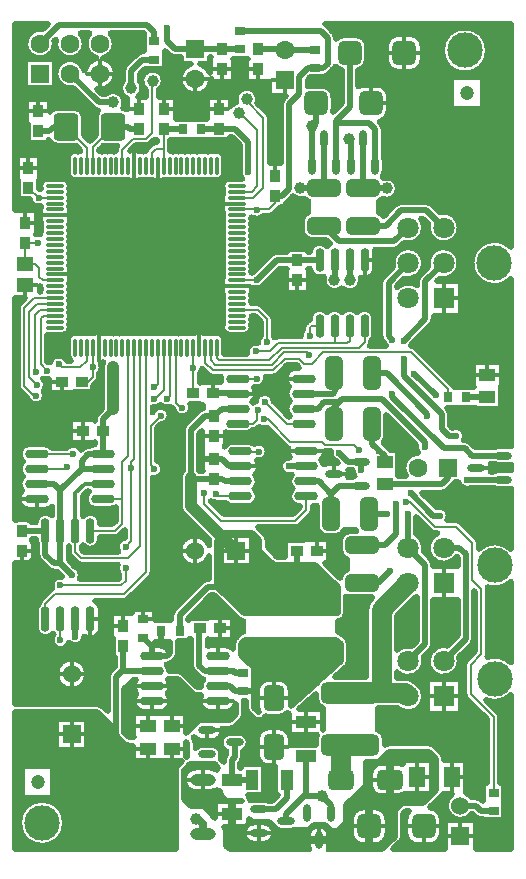
<source format=gtl>
G04 Layer_Physical_Order=1*
G04 Layer_Color=255*
%FSLAX24Y24*%
%MOIN*%
G70*
G01*
G75*
%ADD10C,0.0197*%
%ADD11R,0.0689X0.0413*%
%ADD12R,0.0354X0.0276*%
%ADD13R,0.0354X0.0394*%
%ADD14R,0.0276X0.0354*%
G04:AMPARAMS|DCode=15|XSize=90.6mil|YSize=82.7mil|CornerRadius=12.4mil|HoleSize=0mil|Usage=FLASHONLY|Rotation=270.000|XOffset=0mil|YOffset=0mil|HoleType=Round|Shape=RoundedRectangle|*
%AMROUNDEDRECTD15*
21,1,0.0906,0.0579,0,0,270.0*
21,1,0.0657,0.0827,0,0,270.0*
1,1,0.0248,-0.0289,-0.0329*
1,1,0.0248,-0.0289,0.0329*
1,1,0.0248,0.0289,0.0329*
1,1,0.0248,0.0289,-0.0329*
%
%ADD15ROUNDEDRECTD15*%
%ADD16O,0.0118X0.0630*%
%ADD17O,0.0630X0.0118*%
%ADD18R,0.0394X0.0354*%
%ADD19O,0.0800X0.0295*%
%ADD20O,0.0295X0.0850*%
G04:AMPARAMS|DCode=21|XSize=110.2mil|YSize=59.1mil|CornerRadius=14.8mil|HoleSize=0mil|Usage=FLASHONLY|Rotation=90.000|XOffset=0mil|YOffset=0mil|HoleType=Round|Shape=RoundedRectangle|*
%AMROUNDEDRECTD21*
21,1,0.1102,0.0295,0,0,90.0*
21,1,0.0807,0.0591,0,0,90.0*
1,1,0.0295,0.0148,0.0404*
1,1,0.0295,0.0148,-0.0404*
1,1,0.0295,-0.0148,-0.0404*
1,1,0.0295,-0.0148,0.0404*
%
%ADD21ROUNDEDRECTD21*%
%ADD22O,0.0591X0.0281*%
%ADD23O,0.0295X0.0800*%
G04:AMPARAMS|DCode=24|XSize=110.2mil|YSize=59.1mil|CornerRadius=14.8mil|HoleSize=0mil|Usage=FLASHONLY|Rotation=0.000|XOffset=0mil|YOffset=0mil|HoleType=Round|Shape=RoundedRectangle|*
%AMROUNDEDRECTD24*
21,1,0.1102,0.0295,0,0,0.0*
21,1,0.0807,0.0591,0,0,0.0*
1,1,0.0295,0.0404,-0.0148*
1,1,0.0295,-0.0404,-0.0148*
1,1,0.0295,-0.0404,0.0148*
1,1,0.0295,0.0404,0.0148*
%
%ADD24ROUNDEDRECTD24*%
%ADD25O,0.0281X0.0591*%
G04:AMPARAMS|DCode=26|XSize=82.7mil|YSize=78.7mil|CornerRadius=19.7mil|HoleSize=0mil|Usage=FLASHONLY|Rotation=90.000|XOffset=0mil|YOffset=0mil|HoleType=Round|Shape=RoundedRectangle|*
%AMROUNDEDRECTD26*
21,1,0.0827,0.0394,0,0,90.0*
21,1,0.0433,0.0787,0,0,90.0*
1,1,0.0394,0.0197,0.0217*
1,1,0.0394,0.0197,-0.0217*
1,1,0.0394,-0.0197,-0.0217*
1,1,0.0394,-0.0197,0.0217*
%
%ADD26ROUNDEDRECTD26*%
G04:AMPARAMS|DCode=27|XSize=194.9mil|YSize=70.9mil|CornerRadius=17.7mil|HoleSize=0mil|Usage=FLASHONLY|Rotation=0.000|XOffset=0mil|YOffset=0mil|HoleType=Round|Shape=RoundedRectangle|*
%AMROUNDEDRECTD27*
21,1,0.1949,0.0354,0,0,0.0*
21,1,0.1594,0.0709,0,0,0.0*
1,1,0.0354,0.0797,-0.0177*
1,1,0.0354,-0.0797,-0.0177*
1,1,0.0354,-0.0797,0.0177*
1,1,0.0354,0.0797,0.0177*
%
%ADD27ROUNDEDRECTD27*%
G04:AMPARAMS|DCode=28|XSize=86.6mil|YSize=68.9mil|CornerRadius=17.2mil|HoleSize=0mil|Usage=FLASHONLY|Rotation=0.000|XOffset=0mil|YOffset=0mil|HoleType=Round|Shape=RoundedRectangle|*
%AMROUNDEDRECTD28*
21,1,0.0866,0.0344,0,0,0.0*
21,1,0.0522,0.0689,0,0,0.0*
1,1,0.0344,0.0261,-0.0172*
1,1,0.0344,-0.0261,-0.0172*
1,1,0.0344,-0.0261,0.0172*
1,1,0.0344,0.0261,0.0172*
%
%ADD28ROUNDEDRECTD28*%
%ADD29R,0.0551X0.0709*%
%ADD30R,0.0413X0.0689*%
%ADD31R,0.0551X0.0413*%
G04:AMPARAMS|DCode=32|XSize=86.6mil|YSize=68.9mil|CornerRadius=17.2mil|HoleSize=0mil|Usage=FLASHONLY|Rotation=90.000|XOffset=0mil|YOffset=0mil|HoleType=Round|Shape=RoundedRectangle|*
%AMROUNDEDRECTD32*
21,1,0.0866,0.0344,0,0,90.0*
21,1,0.0522,0.0689,0,0,90.0*
1,1,0.0344,0.0172,0.0261*
1,1,0.0344,0.0172,-0.0261*
1,1,0.0344,-0.0172,-0.0261*
1,1,0.0344,-0.0172,0.0261*
%
%ADD32ROUNDEDRECTD32*%
%ADD33R,0.0394X0.0394*%
%ADD34R,0.0571X0.0453*%
G04:AMPARAMS|DCode=35|XSize=39.4mil|YSize=35.4mil|CornerRadius=1.8mil|HoleSize=0mil|Usage=FLASHONLY|Rotation=270.000|XOffset=0mil|YOffset=0mil|HoleType=Round|Shape=RoundedRectangle|*
%AMROUNDEDRECTD35*
21,1,0.0394,0.0319,0,0,270.0*
21,1,0.0358,0.0354,0,0,270.0*
1,1,0.0035,-0.0159,-0.0179*
1,1,0.0035,-0.0159,0.0179*
1,1,0.0035,0.0159,0.0179*
1,1,0.0035,0.0159,-0.0179*
%
%ADD35ROUNDEDRECTD35*%
G04:AMPARAMS|DCode=36|XSize=279.5mil|YSize=218.5mil|CornerRadius=10.9mil|HoleSize=0mil|Usage=FLASHONLY|Rotation=180.000|XOffset=0mil|YOffset=0mil|HoleType=Round|Shape=RoundedRectangle|*
%AMROUNDEDRECTD36*
21,1,0.2795,0.1967,0,0,180.0*
21,1,0.2577,0.2185,0,0,180.0*
1,1,0.0219,-0.1288,0.0983*
1,1,0.0219,0.1288,0.0983*
1,1,0.0219,0.1288,-0.0983*
1,1,0.0219,-0.1288,-0.0983*
%
%ADD36ROUNDEDRECTD36*%
%ADD37O,0.0846X0.0394*%
%ADD38C,0.0472*%
%ADD39C,0.0079*%
%ADD40C,0.0669*%
%ADD41C,0.0276*%
%ADD42C,0.0394*%
%ADD43C,0.0118*%
%ADD44R,0.0709X0.0709*%
%ADD45C,0.0709*%
%ADD46C,0.1181*%
%ADD47C,0.0600*%
%ADD48R,0.0600X0.0600*%
%ADD49C,0.0630*%
%ADD50R,0.0630X0.0630*%
%ADD51R,0.0630X0.0630*%
%ADD52R,0.0600X0.0600*%
%ADD53C,0.0236*%
%ADD54C,0.0394*%
G36*
X43401Y22613D02*
X43465Y22573D01*
X43509Y22512D01*
X43529Y22439D01*
X43520Y22364D01*
X43480Y22234D01*
X43419Y22083D01*
X43336Y21944D01*
X43232Y21819D01*
X43227Y21814D01*
X43062Y21665D01*
X42878Y21539D01*
X42679Y21439D01*
X42468Y21366D01*
X42250Y21322D01*
X42028Y21307D01*
X41805Y21322D01*
X41587Y21366D01*
X41376Y21439D01*
X41177Y21539D01*
X40993Y21665D01*
X40828Y21814D01*
X40825Y21816D01*
X40720Y21943D01*
X40636Y22084D01*
X40575Y22237D01*
X40533Y22371D01*
X40524Y22444D01*
X40543Y22515D01*
X40586Y22574D01*
X40649Y22613D01*
X40721Y22627D01*
X43326D01*
X43401Y22613D01*
D02*
G37*
G36*
X42250Y24977D02*
X42468Y24933D01*
X42679Y24860D01*
X42878Y24760D01*
X43062Y24634D01*
X43227Y24485D01*
X43230Y24483D01*
X43335Y24356D01*
X43419Y24215D01*
X43480Y24062D01*
X43522Y23928D01*
X43531Y23855D01*
X43512Y23784D01*
X43469Y23725D01*
X43407Y23686D01*
X43334Y23672D01*
X40729D01*
X40654Y23686D01*
X40590Y23726D01*
X40546Y23787D01*
X40526Y23860D01*
X40535Y23936D01*
X40576Y24065D01*
X40636Y24216D01*
X40719Y24356D01*
X40823Y24481D01*
X40828Y24485D01*
X40993Y24634D01*
X41177Y24760D01*
X41376Y24860D01*
X41587Y24933D01*
X41805Y24977D01*
X42028Y24992D01*
X42250Y24977D01*
D02*
G37*
D10*
X41129Y15900D02*
G03*
X41486Y16257I0J357D01*
G01*
X40538Y16476D02*
G03*
X40819Y15900I282J-219D01*
G01*
X41486Y16257D02*
G03*
X41129Y16614I-357J0D01*
G01*
X41473Y16470D02*
G03*
X41542Y16401I256J187D01*
G01*
X42616Y15859D02*
G03*
X42646Y15714I357J0D01*
G01*
X43299D02*
G03*
X43329Y15859I-326J145D01*
G01*
X41622Y16358D02*
G03*
X41729Y16340I107J299D01*
G01*
X42039D02*
G03*
X42147Y16358I0J318D01*
G01*
X43329Y16169D02*
G03*
X42616Y16169I-357J0D01*
G01*
X38888Y18447D02*
G03*
X38888Y17620I0J-413D01*
G01*
X40650Y16571D02*
G03*
X40538Y16476I170J-314D01*
G01*
X40819Y16614D02*
G03*
X40650Y16571I0J-357D01*
G01*
X43157Y16535D02*
G03*
X43247Y16477I215J233D01*
G01*
X39341Y17620D02*
G03*
X39567Y17688I0J413D01*
G01*
Y18379D02*
G03*
X39341Y18447I-226J-346D01*
G01*
X44045Y16270D02*
G03*
X44459Y15856I413J0D01*
G01*
Y17116D02*
G03*
X44045Y16703I0J-413D01*
G01*
X44852Y15856D02*
G03*
X45266Y16270I0J413D01*
G01*
Y16703D02*
G03*
X44852Y17116I-413J0D01*
G01*
X44685Y17869D02*
G03*
X45074Y17480I389J0D01*
G01*
X45595D02*
G03*
X45843Y17569I0J389D01*
G01*
X45074Y18602D02*
G03*
X44685Y18214I0J-389D01*
G01*
X45768Y18562D02*
G03*
X45595Y18602I-172J-349D01*
G01*
X36872Y21376D02*
G03*
X36894Y20902I287J-224D01*
G01*
D02*
G03*
X37159Y20287I265J-250D01*
G01*
X37664D02*
G03*
X38028Y20652I0J364D01*
G01*
D02*
G03*
X37929Y20902I-364J0D01*
G01*
D02*
G03*
X38028Y21152I-265J250D01*
G01*
D02*
G03*
X37941Y21388I-364J0D01*
G01*
X39864Y20287D02*
G03*
X40217Y20561I0J364D01*
G01*
X39051Y20846D02*
G03*
X39359Y20287I308J-195D01*
G01*
X38012Y22259D02*
G03*
X37664Y22516I-348J-107D01*
G01*
X34518Y16600D02*
G03*
X34518Y16600I-768J0D01*
G01*
D02*
G03*
X34518Y16600I-768J0D01*
G01*
X36211Y19616D02*
G03*
X36291Y19421I276J0D01*
G01*
X36211Y19616D02*
G03*
X36291Y19421I276J0D01*
G01*
X38280Y18531D02*
G03*
X38223Y18449I195J-195D01*
G01*
X38280Y18531D02*
G03*
X38223Y18449I195J-195D01*
G01*
X36459Y19254D02*
G03*
X36654Y19173I195J195D01*
G01*
X36459Y19254D02*
G03*
X36654Y19173I195J195D01*
G01*
X40915Y20487D02*
G03*
X40968Y20292I389J0D01*
G01*
X41304Y21398D02*
G03*
X40915Y21009I0J-389D01*
G01*
X42037D02*
G03*
X41649Y21398I-389J0D01*
G01*
X43065Y21426D02*
G03*
X42935Y21311I164J-314D01*
G01*
X33539Y23111D02*
G03*
X34114Y22904I325J0D01*
G01*
D02*
G03*
X34136Y22880I250J207D01*
G01*
D02*
G03*
X34644Y22606I224J-193D01*
G01*
X35251Y21557D02*
G03*
X35251Y21557I-517J0D01*
G01*
X34644Y22606D02*
G03*
X35157Y22805I218J199D01*
G01*
X33648Y23908D02*
G03*
X33539Y23666I216J-242D01*
G01*
X33711Y24057D02*
G03*
X33648Y23908I153J-153D01*
G01*
X33711Y24057D02*
G03*
X33648Y23908I153J-153D01*
G01*
X32864Y25265D02*
G03*
X32931Y25256I67J224D01*
G01*
X33250D02*
G03*
X33484Y25490I0J234D01*
G01*
X33589Y25535D02*
G03*
X33669Y25341I276J0D01*
G01*
X33589Y25535D02*
G03*
X33669Y25341I276J0D01*
G01*
X34085Y24410D02*
G03*
X34020Y24365I88J-198D01*
G01*
X34085Y24410D02*
G03*
X34020Y24366I88J-198D01*
G01*
X34419Y24807D02*
G03*
X34085Y24410I-59J-289D01*
G01*
X33953Y25057D02*
G03*
X34148Y24976I195J195D01*
G01*
X33953Y25057D02*
G03*
X34148Y24976I195J195D01*
G01*
X34648Y25618D02*
G03*
X34711Y25465I217J0D01*
G01*
X34648Y25618D02*
G03*
X34711Y25465I217J0D01*
G01*
X35776Y20480D02*
G03*
X35581Y20561I-195J-195D01*
G01*
X35776Y20480D02*
G03*
X35581Y20561I-195J-195D01*
G01*
X35157Y22811D02*
G03*
X35728Y23111I207J300D01*
G01*
X36016Y21652D02*
G03*
X35935Y21457I195J-195D01*
G01*
X36016Y21652D02*
G03*
X35935Y21457I195J-195D01*
G01*
X35728Y23666D02*
G03*
X35518Y23996I-364J0D01*
G01*
X35039Y24872D02*
G03*
X34864Y25142I-295J0D01*
G01*
X35005Y24734D02*
G03*
X35039Y24872I-261J138D01*
G01*
X34906Y25270D02*
G03*
X35059Y25207I153J153D01*
G01*
X34906Y25270D02*
G03*
X35059Y25207I153J153D01*
G01*
X36476Y23996D02*
G03*
X36629Y24059I0J217D01*
G01*
X36476Y23996D02*
G03*
X36630Y24060I0J217D01*
G01*
X36265Y25207D02*
G03*
X36319Y24888I271J-118D01*
G01*
X32931Y26713D02*
G03*
X32864Y26701I0J-195D01*
G01*
X33113Y28146D02*
G03*
X33084Y27673I207J-250D01*
G01*
X33113Y28646D02*
G03*
X33113Y28146I207J-250D01*
G01*
X33484Y25848D02*
G03*
X33396Y26031I-234J0D01*
G01*
D02*
G03*
X33419Y26063I-146J129D01*
G01*
X33420Y26614D02*
G03*
X33250Y26713I-170J-96D01*
G01*
X33539Y26061D02*
G03*
X33589Y25889I325J0D01*
G01*
X34089Y26851D02*
G03*
X33539Y26616I-224J-235D01*
G01*
X33084Y27673D02*
G03*
X33320Y27032I236J-277D01*
G01*
Y29220D02*
G03*
X33113Y28646I0J-325D01*
G01*
X33825Y27032D02*
G03*
X34089Y27144I0J364D01*
G01*
X33280Y30725D02*
G03*
X33848Y30837I273J112D01*
G01*
D02*
G03*
X33803Y30994I-295J0D01*
G01*
X32943Y31152D02*
G03*
X33006Y30998I217J0D01*
G01*
X32943Y31152D02*
G03*
X33007Y30998I217J0D01*
G01*
X34067Y29112D02*
G03*
X33825Y29220I-242J-217D01*
G01*
X33803Y30994D02*
G03*
X33878Y31191I-220J197D01*
G01*
D02*
G03*
X33777Y31414I-295J0D01*
G01*
X33777D02*
G03*
X33986Y31386I141J260D01*
G01*
X35114Y25854D02*
G03*
X35689Y26061I250J207D01*
G01*
X35081Y25819D02*
G03*
X35114Y25854I-217J242D01*
G01*
X35689Y26616D02*
G03*
X35114Y26823I-325J0D01*
G01*
X35313Y27646D02*
G03*
X35520Y27071I207J-250D01*
G01*
X36506Y26101D02*
G03*
X36292Y25640I30J-294D01*
G01*
X36181Y26122D02*
G03*
X36334Y26185I0J217D01*
G01*
X36181Y26122D02*
G03*
X36335Y26186I0J217D01*
G01*
X36025Y27071D02*
G03*
X36201Y27122I0J325D01*
G01*
X35048Y29040D02*
G03*
X34571Y29112I-264J-132D01*
G01*
X35293Y29171D02*
G03*
X35098Y29091I0J-276D01*
G01*
X35293Y29171D02*
G03*
X35098Y29091I0J-276D01*
G01*
X35502Y29220D02*
G03*
X35349Y29171I19J-324D01*
G01*
X35583Y30244D02*
G03*
X35502Y30049I195J-195D01*
G01*
X35583Y30244D02*
G03*
X35502Y30049I195J-195D01*
G01*
X35596Y31304D02*
G03*
X35659Y31457I-153J153D01*
G01*
X35596Y31303D02*
G03*
X35659Y31457I-153J153D01*
G01*
X37988Y21663D02*
G03*
X37899Y21876I-325J-12D01*
G01*
X37905D02*
G03*
X38099Y21957I0J276D01*
G01*
X37905Y21876D02*
G03*
X38099Y21957I0J276D01*
G01*
X38463Y21583D02*
G03*
X38268Y21663I-195J-195D01*
G01*
X38463Y21583D02*
G03*
X38268Y21663I-195J-195D01*
G01*
X38719Y21822D02*
G03*
X38800Y21627I276J0D01*
G01*
X38719Y21822D02*
G03*
X38800Y21627I276J0D01*
G01*
X38207Y22064D02*
G03*
X38287Y22259I-195J195D01*
G01*
X38207Y22064D02*
G03*
X38287Y22259I-195J195D01*
G01*
X38207Y22064D02*
G03*
X38287Y22259I-195J195D01*
G01*
X39102Y19199D02*
G03*
X38868Y19096I0J-318D01*
G01*
Y19262D02*
G03*
X38800Y19443I-276J0D01*
G01*
X38868Y19262D02*
G03*
X38800Y19443I-276J0D01*
G01*
X38820Y19464D02*
G03*
X39102Y19325I283J218D01*
G01*
X39127Y21379D02*
G03*
X39036Y21122I232J-227D01*
G01*
X38970Y21457D02*
G03*
X39127Y21379I195J195D01*
G01*
X38970Y21457D02*
G03*
X39127Y21379I195J195D01*
G01*
X38287Y22618D02*
G03*
X38285Y22657I-276J0D01*
G01*
X38287Y22618D02*
G03*
X38285Y22657I-276J0D01*
G01*
X38142Y23718D02*
G03*
X38061Y23524I195J-195D01*
G01*
X38142Y23718D02*
G03*
X38061Y23524I195J-195D01*
G01*
X39359Y22516D02*
G03*
X39270Y22505I0J-364D01*
G01*
X39282Y24744D02*
G03*
X39087Y24663I0J-276D01*
G01*
X39698Y18743D02*
G03*
X39730Y18881I-286J139D01*
G01*
D02*
G03*
X39412Y19199I-318J0D01*
G01*
X39887Y18891D02*
G03*
X39807Y18696I195J-195D01*
G01*
X39887Y18891D02*
G03*
X39807Y18696I195J-195D01*
G01*
X40012Y19599D02*
G03*
X39892Y18988I0J-318D01*
G01*
X39412Y19325D02*
G03*
X39769Y19682I0J357D01*
G01*
D02*
G03*
X39764Y19744I-357J0D01*
G01*
X40020D02*
G03*
X40215Y19825I0J276D01*
G01*
X40362Y18586D02*
G03*
X40443Y18781I-195J195D01*
G01*
X40362Y18586D02*
G03*
X40443Y18781I-195J195D01*
G01*
X40697Y17350D02*
G03*
X40616Y17520I-274J-27D01*
G01*
X40819Y17375D02*
G03*
X40697Y17350I0J-318D01*
G01*
X40443Y18988D02*
G03*
X40640Y19282I-121J294D01*
G01*
D02*
G03*
X40322Y19599I-318J0D01*
G01*
X40118Y22412D02*
G03*
X39864Y22516I-254J-261D01*
G01*
X40020Y19744D02*
G03*
X40215Y19825I0J276D01*
G01*
X40199Y22774D02*
G03*
X40118Y22579I195J-195D01*
G01*
X40199Y22774D02*
G03*
X40118Y22579I195J-195D01*
G01*
X40411Y20022D02*
G03*
X40492Y20217I-195J195D01*
G01*
X40411Y20022D02*
G03*
X40492Y20217I-195J195D01*
G01*
X40551Y20433D02*
G03*
X40632Y20238I276J0D01*
G01*
X40551Y20433D02*
G03*
X40632Y20238I276J0D01*
G01*
X40287Y23398D02*
G03*
X40463Y23318I195J195D01*
G01*
X40287Y23398D02*
G03*
X40463Y23318I195J195D01*
G01*
X40492Y20561D02*
G03*
X40470Y20669I-276J0D01*
G01*
X40492Y20561D02*
G03*
X40470Y20669I-276J0D01*
G01*
X40463Y22976D02*
G03*
X40327Y22902I59J-269D01*
G01*
X40463Y22976D02*
G03*
X40327Y22902I59J-269D01*
G01*
X37367Y24797D02*
G03*
X37431Y24951I-153J153D01*
G01*
X37368Y24798D02*
G03*
X37431Y24951I-153J153D01*
G01*
X39321Y25854D02*
G03*
X39321Y25484I-482J-185D01*
G01*
X38337Y27175D02*
G03*
X38446Y26911I374J0D01*
G01*
X38337Y27175D02*
G03*
X38446Y26911I374J0D01*
G01*
X37431Y28106D02*
G03*
X37785Y28396I59J289D01*
G01*
D02*
G03*
X37589Y28674I-295J0D01*
G01*
X38435Y28343D02*
G03*
X38337Y28090I276J-253D01*
G01*
X38002Y30177D02*
G03*
X37431Y30283I-295J0D01*
G01*
Y30449D02*
G03*
X37702Y30532I59J289D01*
G01*
X37702D02*
G03*
X38035Y30469I212J206D01*
G01*
X37718Y29882D02*
G03*
X38002Y30177I-11J295D01*
G01*
X38435Y28343D02*
G03*
X38337Y28091I276J-253D01*
G01*
X38516Y29880D02*
G03*
X38435Y29685I195J-195D01*
G01*
X38516Y29880D02*
G03*
X38435Y29685I195J-195D01*
G01*
X38138Y30365D02*
G03*
X38720Y30433I287J68D01*
G01*
D02*
G03*
X38691Y30561I-295J0D01*
G01*
X39282Y24744D02*
G03*
X39087Y24663I0J-276D01*
G01*
X39323Y26034D02*
G03*
X39321Y26004I274J-30D01*
G01*
X39323Y26034D02*
G03*
X39321Y26004I274J-30D01*
G01*
X39370Y27326D02*
G03*
X39559Y27274I167J243D01*
G01*
Y27274D02*
G03*
X39626Y27264I67J206D01*
G01*
X39559Y27274D02*
G03*
X39626Y27264I67J206D01*
G01*
X39870D02*
G03*
X40112Y27156I242J217D01*
G01*
X40617D02*
G03*
X40941Y27480I0J325D01*
G01*
X39124Y30427D02*
G03*
X38988Y30352I59J-269D01*
G01*
X39124Y30427D02*
G03*
X38988Y30352I59J-269D01*
G01*
X39006Y31561D02*
G03*
X39084Y31736I-217J201D01*
G01*
X39279Y31540D02*
G03*
X39433Y31476I153J153D01*
G01*
X39280Y31540D02*
G03*
X39433Y31476I153J153D01*
G01*
X39872Y29199D02*
G03*
X39831Y29144I240J-219D01*
G01*
X40112Y29305D02*
G03*
X39872Y29199I0J-325D01*
G01*
X40824Y29230D02*
G03*
X40617Y29305I-207J-250D01*
G01*
X39700Y31476D02*
G03*
X39710Y31309I318J-65D01*
G01*
X40523Y29587D02*
G03*
X40765Y29695I0J325D01*
G01*
X39872Y29621D02*
G03*
X40018Y29587I146J290D01*
G01*
X40784Y30605D02*
G03*
X40759Y30634I-261J-193D01*
G01*
X33006Y33923D02*
G03*
X32943Y33770I153J-153D01*
G01*
X33007Y33923D02*
G03*
X32943Y33770I153J-153D01*
G01*
X33712Y34390D02*
G03*
X33692Y34311I215J-98D01*
G01*
X33691Y34483D02*
G03*
X33712Y34390I236J5D01*
G01*
X33583Y36229D02*
G03*
X33543Y36222I30J-294D01*
G01*
X33695Y36219D02*
G03*
X33583Y36229I-82J-284D01*
G01*
X33712Y36358D02*
G03*
X33695Y36219I215J-98D01*
G01*
X33712Y36555D02*
G03*
X33712Y36358I215J-98D01*
G01*
X33696Y37000D02*
G03*
X33696Y36701I231J-150D01*
G01*
D02*
G03*
X33712Y36555I231J-47D01*
G01*
X33339Y37402D02*
G03*
X33708Y37156I293J39D01*
G01*
Y37726D02*
G03*
X33652Y37736I-76J-285D01*
G01*
X33712Y37146D02*
G03*
X33696Y37000I215J-98D01*
G01*
X33927Y38071D02*
G03*
X33712Y37736I0J-236D01*
G01*
X34013Y31953D02*
G03*
X33928Y31968I-95J-279D01*
G01*
X34576Y31998D02*
G03*
X34013Y31953I-275J-108D01*
G01*
X34616Y32185D02*
G03*
X34708Y31998I236J0D01*
G01*
X34951Y32912D02*
G03*
X34616Y32697I-98J-215D01*
G01*
X34439Y32874D02*
G03*
X34675Y33110I0J236D01*
G01*
Y33307D02*
G03*
X34654Y33406I-236J0D01*
G01*
D02*
G03*
X34675Y33504I-215J98D01*
G01*
X34654Y33209D02*
G03*
X34675Y33307I-215J98D01*
G01*
Y33110D02*
G03*
X34654Y33209I-236J0D01*
G01*
Y33799D02*
G03*
X34675Y33898I-215J98D01*
G01*
D02*
G03*
X34654Y33996I-236J0D01*
G01*
X34675Y33504D02*
G03*
X34654Y33602I-236J0D01*
G01*
X34675Y33701D02*
G03*
X34654Y33799I-236J0D01*
G01*
Y33602D02*
G03*
X34675Y33701I-215J98D01*
G01*
X35738Y31781D02*
G03*
X35705Y31917I-295J0D01*
G01*
X35659Y31581D02*
G03*
X35738Y31781I-217J201D01*
G01*
X35705Y31917D02*
G03*
X35789Y31954I-65J268D01*
G01*
X35344Y32912D02*
G03*
X35148Y32912I-98J-215D01*
G01*
D02*
G03*
X34951Y32912I-98J-215D01*
G01*
X35490Y32928D02*
G03*
X35344Y32912I-47J-231D01*
G01*
X35789Y32928D02*
G03*
X35490Y32928I-150J-231D01*
G01*
X35790Y31953D02*
G03*
X35748Y31781I332J-172D01*
G01*
X35790Y31953D02*
G03*
X35748Y31781I332J-172D01*
G01*
X36132Y32912D02*
G03*
X35935Y32912I-98J-215D01*
G01*
X35935D02*
G03*
X35789Y32928I-98J-215D01*
G01*
X36526Y32912D02*
G03*
X36329Y32912I-98J-215D01*
G01*
D02*
G03*
X36132Y32912I-98J-215D01*
G01*
X34654Y34193D02*
G03*
X34675Y34291I-215J98D01*
G01*
D02*
G03*
X34654Y34390I-236J0D01*
G01*
Y33996D02*
G03*
X34675Y34094I-215J98D01*
G01*
D02*
G03*
X34654Y34193I-236J0D01*
G01*
X34675Y34488D02*
G03*
X34654Y34587I-236J0D01*
G01*
Y34390D02*
G03*
X34675Y34488I-215J98D01*
G01*
Y35669D02*
G03*
X34654Y35768I-236J0D01*
G01*
Y34587D02*
G03*
X34675Y34685I-215J98D01*
G01*
Y35079D02*
G03*
X34654Y35177I-236J0D01*
G01*
Y35177D02*
G03*
X34675Y35276I-215J98D01*
G01*
Y34685D02*
G03*
X34670Y34732I-236J0D01*
G01*
Y35031D02*
G03*
X34675Y35079I-231J47D01*
G01*
X34654Y35768D02*
G03*
X34675Y35866I-215J98D01*
G01*
D02*
G03*
X34654Y35965I-236J0D01*
G01*
X34675Y35276D02*
G03*
X34654Y35374I-236J0D01*
G01*
X34675Y35472D02*
G03*
X34654Y35571I-236J0D01*
G01*
Y35374D02*
G03*
X34675Y35472I-215J98D01*
G01*
Y36457D02*
G03*
X34654Y36555I-236J0D01*
G01*
D02*
G03*
X34675Y36654I-215J98D01*
G01*
Y36260D02*
G03*
X34654Y36358I-236J0D01*
G01*
D02*
G03*
X34675Y36457I-215J98D01*
G01*
X34654Y35965D02*
G03*
X34675Y36063I-215J98D01*
G01*
X34654Y36161D02*
G03*
X34675Y36260I-215J98D01*
G01*
Y36063D02*
G03*
X34654Y36161I-236J0D01*
G01*
Y37146D02*
G03*
X34675Y37244I-215J98D01*
G01*
D02*
G03*
X34654Y37343I-236J0D01*
G01*
X34675Y36654D02*
G03*
X34670Y36701I-236J0D01*
G01*
X34675Y37047D02*
G03*
X34654Y37146I-236J0D01*
G01*
X34670Y37000D02*
G03*
X34675Y37047I-231J47D01*
G01*
X34654Y35571D02*
G03*
X34675Y35669I-215J98D01*
G01*
X34654Y37343D02*
G03*
X34675Y37441I-215J98D01*
G01*
X34670Y34732D02*
G03*
X34715Y34882I-231J150D01*
G01*
D02*
G03*
X34670Y35031I-276J0D01*
G01*
X34675Y37441D02*
G03*
X34654Y37539I-236J0D01*
G01*
D02*
G03*
X34675Y37638I-215J98D01*
G01*
D02*
G03*
X34654Y37736I-236J0D01*
G01*
Y37736D02*
G03*
X34675Y37835I-215J98D01*
G01*
X34670Y36701D02*
G03*
X34715Y36850I-231J150D01*
G01*
D02*
G03*
X34670Y37000I-276J0D01*
G01*
X35148Y38033D02*
G03*
X35344Y38033I98J215D01*
G01*
X34951D02*
G03*
X35148Y38033I98J215D01*
G01*
X35541D02*
G03*
X35738Y38033I98J215D01*
G01*
X35344D02*
G03*
X35541Y38033I98J215D01*
G01*
X36329D02*
G03*
X36526Y38033I98J215D01*
G01*
X35738D02*
G03*
X35935Y38033I98J215D01*
G01*
X35935D02*
G03*
X36132Y38033I98J215D01*
G01*
X34675Y37835D02*
G03*
X34439Y38071I-236J0D01*
G01*
X34616Y38248D02*
G03*
X34951Y38033I236J0D01*
G01*
X35030Y38995D02*
G03*
X34951Y38975I20J-235D01*
G01*
X34951D02*
G03*
X34616Y38760I-98J-215D01*
G01*
X35738Y38975D02*
G03*
X35659Y38995I-98J-215D01*
G01*
X35935Y38975D02*
G03*
X35738Y38975I-98J-215D01*
G01*
X36132Y38033D02*
G03*
X36329Y38033I98J215D01*
G01*
X36132Y38975D02*
G03*
X35935Y38975I-98J-215D01*
G01*
X36211Y38995D02*
G03*
X36132Y38975I20J-235D01*
G01*
X33976Y39367D02*
G03*
X34258Y39173I281J107D01*
G01*
Y40433D02*
G03*
X34016Y40311I0J-301D01*
G01*
X35159Y41684D02*
G03*
X34773Y41091I-480J-109D01*
G01*
X33773Y43058D02*
G03*
X34171Y42574I-93J-483D01*
G01*
X34207Y42712D02*
G03*
X35171Y42574I472J-138D01*
G01*
X34171D02*
G03*
X34162Y42668I-492J0D01*
G01*
X34837Y39173D02*
G03*
X34869Y39175I0J301D01*
G01*
X35138Y40132D02*
G03*
X34837Y40433I-301J0D01*
G01*
X35620Y40345D02*
G03*
X35531Y40132I213J-213D01*
G01*
X35439Y40425D02*
G03*
X35620Y40345I195J195D01*
G01*
X35439Y40425D02*
G03*
X35620Y40345I195J195D01*
G01*
X35800Y39175D02*
G03*
X35833Y39173I33J299D01*
G01*
X36252D02*
G03*
X36211Y39045I175J-128D01*
G01*
X36252Y39173D02*
G03*
X36211Y39045I175J-128D01*
G01*
X36496Y40620D02*
G03*
X35869Y40896I-374J0D01*
G01*
X36447Y41345D02*
G03*
X36575Y40749I276J-253D01*
G01*
X36445Y40431D02*
G03*
X36496Y40620I-323J189D01*
G01*
X36575Y40385D02*
G03*
X36445Y40431I-163J-253D01*
G01*
X35570Y42095D02*
G03*
X35159Y41684I109J-520D01*
G01*
X35171Y42574D02*
G03*
X35031Y42919I-492J0D01*
G01*
X35328D02*
G03*
X35570Y42095I351J-344D01*
G01*
X35593Y41050D02*
G03*
X36211Y41574I86J525D01*
G01*
D02*
G03*
X35788Y42095I-531J0D01*
G01*
D02*
G03*
X36171Y42574I-109J480D01*
G01*
D02*
G03*
X36031Y42919I-492J0D01*
G01*
X36528Y41858D02*
G03*
X36447Y41663I195J-195D01*
G01*
X36528Y41858D02*
G03*
X36447Y41663I195J-195D01*
G01*
X36919Y32912D02*
G03*
X36722Y32912I-98J-215D01*
G01*
D02*
G03*
X36526Y32912I-98J-215D01*
G01*
X37510D02*
G03*
X37313Y32912I-98J-215D01*
G01*
X37116D02*
G03*
X36919Y32912I-98J-215D01*
G01*
X37313D02*
G03*
X37116Y32912I-98J-215D01*
G01*
X37904D02*
G03*
X37707Y32912I-98J-215D01*
G01*
D02*
G03*
X37510Y32912I-98J-215D01*
G01*
X38691D02*
G03*
X38494Y32912I-98J-215D01*
G01*
X38100D02*
G03*
X37904Y32912I-98J-215D01*
G01*
X38494D02*
G03*
X38297Y32912I-98J-215D01*
G01*
D02*
G03*
X38100Y32912I-98J-215D01*
G01*
X38837Y32928D02*
G03*
X38691Y32912I-47J-231D01*
G01*
X39813Y32697D02*
G03*
X39478Y32912I-236J0D01*
G01*
X39281D02*
G03*
X39136Y32928I-98J-215D01*
G01*
D02*
G03*
X38837Y32928I-150J-231D01*
G01*
X39478Y32912D02*
G03*
X39281Y32912I-98J-215D01*
G01*
X39775Y33602D02*
G03*
X39775Y33406I215J-98D01*
G01*
Y33996D02*
G03*
X39775Y33799I215J-98D01*
G01*
Y34193D02*
G03*
X39775Y33996I215J-98D01*
G01*
X37459Y38017D02*
G03*
X37758Y38017I150J231D01*
G01*
X36671D02*
G03*
X36970Y38017I150J231D01*
G01*
X36526Y38033D02*
G03*
X36671Y38017I98J215D01*
G01*
X37313Y38033D02*
G03*
X37459Y38017I98J215D01*
G01*
X36970D02*
G03*
X37116Y38033I47J231D01*
G01*
D02*
G03*
X37313Y38033I98J215D01*
G01*
X38691D02*
G03*
X38888Y38033I98J215D01*
G01*
X38494D02*
G03*
X38691Y38033I98J215D01*
G01*
X39281D02*
G03*
X39478Y38033I98J215D01*
G01*
X38888D02*
G03*
X39085Y38033I98J215D01*
G01*
D02*
G03*
X39281Y38033I98J215D01*
G01*
X37758Y38017D02*
G03*
X37904Y38033I47J231D01*
G01*
X38297D02*
G03*
X38494Y38033I98J215D01*
G01*
X37904D02*
G03*
X38100Y38033I98J215D01*
G01*
D02*
G03*
X38297Y38033I98J215D01*
G01*
X39759Y34339D02*
G03*
X39775Y34193I231J-47D01*
G01*
X39759Y34638D02*
G03*
X39759Y34339I231J-150D01*
G01*
X39775Y35374D02*
G03*
X39775Y35177I215J-98D01*
G01*
X39759Y37394D02*
G03*
X39759Y37094I231J-150D01*
G01*
X39478Y38033D02*
G03*
X39813Y38248I98J215D01*
G01*
X39775Y33209D02*
G03*
X39990Y32874I215J-98D01*
G01*
X39775Y33406D02*
G03*
X39775Y33209I215J-98D01*
G01*
Y33799D02*
G03*
X39775Y33602I215J-98D01*
G01*
Y34783D02*
G03*
X39759Y34638I215J-98D01*
G01*
X39775Y35177D02*
G03*
X39775Y34980I215J-98D01*
G01*
D02*
G03*
X39775Y34783I215J-98D01*
G01*
X40732Y34934D02*
G03*
X40717Y34980I-230J-52D01*
G01*
X40956Y32597D02*
G03*
X40589Y32244I-80J-284D01*
G01*
X40502Y32874D02*
G03*
X40738Y33110I0J236D01*
G01*
X40717Y33209D02*
G03*
X40738Y33307I-215J98D01*
G01*
Y33110D02*
G03*
X40717Y33209I-236J0D01*
G01*
X40738Y33307D02*
G03*
X40717Y33406I-236J0D01*
G01*
D02*
G03*
X40737Y33484I-215J98D01*
G01*
Y33917D02*
G03*
X40717Y33996I-235J-20D01*
G01*
D02*
G03*
X40738Y34094I-215J98D01*
G01*
D02*
G03*
X40717Y34193I-236J0D01*
G01*
Y34193D02*
G03*
X40738Y34291I-215J98D01*
G01*
Y35079D02*
G03*
X40717Y35177I-236J0D01*
G01*
Y34980D02*
G03*
X40738Y35079I-215J98D01*
G01*
Y34291D02*
G03*
X40733Y34339I-236J0D01*
G01*
D02*
G03*
X40772Y34432I-231J150D01*
G01*
X40786Y34965D02*
G03*
X40732Y34934I120J-270D01*
G01*
X39775Y35571D02*
G03*
X39775Y35374I215J-98D01*
G01*
Y35768D02*
G03*
X39775Y35571I215J-98D01*
G01*
Y35965D02*
G03*
X39775Y35768I215J-98D01*
G01*
Y36358D02*
G03*
X39775Y36161I215J-98D01*
G01*
Y36161D02*
G03*
X39775Y35965I215J-98D01*
G01*
Y36752D02*
G03*
X39775Y36555I215J-98D01*
G01*
D02*
G03*
X39775Y36358I215J-98D01*
G01*
X40738Y35866D02*
G03*
X40717Y35965I-236J0D01*
G01*
D02*
G03*
X40738Y36063I-215J98D01*
G01*
X39775Y36949D02*
G03*
X39775Y36752I215J-98D01*
G01*
X39759Y37094D02*
G03*
X39775Y36949I231J-47D01*
G01*
Y37539D02*
G03*
X39759Y37394I215J-98D01*
G01*
X39775Y37736D02*
G03*
X39775Y37539I215J-98D01*
G01*
X39990Y38071D02*
G03*
X39775Y37736I0J-236D01*
G01*
X40717Y36752D02*
G03*
X40730Y36790I-215J98D01*
G01*
X40344Y38403D02*
G03*
X40430Y38071I276J-106D01*
G01*
X40717Y35177D02*
G03*
X40738Y35276I-215J98D01*
G01*
D02*
G03*
X40717Y35374I-236J0D01*
G01*
D02*
G03*
X40738Y35472I-215J98D01*
G01*
D02*
G03*
X40717Y35571I-236J0D01*
G01*
D02*
G03*
X40738Y35669I-215J98D01*
G01*
X40717Y35768D02*
G03*
X40738Y35866I-215J98D01*
G01*
Y35669D02*
G03*
X40717Y35768I-236J0D01*
G01*
X40738Y36260D02*
G03*
X40717Y36358I-236J0D01*
G01*
D02*
G03*
X40738Y36457I-215J98D01*
G01*
Y36063D02*
G03*
X40717Y36161I-236J0D01*
G01*
Y36161D02*
G03*
X40738Y36260I-215J98D01*
G01*
Y36457D02*
G03*
X40717Y36555I-236J0D01*
G01*
D02*
G03*
X40738Y36654I-215J98D01*
G01*
D02*
G03*
X40717Y36752I-236J0D01*
G01*
X40730Y36790D02*
G03*
X41126Y36831I175J238D01*
G01*
X36970Y38991D02*
G03*
X36691Y39003I-150J-231D01*
G01*
X37116Y38975D02*
G03*
X36970Y38991I-98J-215D01*
G01*
X37203Y38996D02*
G03*
X37116Y38975I12J-236D01*
G01*
X37258Y39090D02*
G03*
X37203Y38996I153J-153D01*
G01*
X37259Y39090D02*
G03*
X37203Y38996I153J-153D01*
G01*
X37224Y39193D02*
G03*
X37378Y39256I0J217D01*
G01*
X37224Y39193D02*
G03*
X37378Y39257I0J217D01*
G01*
X36964Y40807D02*
G03*
X37096Y41093I-242J285D01*
G01*
X37549Y39291D02*
G03*
X37396Y39228I0J-217D01*
G01*
X37549Y39291D02*
G03*
X37396Y39228I0J-217D01*
G01*
X38100Y38975D02*
G03*
X38022Y38995I-98J-215D01*
G01*
X38297Y38975D02*
G03*
X38100Y38975I-98J-215D01*
G01*
X37096Y41093D02*
G03*
X36998Y41345I-374J0D01*
G01*
X37096Y42313D02*
G03*
X36902Y42232I0J-276D01*
G01*
X37096Y42313D02*
G03*
X36902Y42232I0J-276D01*
G01*
X37805Y41339D02*
G03*
X37205Y41041I-374J0D01*
G01*
X37638Y41027D02*
G03*
X37805Y41339I-207J312D01*
G01*
X37979Y42202D02*
G03*
X38174Y42122I195J195D01*
G01*
X37979Y42202D02*
G03*
X38174Y42122I195J195D01*
G01*
X38494Y38975D02*
G03*
X38297Y38975I-98J-215D01*
G01*
X38888D02*
G03*
X38691Y38975I-98J-215D01*
G01*
D02*
G03*
X38494Y38975I-98J-215D01*
G01*
X39085D02*
G03*
X38888Y38975I-98J-215D01*
G01*
X39281D02*
G03*
X39085Y38975I-98J-215D01*
G01*
X39813Y38760D02*
G03*
X39478Y38975I-236J0D01*
G01*
X39478D02*
G03*
X39281Y38975I-98J-215D01*
G01*
X40216Y40617D02*
G03*
X40039Y40509I98J-361D01*
G01*
X39382Y41309D02*
G03*
X39390Y41397I-524J88D01*
G01*
X38702Y41905D02*
G03*
X39382Y41309I157J-508D01*
G01*
X39350Y41598D02*
G03*
X39015Y41905I-492J-201D01*
G01*
X40947Y40730D02*
G03*
X40216Y40617I-374J0D01*
G01*
X41287Y17333D02*
G03*
X41129Y17375I-158J-276D01*
G01*
X40915Y18873D02*
G03*
X41070Y18563I389J0D01*
G01*
X41304Y19783D02*
G03*
X40915Y19395I0J-389D01*
G01*
X41142Y18520D02*
G03*
X41304Y18484I162J353D01*
G01*
X41070Y18563D02*
G03*
X41142Y18520I235J310D01*
G01*
X42037Y19395D02*
G03*
X42010Y19537I-389J0D01*
G01*
X41978Y19601D02*
G03*
X41649Y19783I-330J-206D01*
G01*
X42010Y19537D02*
G03*
X41978Y19601I-362J-143D01*
G01*
X42911Y19537D02*
G03*
X42874Y19380I317J-157D01*
G01*
X40773Y20097D02*
G03*
X41206Y20152I195J195D01*
G01*
X40773Y20097D02*
G03*
X41206Y20152I195J195D01*
G01*
X41206D02*
G03*
X41304Y20138I99J335D01*
G01*
X41649D02*
G03*
X41917Y20264I0J349D01*
G01*
D02*
G03*
X41978Y20243I120J248D01*
G01*
X41917Y20264D02*
G03*
X41978Y20243I120J248D01*
G01*
X42874Y20758D02*
G03*
X43110Y20424I354J0D01*
G01*
X43758Y22902D02*
G03*
X43612Y22978I-195J-195D01*
G01*
X43758Y22902D02*
G03*
X43612Y22978I-195J-195D01*
G01*
X45325Y19252D02*
G03*
X45177Y19209I0J-276D01*
G01*
X45325Y19252D02*
G03*
X45177Y19209I0J-276D01*
G01*
X45697Y15947D02*
G03*
X45778Y16142I-195J195D01*
G01*
X45697Y15947D02*
G03*
X45778Y16142I-195J195D01*
G01*
X45177Y19380D02*
G03*
X44931Y19717I-354J0D01*
G01*
X45856Y16270D02*
G03*
X46270Y15856I413J0D01*
G01*
X45980Y16998D02*
G03*
X45856Y16703I289J-295D01*
G01*
X45604Y20413D02*
G03*
X46486Y20813I351J399D01*
G01*
X43894Y21796D02*
G03*
X43986Y22001I-183J206D01*
G01*
X43894Y21796D02*
G03*
X43986Y22001I-183J206D01*
G01*
X43986Y22559D02*
G03*
X43906Y22754I-276J0D01*
G01*
X43986Y22559D02*
G03*
X43906Y22754I-276J0D01*
G01*
X46081Y22510D02*
G03*
X45581Y22371I-126J-516D01*
G01*
X46486Y20813D02*
G03*
X46215Y21276I-531J0D01*
G01*
X46205Y21287D02*
G03*
X45842Y21437I-362J-361D01*
G01*
X46204Y21287D02*
G03*
X45842Y21437I-362J-362D01*
G01*
X45581Y21616D02*
G03*
X46486Y21994I374J378D01*
G01*
D02*
G03*
X46471Y22120I-531J0D01*
G01*
X41270Y26024D02*
G03*
X41189Y26218I-276J0D01*
G01*
X41270Y26024D02*
G03*
X41189Y26218I-276J0D01*
G01*
X42195Y26447D02*
G03*
X42348Y26511I0J217D01*
G01*
X42195Y26447D02*
G03*
X42348Y26510I0J217D01*
G01*
X42913Y26486D02*
G03*
X43238Y26161I325J0D01*
G01*
X42717Y26879D02*
G03*
X42781Y27033I-153J153D01*
G01*
X42717Y26880D02*
G03*
X42781Y27033I-153J153D01*
G01*
X40941Y27480D02*
G03*
X40824Y27730I-325J0D01*
G01*
D02*
G03*
X40941Y27980I-207J250D01*
G01*
D02*
G03*
X40853Y28203I-325J0D01*
G01*
D02*
G03*
X40981Y28480I-236J277D01*
G01*
D02*
G03*
X40916Y28687I-364J0D01*
G01*
X40916D02*
G03*
X41270Y28976I58J290D01*
G01*
X42817Y27156D02*
G03*
X42913Y27170I0J325D01*
G01*
X42104Y27730D02*
G03*
X42312Y27156I207J-250D01*
G01*
X42079Y28207D02*
G03*
X42104Y27730I233J-226D01*
G01*
X41963Y29085D02*
G03*
X42009Y28778I349J-104D01*
G01*
X42009D02*
G03*
X42079Y28207I-31J-294D01*
G01*
X43133Y28552D02*
G03*
X43053Y28703I-317J-71D01*
G01*
X43315Y28601D02*
G03*
X43133Y28552I0J-357D01*
G01*
X43053Y28703D02*
G03*
X43181Y28980I-236J277D01*
G01*
X43612Y23317D02*
G03*
X43878Y23593I-10J275D01*
G01*
X43612Y23317D02*
G03*
X43878Y23593I-10J275D01*
G01*
X43898Y25040D02*
G03*
X43683Y24768I108J-306D01*
G01*
X43878Y24140D02*
G03*
X44006Y24114I128J299D01*
G01*
X43681Y25699D02*
G03*
X43898Y25393I325J0D01*
G01*
X44707Y24068D02*
G03*
X44557Y23706I362J-362D01*
G01*
X44707Y24069D02*
G03*
X44557Y23706I361J-362D01*
G01*
X46471Y25647D02*
G03*
X46486Y25773I-516J126D01*
G01*
X43533Y26161D02*
G03*
X43840Y26378I0J325D01*
G01*
X44006Y26319D02*
G03*
X43681Y25994I0J-325D01*
G01*
X44171Y28157D02*
G03*
X44067Y28120I54J-313D01*
G01*
X43370Y28986D02*
G03*
X43541Y28667I291J-49D01*
G01*
X43959Y28120D02*
G03*
X43982Y28244I-334J124D01*
G01*
X44094Y28355D02*
G03*
X44171Y28157I295J1D01*
G01*
X43982Y28244D02*
G03*
X43959Y28369I-357J0D01*
G01*
X44067D02*
G03*
X44094Y28355I158J276D01*
G01*
X44192Y26378D02*
G03*
X44220Y26319I306J108D01*
G01*
X46486Y25773D02*
G03*
X46220Y26234I-531J0D01*
G01*
X46277Y28937D02*
G03*
X45882Y28161I6J-492D01*
G01*
X46663Y15856D02*
G03*
X47077Y16270I0J413D01*
G01*
Y16703D02*
G03*
X46688Y17115I-413J0D01*
G01*
X47075Y17502D02*
G03*
X47124Y17569I-195J195D01*
G01*
X47075Y17502D02*
G03*
X47124Y17569I-195J195D01*
G01*
X47415D02*
G03*
X48077Y16901I272J-392D01*
G01*
X46839Y19171D02*
G03*
X46644Y19252I-195J-195D01*
G01*
X46839Y19171D02*
G03*
X46644Y19252I-195J-195D01*
G01*
X47156Y18740D02*
G03*
X47075Y18935I-276J0D01*
G01*
X47156Y18740D02*
G03*
X47075Y18935I-276J0D01*
G01*
X47825Y20896D02*
G03*
X47889Y20742I217J0D01*
G01*
X47825Y20896D02*
G03*
X47888Y20743I217J0D01*
G01*
X48194Y16800D02*
G03*
X48389Y16720I195J195D01*
G01*
X48194Y16800D02*
G03*
X48389Y16720I195J195D01*
G01*
X48077Y17452D02*
G03*
X47894Y17607I-390J-276D01*
G01*
X48402Y17372D02*
G03*
X48207Y17452I-195J-195D01*
G01*
X48402Y17372D02*
G03*
X48207Y17452I-195J-195D01*
G01*
X49017Y20137D02*
G03*
X48953Y20290I-217J0D01*
G01*
X49017Y20137D02*
G03*
X48953Y20290I-217J0D01*
G01*
X48554Y20689D02*
G03*
X49380Y20861I283J714D01*
G01*
X48554Y20689D02*
G03*
X49380Y20861I283J714D01*
G01*
X46711Y22360D02*
G03*
X46791Y22555I-195J195D01*
G01*
X46711Y22360D02*
G03*
X46791Y22555I-195J195D01*
G01*
Y25212D02*
G03*
X46711Y25407I-276J0D01*
G01*
X46791Y25212D02*
G03*
X46711Y25407I-276J0D01*
G01*
X47262Y22510D02*
G03*
X47667Y21994I-126J-516D01*
G01*
D02*
G03*
X47652Y22120I-531J0D01*
G01*
X46687Y26323D02*
G03*
X46841Y26260I153J153D01*
G01*
X46687Y26324D02*
G03*
X46841Y26260I153J153D01*
G01*
X47077Y27608D02*
G03*
X47272Y27689I0J276D01*
G01*
X47077Y27608D02*
G03*
X47272Y27689I0J276D01*
G01*
X47264Y26693D02*
G03*
X47303Y26841I-256J148D01*
G01*
D02*
G03*
X46907Y27118I-295J0D01*
G01*
X46922Y26260D02*
G03*
X47573Y25471I214J-487D01*
G01*
X47712Y26629D02*
G03*
X47559Y26693I-153J-153D01*
G01*
X47712Y26629D02*
G03*
X47559Y26693I-153J-153D01*
G01*
X47629Y27953D02*
G03*
X48019Y27756I285J79D01*
G01*
X47478Y27896D02*
G03*
X47522Y27953I-195J195D01*
G01*
X47478Y27896D02*
G03*
X47522Y27953I-195J195D01*
G01*
X47888Y22023D02*
G03*
X47825Y21870I153J-153D01*
G01*
X47889Y22024D02*
G03*
X47825Y21870I153J-153D01*
G01*
X48591Y22130D02*
G03*
X48612Y22224I-195J94D01*
G01*
X48591Y22130D02*
G03*
X48612Y22224I-195J94D01*
G01*
X48069Y22537D02*
G03*
X48150Y22732I-195J195D01*
G01*
X48069Y22537D02*
G03*
X48150Y22732I-195J195D01*
G01*
X48612Y24380D02*
G03*
X48600Y24452I-217J0D01*
G01*
X48612Y24380D02*
G03*
X48600Y24452I-217J0D01*
G01*
X49380Y21946D02*
G03*
X48591Y22130I-543J-542D01*
G01*
X49380Y21946D02*
G03*
X48591Y22130I-543J-542D01*
G01*
X48307Y25945D02*
G03*
X48244Y26098I-217J0D01*
G01*
X48307Y25945D02*
G03*
X48243Y26098I-217J0D01*
G01*
X48703Y28307D02*
G03*
X48730Y28445I-329J138D01*
G01*
X48842Y27756D02*
G03*
X48974Y27727I132J289D01*
G01*
Y28362D02*
G03*
X48795Y28307I0J-318D01*
G01*
X48730Y28445D02*
G03*
X48708Y28569I-357J0D01*
G01*
X48816D02*
G03*
X48974Y28527I158J276D01*
G01*
X48600Y24452D02*
G03*
X49380Y24640I237J730D01*
G01*
X48600Y24452D02*
G03*
X49380Y24640I237J730D01*
G01*
Y25725D02*
G03*
X48307Y25739I-543J-542D01*
G01*
X49380Y25725D02*
G03*
X48307Y25739I-543J-542D01*
G01*
X49283Y27727D02*
G03*
X49380Y27742I0J318D01*
G01*
Y28347D02*
G03*
X49283Y28362I-97J-302D01*
G01*
Y28527D02*
G03*
X49380Y28542I0J318D01*
G01*
X41270Y28976D02*
G03*
X40824Y29230I-295J0D01*
G01*
X40797Y29695D02*
G03*
X40951Y29759I0J217D01*
G01*
X40797Y29695D02*
G03*
X40950Y29758I0J217D01*
G01*
X40876Y30649D02*
G03*
X40784Y30605I79J-285D01*
G01*
X40992Y29800D02*
G03*
X41244Y29769I159J249D01*
G01*
X40759Y30634D02*
G03*
X40887Y30911I-236J277D01*
G01*
X41466Y30651D02*
G03*
X40876Y30649I-295J-11D01*
G01*
X40887Y30911D02*
G03*
X40814Y31130I-364J0D01*
G01*
Y31130D02*
G03*
X41211Y31407I101J277D01*
G01*
D02*
G03*
X41202Y31476I-295J0D01*
G01*
X41874Y29138D02*
G03*
X41963Y29085I153J153D01*
G01*
X41874Y29139D02*
G03*
X41963Y29085I153J153D01*
G01*
X42011Y30661D02*
G03*
X42011Y30161I207J-250D01*
G01*
X41457Y31476D02*
G03*
X41610Y31540I0J217D01*
G01*
X41457Y31476D02*
G03*
X41610Y31540I0J217D01*
G01*
X42218Y31776D02*
G03*
X41982Y31134I0J-364D01*
G01*
D02*
G03*
X42011Y30661I236J-223D01*
G01*
X41033Y32829D02*
G03*
X40956Y32597I217J-201D01*
G01*
X41088Y33854D02*
G03*
X40935Y33917I-153J-153D01*
G01*
X41088Y33854D02*
G03*
X40935Y33917I-153J-153D01*
G01*
X41504Y32779D02*
G03*
X41467Y32829I-254J-151D01*
G01*
X41624Y32815D02*
G03*
X41504Y32779I0J-217D01*
G01*
X41467Y33386D02*
G03*
X41403Y33539I-217J0D01*
G01*
X41624Y32815D02*
G03*
X41504Y32779I0J-217D01*
G01*
X41467Y33386D02*
G03*
X41403Y33539I-217J0D01*
G01*
X40772Y34432D02*
G03*
X41175Y34575I134J263D01*
G01*
X42011Y30161D02*
G03*
X41982Y30135I207J-250D01*
G01*
X42451Y33045D02*
G03*
X42374Y32815I217J-201D01*
G01*
X44673Y32500D02*
G03*
X44715Y32628I-175J128D01*
G01*
X44673Y32500D02*
G03*
X44715Y32628I-175J128D01*
G01*
X42515Y33254D02*
G03*
X42451Y33100I153J-153D01*
G01*
X42514Y33254D02*
G03*
X42451Y33100I153J-153D01*
G01*
X42673Y33369D02*
G03*
X42573Y33312I53J-210D01*
G01*
X42673Y33369D02*
G03*
X42573Y33313I53J-210D01*
G01*
X44248Y33619D02*
G03*
X43748Y33619I-250J-207D01*
G01*
X43248D02*
G03*
X42673Y33412I-250J-207D01*
G01*
X43748Y33619D02*
G03*
X43248Y33619I-250J-207D01*
G01*
X45265Y29121D02*
G03*
X45131Y29268I-273J-114D01*
G01*
D02*
G03*
X45226Y29498I-229J230D01*
G01*
X45153Y32587D02*
G03*
X45212Y32500I270J120D01*
G01*
X44715Y32665D02*
G03*
X44823Y32907I-217J242D01*
G01*
Y33412D02*
G03*
X44248Y33619I-325J0D01*
G01*
X45030Y32825D02*
G03*
X45110Y32630I276J0D01*
G01*
X45030Y32825D02*
G03*
X45110Y32630I276J0D01*
G01*
X43140Y34815D02*
G03*
X43747Y34419I354J-120D01*
G01*
X42674Y35079D02*
G03*
X43140Y34815I324J28D01*
G01*
X43747Y34419D02*
G03*
X44382Y34687I261J268D01*
G01*
D02*
G03*
X44374Y34765I-374J0D01*
G01*
D02*
G03*
X44862Y35107I124J342D01*
G01*
X45110Y34807D02*
G03*
X45030Y34612I195J-195D01*
G01*
X45110Y34807D02*
G03*
X45030Y34612I195J-195D01*
G01*
X41319Y36831D02*
G03*
X41472Y36894I0J217D01*
G01*
X41565Y35630D02*
G03*
X41370Y35549I0J-276D01*
G01*
X41565Y35630D02*
G03*
X41370Y35549I0J-276D01*
G01*
X41319Y36831D02*
G03*
X41472Y36894I0J217D01*
G01*
X41678Y37100D02*
G03*
X41700Y37126I-153J153D01*
G01*
X41679Y37101D02*
G03*
X41700Y37126I-153J153D01*
G01*
X41880Y37256D02*
G03*
X41947Y37305I-128J244D01*
G01*
X41880Y37256D02*
G03*
X41947Y37305I-128J244D01*
G01*
X42411Y36358D02*
G03*
X42736Y36033I325J0D01*
G01*
X43248Y35819D02*
G03*
X42674Y35630I-250J-207D01*
G01*
X42121Y37480D02*
G03*
X42485Y37412I241J286D01*
G01*
X42628Y36960D02*
G03*
X42411Y36654I108J-306D01*
G01*
X42485Y37412D02*
G03*
X42628Y37312I251J206D01*
G01*
X41339Y40098D02*
G03*
X41275Y40252I-217J0D01*
G01*
X41339Y40098D02*
G03*
X41275Y40252I-217J0D01*
G01*
X40924Y40602D02*
G03*
X40947Y40730I-351J128D01*
G01*
X41793Y40746D02*
G03*
X41713Y40551I195J-195D01*
G01*
X41793Y40746D02*
G03*
X41713Y40551I195J-195D01*
G01*
X42697Y41171D02*
G03*
X42598Y41158I0J-374D01*
G01*
X43465Y40797D02*
G03*
X43091Y41171I-374J0D01*
G01*
X43353Y35903D02*
G03*
X43248Y35819I145J-291D01*
G01*
X43460Y40307D02*
G03*
X43465Y40364I-370J58D01*
G01*
X44862Y35612D02*
G03*
X44849Y35709I-364J0D01*
G01*
X45137Y36826D02*
G03*
X44970Y36960I-275J-173D01*
G01*
Y37312D02*
G03*
X45101Y37397I-108J306D01*
G01*
X45126Y38103D02*
G03*
X45099Y38136I-263J-190D01*
G01*
Y38136D02*
G03*
X45173Y38339I-244J203D01*
G01*
X45131Y39722D02*
G03*
X45050Y39917I-276J0D01*
G01*
X45131Y39722D02*
G03*
X45050Y39917I-276J0D01*
G01*
X45003Y39963D02*
G03*
X45315Y40364I-102J401D01*
G01*
Y40797D02*
G03*
X44902Y41211I-413J0D01*
G01*
X45173Y38649D02*
G03*
X45131Y38807I-318J0D01*
G01*
X43189Y41495D02*
G03*
X43315Y41567I-69J267D01*
G01*
X43189Y41495D02*
G03*
X43315Y41567I-69J267D01*
G01*
X43463Y41715D02*
G03*
X43526Y41814I-195J195D01*
G01*
D02*
G03*
X43740Y41682I293J233D01*
G01*
X43463Y41715D02*
G03*
X43526Y41814I-195J195D01*
G01*
X43819Y42854D02*
G03*
X43543Y42733I0J-374D01*
G01*
Y42776D02*
G03*
X43463Y42970I-276J0D01*
G01*
X43543Y42776D02*
G03*
X43463Y42970I-276J0D01*
G01*
X43236Y43197D02*
G03*
X43190Y43234I-195J-195D01*
G01*
X43236Y43197D02*
G03*
X43190Y43234I-195J-195D01*
G01*
X44508Y41211D02*
G03*
X44291Y41149I0J-413D01*
G01*
Y41682D02*
G03*
X44587Y42047I-79J366D01*
G01*
Y42480D02*
G03*
X44213Y42854I-374J0D01*
G01*
X46218Y29190D02*
G03*
X46277Y28937I288J-66D01*
G01*
X46043Y32500D02*
G03*
X46077Y32557I-236J177D01*
G01*
X46206Y32437D02*
G03*
X46053Y32500I-153J-153D01*
G01*
X46207Y32436D02*
G03*
X46053Y32500I-153J-153D01*
G01*
X46720Y33201D02*
G03*
X46801Y33396I-195J195D01*
G01*
X47343Y30226D02*
G03*
X47262Y30421I-276J0D01*
G01*
X47343Y30226D02*
G03*
X47262Y30421I-276J0D01*
G01*
X46720Y33201D02*
G03*
X46801Y33396I-195J195D01*
G01*
X46250Y34522D02*
G03*
X45581Y34458I-295J-442D01*
G01*
X45496Y35709D02*
G03*
X45691Y35789I0J276D01*
G01*
X45496Y35709D02*
G03*
X45691Y35789I0J276D01*
G01*
X46331Y34846D02*
G03*
X46250Y34651I195J-195D01*
G01*
X46331Y34846D02*
G03*
X46250Y34651I195J-195D01*
G01*
X45828Y34745D02*
G03*
X46486Y35261I126J516D01*
G01*
D02*
G03*
X45438Y35135I-531J0D01*
G01*
X47667Y35261D02*
G03*
X46620Y35135I-531J0D01*
G01*
X47009Y34745D02*
G03*
X47667Y35261I126J516D01*
G01*
X48030Y29280D02*
G03*
X47835Y29360I-195J-195D01*
G01*
X48030Y29280D02*
G03*
X47835Y29360I-195J-195D01*
G01*
X47844Y29498D02*
G03*
X47443Y29774I-295J0D01*
G01*
X47810Y29360D02*
G03*
X47844Y29498I-261J138D01*
G01*
X48974Y29162D02*
G03*
X48816Y29120I0J-318D01*
G01*
X47481Y31142D02*
G03*
X47436Y31207I-198J-89D01*
G01*
X47481Y31142D02*
G03*
X47437Y31206I-198J-89D01*
G01*
X49380Y29147D02*
G03*
X49283Y29162I-97J-302D01*
G01*
X45828Y35926D02*
G03*
X46486Y36443I126J516D01*
G01*
X45718Y37293D02*
G03*
X45524Y37213I0J-276D01*
G01*
X46486Y36443D02*
G03*
X46394Y36742I-531J0D01*
G01*
X45718Y37293D02*
G03*
X45524Y37213I0J-276D01*
G01*
X45101Y37397D02*
G03*
X45610Y37746I136J349D01*
G01*
D02*
G03*
X45126Y38103I-374J0D01*
G01*
X45217Y42047D02*
G03*
X45630Y41634I413J0D01*
G01*
X46024D02*
G03*
X46437Y42047I0J413D01*
G01*
X45630Y42894D02*
G03*
X45217Y42480I0J-413D01*
G01*
X46437D02*
G03*
X46024Y42894I-413J0D01*
G01*
X46755Y37213D02*
G03*
X46561Y37293I-195J-195D01*
G01*
X46620Y36569D02*
G03*
X47667Y36443I516J-126D01*
G01*
D02*
G03*
X47009Y36959I-531J0D01*
G01*
X46755Y37213D02*
G03*
X46561Y37293I-195J-195D01*
G01*
X49380Y35796D02*
G03*
X49380Y34727I-551J-534D01*
G01*
Y35796D02*
G03*
X49380Y34727I-551J-534D01*
G01*
X48612Y42348D02*
G03*
X48612Y42348I-768J0D01*
G01*
D02*
G03*
X48612Y42348I-768J0D01*
G01*
X39984Y28480D02*
X40364D01*
X39734Y28730D02*
X39984Y28480D01*
X39469Y28730D02*
X39734D01*
X39075Y28740D02*
X39085Y28730D01*
X39469D01*
X45419Y30801D02*
X47136Y29085D01*
X45419Y30801D02*
Y30911D01*
X43051D02*
X43431D01*
X42470D02*
X43051D01*
X36406Y21652D02*
X37411D01*
X36406D02*
X36457Y21703D01*
X36211Y21457D02*
X36406Y21652D01*
X36211Y17470D02*
X36545Y17136D01*
X36211Y17470D02*
Y21457D01*
X36457Y21703D02*
Y22510D01*
X44646Y26890D02*
X45236D01*
X44754Y31594D02*
X45240D01*
X45177Y28632D02*
Y28819D01*
X44754Y29242D02*
Y29902D01*
X47283Y28091D02*
Y28445D01*
X47077Y27884D02*
X47283Y28091D01*
X43661Y27844D02*
X44380D01*
X44409Y25846D02*
X45167D01*
X44380Y28366D02*
X44390Y28356D01*
X44380Y28366D02*
Y28644D01*
X49115Y28031D02*
X49128Y28045D01*
X47835Y29085D02*
X48074Y28845D01*
X49128D01*
X43740Y30719D02*
X45079D01*
X43494Y29902D02*
Y30472D01*
Y31594D02*
X43504Y31585D01*
Y30984D02*
Y31585D01*
X43431Y30911D02*
X43504Y30984D01*
X39732Y30411D02*
X40270D01*
X39439Y30915D02*
X40267D01*
X37096Y42037D02*
X37490D01*
X36722Y41663D02*
X37096Y42037D01*
X36722Y41093D02*
Y41663D01*
X34679Y41574D02*
X35633Y40620D01*
X36122D01*
X42835Y41762D02*
X43120D01*
X43268Y41909D01*
Y42776D01*
X43041Y43002D02*
X43268Y42776D01*
X40344Y43002D02*
X43041D01*
X39646Y39724D02*
X39646Y39724D01*
X39045Y39724D02*
X39646D01*
X38435Y39724D02*
X38435Y39724D01*
X37825Y39724D02*
X38435D01*
X33622Y39646D02*
X33996D01*
X34154Y39803D01*
X34547D01*
X36604D02*
X36683Y39724D01*
X36969D01*
X36122Y39803D02*
X36604D01*
X37490Y42647D02*
Y42953D01*
X37248Y43194D02*
X37490Y42953D01*
X34299Y43194D02*
X37248D01*
X33679Y42574D02*
X34299Y43194D01*
X40955Y42382D02*
X41683D01*
X41693Y42372D01*
X40339Y42397D02*
X40344Y42392D01*
X46526Y34651D02*
X47136Y35261D01*
X40797Y20984D02*
X40837Y20945D01*
X40443Y20984D02*
X40797D01*
X40082Y18696D02*
X40167Y18781D01*
Y19282D01*
X42489Y17500D02*
X42539Y17550D01*
Y18819D01*
X42993Y35354D02*
X42998Y35359D01*
X42264Y35354D02*
X42993D01*
X44478Y37746D02*
X45236D01*
X44459Y37766D02*
X44478Y37746D01*
X42362Y37766D02*
X43133D01*
X43998Y34697D02*
X44008Y34687D01*
X43998Y34697D02*
Y35359D01*
X43494Y34695D02*
X43498Y34699D01*
Y35359D01*
X43140Y36506D02*
X43661Y35984D01*
X45496D01*
X45955Y36443D01*
X46561Y37018D02*
X47136Y36443D01*
X45718Y37018D02*
X46561D01*
X45207Y36506D02*
X45718Y37018D01*
X44459Y36506D02*
X45207D01*
X42736Y38494D02*
Y39793D01*
X43976Y39380D02*
Y39419D01*
X43536Y38494D02*
Y39993D01*
X44055Y38494D02*
Y39341D01*
X42884Y40571D02*
X42894Y40581D01*
X42884Y39941D02*
Y40571D01*
X43536Y39993D02*
X43588Y39941D01*
X44636D01*
X44855Y39722D01*
Y38494D02*
Y39722D01*
X44016Y40472D02*
Y42264D01*
X43536Y39993D02*
X44016Y40472D01*
X43136Y37769D02*
Y39404D01*
X44455D02*
X44459Y39401D01*
Y37766D02*
Y39401D01*
X39282Y24469D02*
X39606D01*
X38337Y23524D02*
X39282Y24469D01*
X38337Y23012D02*
Y23524D01*
X40089Y18041D02*
X40758D01*
X40758Y18041D01*
X41900Y17421D02*
Y18041D01*
X41535Y17057D02*
X41900Y17421D01*
X40974Y17057D02*
X41535D01*
X43372Y16924D02*
Y17208D01*
X43081Y17500D02*
X43372Y17208D01*
X42489Y17500D02*
X43081D01*
X41884Y16895D02*
X42489Y17500D01*
X41884Y16657D02*
Y16895D01*
X39611Y21152D02*
X40030D01*
X40197Y20984D02*
X40443D01*
X40030Y21152D02*
X40197Y20984D01*
X39611Y21652D02*
X40140D01*
X40197Y21594D01*
X40443D01*
X38995Y22971D02*
X39016Y22992D01*
X38995Y21822D02*
Y22971D01*
Y21822D02*
X39165Y21652D01*
X39611D01*
X40082Y18048D02*
Y18696D01*
Y18048D02*
X40089Y18041D01*
X37126Y22776D02*
X37411Y22490D01*
Y22152D02*
Y22490D01*
X37727Y22707D02*
Y23012D01*
X37638Y22618D02*
X37727Y22707D01*
X37411Y22152D02*
X37905D01*
X38012Y22259D01*
X40502Y23691D02*
X40568Y23757D01*
X42234Y25226D02*
Y25659D01*
X42205Y25197D02*
X42234Y25226D01*
X37913Y42657D02*
Y43110D01*
Y42657D02*
X38174Y42397D01*
X38858D01*
X38740Y28061D02*
X39469D01*
X38711Y28091D02*
X38740Y28061D01*
X34864Y22807D02*
Y23389D01*
X34862Y22805D02*
X34864Y22807D01*
X34364Y25252D02*
Y26339D01*
Y25252D02*
X34744Y24872D01*
X33864Y25535D02*
Y26339D01*
Y25535D02*
X34148Y25252D01*
X34364D01*
Y26339D02*
Y27683D01*
X34152Y27896D02*
X34364Y27683D01*
X33573Y27896D02*
X34152D01*
X35077Y28396D02*
X35773D01*
X34364Y27683D02*
X35077Y28396D01*
X35293Y28896D02*
X35773D01*
X35778Y28900D02*
Y29656D01*
X35773Y28896D02*
X35778Y28900D01*
Y29656D02*
Y30049D01*
X36122Y30394D01*
X47893Y30787D02*
X48593D01*
X39478Y30157D02*
X39732Y30411D01*
X39183Y30157D02*
X39478D01*
X38711Y29685D02*
X39183Y30157D01*
X47687Y17177D02*
X48207D01*
X48389Y16995D01*
X48800D01*
X38711Y28091D02*
Y29685D01*
X41565Y35354D02*
X42264D01*
X40896Y34685D02*
X40906Y34695D01*
X41565Y35354D01*
X39646Y39724D02*
X40197D01*
X40620Y39301D01*
X42608Y41762D02*
X42835D01*
X42323Y41476D02*
X42608Y41762D01*
X42323Y40886D02*
Y41476D01*
X41988Y40551D02*
X42323Y40886D01*
X40620Y38297D02*
Y39301D01*
X41988Y37736D02*
Y40551D01*
X41752Y37500D02*
X41988Y37736D01*
X41526Y37500D02*
X41752D01*
X39844Y27980D02*
X40364D01*
X39764Y28061D02*
X39844Y27980D01*
X39469Y28061D02*
X39764D01*
X40267Y30915D02*
X40270Y30911D01*
X43386Y27569D02*
X43661Y27844D01*
X43386Y26890D02*
Y27569D01*
X42564Y27980D02*
X42974D01*
X35077Y28396D02*
Y28679D01*
X35293Y28896D01*
X45945Y25783D02*
X45955Y25773D01*
X44409Y24587D02*
X44951D01*
X45344Y24980D01*
X45079Y30719D02*
X46506Y29291D01*
X45945Y25783D02*
Y26909D01*
X47913Y28031D02*
X49115D01*
X47136Y29085D02*
X47835D01*
X46506Y29124D02*
Y29291D01*
X47313Y29498D02*
X47549D01*
X47067Y29744D02*
X47313Y29498D01*
X45807Y32677D02*
X46526Y33396D01*
Y34651D01*
X45305Y34612D02*
X45955Y35261D01*
X45305Y32825D02*
Y34612D01*
Y32825D02*
X45423Y32707D01*
X45240Y31594D02*
X46594Y30240D01*
X45807Y31486D02*
Y32047D01*
X46594Y30167D02*
Y30240D01*
X45807Y31486D02*
X47067Y30226D01*
Y29744D02*
Y30226D01*
X46161Y31565D02*
X46870Y30856D01*
X46880D01*
X45167Y25846D02*
X45561Y26240D01*
Y27215D01*
X46168Y27885D02*
X46169Y27884D01*
X47077D01*
X45177D02*
X45179Y27885D01*
X46168D01*
X46795Y26841D02*
X47008D01*
X46046Y27590D02*
X46795Y26841D01*
X42974Y27980D02*
X43386Y27569D01*
X43150Y30620D02*
X43642D01*
X42941Y30411D02*
X43150Y30620D01*
X42470Y30411D02*
X42941D01*
X43494Y30472D02*
X43642Y30620D01*
X43740Y30719D01*
X43954Y28644D02*
X44380D01*
X43661Y28937D02*
X43954Y28644D01*
X41978Y28484D02*
X42560D01*
X42564Y28480D01*
X47136Y25773D02*
X47660D01*
X47874Y25559D01*
Y22732D02*
Y25559D01*
X47136Y21994D02*
X47874Y22732D01*
X45955Y25773D02*
X46516Y25212D01*
Y22555D02*
Y25212D01*
X45955Y21994D02*
X46516Y22555D01*
X43976Y39419D02*
X44055Y39341D01*
X44754Y29242D02*
X45177Y28819D01*
X43133Y37766D02*
X43136Y37769D01*
X38858Y42397D02*
X40339D01*
X41693Y42372D02*
X42835D01*
X39882Y15837D02*
X40004Y15714D01*
X40472D02*
Y16174D01*
X40551Y15714D02*
Y16022D01*
X40787Y15714D02*
Y15902D01*
X40630Y15714D02*
Y15955D01*
X40709Y15714D02*
Y15918D01*
X39882Y16063D02*
X40520D01*
X39882Y16220D02*
X40464D01*
X39882Y16142D02*
X40482D01*
X39882Y15905D02*
X40758D01*
X39882Y15984D02*
X40589D01*
X41024Y15714D02*
Y15900D01*
X40866Y15714D02*
Y15900D01*
X40945Y15714D02*
Y15900D01*
X41102Y15714D02*
Y15900D01*
X41260Y15714D02*
Y15925D01*
X41339Y15714D02*
Y15968D01*
X40819Y15900D02*
X41129D01*
X41181Y15714D02*
Y15904D01*
X41417Y15714D02*
Y16046D01*
X40079Y15714D02*
Y16476D01*
X39921Y15797D02*
Y16476D01*
X40000Y15719D02*
Y16476D01*
X40315Y15714D02*
Y16476D01*
X40157Y15714D02*
Y16476D01*
X40236Y15714D02*
Y16476D01*
X39882Y15837D02*
Y16398D01*
X39803Y16476D02*
X39882Y16398D01*
X39842Y16437D02*
Y16476D01*
X39882Y16299D02*
X40465D01*
X39823Y16457D02*
X40524D01*
X39882Y16378D02*
X40484D01*
X40394Y15714D02*
Y16476D01*
X41575Y15714D02*
Y16368D01*
X41496Y15714D02*
Y16442D01*
X41425Y16457D02*
X41483D01*
X40472Y16340D02*
Y16476D01*
X41417Y16468D02*
Y16526D01*
X41465Y16378D02*
X41565D01*
X41585Y16358D02*
X41622D01*
X41542Y16401D02*
X41585Y16358D01*
X39892Y15827D02*
X42617D01*
X41191Y15905D02*
X42616D01*
Y15859D02*
Y16169D01*
X40004Y15714D02*
X42646D01*
X39971Y15748D02*
X42633D01*
X41359Y15984D02*
X42616D01*
X41429Y16063D02*
X42616D01*
X41467Y16142D02*
X42616D01*
X41484Y16299D02*
X42640D01*
X41484Y16220D02*
X42619D01*
X43329Y15859D02*
Y16169D01*
Y15905D02*
X44263D01*
X43299Y15714D02*
X45074D01*
X43312Y15748D02*
X45108D01*
X43328Y15827D02*
X45187D01*
X43305Y16299D02*
X44045D01*
X43326Y16220D02*
X44048D01*
X43329Y15984D02*
X44160D01*
X43329Y16142D02*
X44066D01*
X43329Y16063D02*
X44101D01*
X41811Y15714D02*
Y16340D01*
X41653Y15714D02*
Y16349D01*
X41732Y15714D02*
Y16340D01*
X41890Y15714D02*
Y16340D01*
X41968Y15714D02*
Y16340D01*
X42126Y15714D02*
Y16352D01*
X41729Y16340D02*
X42039D01*
X42047Y15714D02*
Y16340D01*
X42147Y16358D02*
X42638D01*
X42205Y15714D02*
Y16358D01*
X42441Y15714D02*
Y16358D01*
X42283Y15714D02*
Y16358D01*
X42362Y15714D02*
Y16358D01*
X42520Y15714D02*
Y16358D01*
X42598Y15714D02*
Y16358D01*
X43183Y16457D02*
X43268D01*
X42638Y16358D02*
X42815Y16535D01*
X43228Y16418D02*
Y16486D01*
X43262Y16378D02*
X43346D01*
X43307Y16293D02*
Y16417D01*
X43247Y16477D02*
X43386Y16339D01*
X38474Y17392D02*
X38720Y17146D01*
X38583Y17284D02*
Y17755D01*
X38661Y17205D02*
Y17688D01*
X38720Y17146D02*
X39134D01*
X38543Y17323D02*
X39528D01*
X38740Y17146D02*
Y17647D01*
X38474Y17795D02*
X38550D01*
X38474Y17874D02*
X38506D01*
X38504Y17362D02*
Y17880D01*
X38474Y17638D02*
X38768D01*
X38474Y17716D02*
X38622D01*
X39213Y17067D02*
Y17620D01*
X39291Y16988D02*
Y17620D01*
X39370Y16910D02*
Y17621D01*
X39272Y17008D02*
X39528D01*
X39449Y16831D02*
Y17634D01*
X39527Y16752D02*
Y17665D01*
X38976Y17146D02*
Y17620D01*
X38819Y17146D02*
Y17626D01*
X38898Y17146D02*
Y17620D01*
X38888D02*
X39341D01*
X39055Y17146D02*
Y17620D01*
X39134Y17146D02*
Y17620D01*
X38474Y18189D02*
X38505D01*
X38474Y17392D02*
Y18337D01*
X38504Y18187D02*
Y18366D01*
X38474Y18268D02*
X38547D01*
X38583Y18312D02*
Y18445D01*
X38484Y18346D02*
X38618D01*
X38474Y18337D02*
X38691Y18553D01*
X38661Y18379D02*
Y18524D01*
X38563Y18425D02*
X38756D01*
X38691Y18553D02*
X39498D01*
X38740Y18420D02*
Y18553D01*
X38819Y18441D02*
Y18553D01*
X39527Y18402D02*
Y18524D01*
X39370Y18446D02*
Y18553D01*
X39449Y18432D02*
Y18553D01*
X39055Y18447D02*
Y18553D01*
X38898Y18447D02*
Y18553D01*
X38976Y18447D02*
Y18553D01*
X38888Y18447D02*
X39341D01*
X39291D02*
Y18553D01*
X39134Y18447D02*
Y18553D01*
X39213Y18447D02*
Y18553D01*
X39803Y16476D02*
X40538D01*
X40650Y16571D02*
Y16732D01*
Y16614D02*
X41329D01*
X39429Y16850D02*
X39528D01*
X39134Y17146D02*
X39528Y16752D01*
X39350Y16929D02*
X39528D01*
X40650Y16693D02*
X40689D01*
X39193Y17087D02*
X39528D01*
X41353Y16535D02*
X41408D01*
X41319Y16624D02*
X41473Y16470D01*
X42835Y16498D02*
Y16535D01*
X42815Y16535D02*
X43157D01*
X43150Y16479D02*
Y16535D01*
X40819Y16614D02*
X41129D01*
X40650Y16732D02*
X40758Y16624D01*
X40709Y16596D02*
Y16673D01*
X41339Y16546D02*
Y16604D01*
X42815Y16535D02*
X43157D01*
X40758Y16624D02*
X41319D01*
X41260Y16589D02*
Y16624D01*
X38701Y17165D02*
X39528D01*
X38474Y17559D02*
X39675D01*
X38622Y17244D02*
X39528D01*
Y17323D02*
X40423D01*
X38474Y17480D02*
X39754D01*
X38474Y17402D02*
X39833D01*
X38642Y18504D02*
X39547D01*
X39460Y17638D02*
X39665D01*
X39473Y18425D02*
X39567D01*
X39498Y18553D02*
X39626Y18425D01*
X39528Y16752D02*
Y17323D01*
X39606D02*
Y17657D01*
X39685Y17323D02*
Y17549D01*
X39764Y17323D02*
Y17471D01*
X39842Y17323D02*
Y17392D01*
X39567Y17657D02*
Y17688D01*
Y18425D02*
X39626D01*
X39567Y18379D02*
Y18425D01*
X39665Y17569D02*
X39892Y17343D01*
X40404D01*
X39567Y17657D02*
X39665D01*
Y17569D02*
Y17657D01*
X43543Y15714D02*
Y16339D01*
X43386Y15714D02*
Y16339D01*
X43464Y15714D02*
Y16339D01*
X43622Y15714D02*
Y16339D01*
X43701Y15714D02*
Y16417D01*
X43779Y15714D02*
Y16496D01*
X43386Y16339D02*
X43622D01*
X43661Y16378D02*
X44045D01*
X43858Y15714D02*
Y16575D01*
X43740Y16457D02*
X44045D01*
X43819Y16535D02*
X44045D01*
X44252Y15714D02*
Y15912D01*
X44094Y15714D02*
Y16074D01*
X44173Y15714D02*
Y15971D01*
X44488Y15714D02*
Y15856D01*
X44331Y15714D02*
Y15877D01*
X44409Y15714D02*
Y15859D01*
X44567Y15714D02*
Y15856D01*
X44803Y15714D02*
Y15856D01*
X44646Y15714D02*
Y15856D01*
X44724Y15714D02*
Y15856D01*
X43622Y16339D02*
X43878Y16594D01*
Y17185D01*
X43937Y15714D02*
Y17244D01*
X43878Y16614D02*
X44045D01*
X43878Y16693D02*
X44045D01*
X44016Y15714D02*
Y17323D01*
X43878Y16772D02*
X44051D01*
X43878Y16929D02*
X44113D01*
X43878Y16850D02*
X44073D01*
X43878Y17008D02*
X44180D01*
X43878Y17185D02*
X44537Y17844D01*
X43878Y17087D02*
X44305D01*
X44045Y16270D02*
Y16703D01*
X44094Y16898D02*
Y17401D01*
X44173Y17002D02*
Y17480D01*
X44252Y17061D02*
Y17559D01*
X44331Y17096D02*
Y17638D01*
X44409Y17113D02*
Y17716D01*
X44488Y17116D02*
Y17795D01*
X44724Y17116D02*
Y17699D01*
X44803Y17116D02*
Y17590D01*
X44567Y17116D02*
Y18622D01*
X44646Y17116D02*
Y18622D01*
X44882Y15714D02*
Y15857D01*
X44961Y15714D02*
Y15871D01*
X45039Y15714D02*
Y15901D01*
X45118Y15758D02*
Y15953D01*
X45074Y15714D02*
X45502Y16142D01*
X45197Y15837D02*
Y16041D01*
X44459Y15856D02*
X44852D01*
X45048Y15905D02*
X45266D01*
X45151Y15984D02*
X45344D01*
X45198Y16929D02*
X45502D01*
X45210Y16063D02*
X45423D01*
X45245Y16142D02*
X45502D01*
X45266Y16270D02*
Y16703D01*
X45263Y16220D02*
X45502D01*
X45266Y16378D02*
X45502D01*
X45266Y16299D02*
X45502D01*
X45266Y16693D02*
X45502D01*
X45238Y16850D02*
X45502D01*
X45260Y16772D02*
X45502D01*
X45266Y16457D02*
X45502D01*
X45266Y16614D02*
X45502D01*
X45266Y16535D02*
X45502D01*
X45197Y16931D02*
Y17480D01*
X45039Y17071D02*
Y17482D01*
X45118Y17019D02*
Y17480D01*
X45131Y17008D02*
X45502D01*
X45276Y15915D02*
Y17480D01*
X44459Y17116D02*
X44852D01*
X44882Y17115D02*
Y17531D01*
X44961Y17102D02*
Y17497D01*
X45006Y17087D02*
X45571D01*
X43878Y17165D02*
X45650D01*
X43937Y17244D02*
X45728D01*
X45502Y16142D02*
Y17018D01*
X45354Y15994D02*
Y17480D01*
X45433Y16073D02*
Y17480D01*
X45502Y17018D02*
X45758Y17274D01*
X45512Y17027D02*
Y17480D01*
X45590Y17106D02*
Y17480D01*
X45669Y17185D02*
Y17487D01*
X45748Y17264D02*
Y17511D01*
X45827Y17274D02*
Y17557D01*
X46063Y17274D02*
Y17569D01*
X46142Y17274D02*
Y17569D01*
X45905Y17274D02*
Y17569D01*
X45984Y17274D02*
Y17569D01*
X44488Y17795D02*
X44692D01*
X44537Y17953D02*
X44685D01*
X44537Y17874D02*
X44685D01*
X44252Y17559D02*
X44839D01*
X44331Y17638D02*
X44761D01*
X44409Y17716D02*
X44716D01*
X44537Y18031D02*
X44685D01*
X44537Y18189D02*
X44685D01*
X44537Y18110D02*
X44685D01*
X44537Y18425D02*
X44748D01*
X44537Y18583D02*
X44952D01*
X44537Y18504D02*
X44815D01*
X44685Y17869D02*
Y18214D01*
X45074Y17480D02*
X45595D01*
X44537Y18268D02*
X44689D01*
X44537Y18346D02*
X44708D01*
X45718Y18583D02*
X45768D01*
X44803Y18493D02*
Y18622D01*
X44537Y17844D02*
Y18622D01*
X44724Y18384D02*
Y18622D01*
X44882Y18552D02*
Y18622D01*
X44961Y18585D02*
Y18622D01*
X45039Y18601D02*
Y18691D01*
X44537Y18622D02*
X44970D01*
X45118Y18602D02*
Y18770D01*
X45197Y18602D02*
Y18848D01*
X45074Y18602D02*
X45595D01*
X44970Y18622D02*
X45325Y18976D01*
X45010Y18661D02*
X45768D01*
X45590Y18602D02*
Y18976D01*
X45433Y18602D02*
Y18976D01*
X45512Y18602D02*
Y18976D01*
X45768Y18562D02*
Y18711D01*
X45669Y18595D02*
Y18976D01*
X45748Y18571D02*
Y18976D01*
X45276Y18602D02*
Y18927D01*
X45354Y18602D02*
Y18976D01*
X45827Y18711D02*
Y18976D01*
X46063Y18711D02*
Y18976D01*
X46142Y18711D02*
Y18976D01*
X45905Y18711D02*
Y18976D01*
X45984Y18711D02*
Y18976D01*
X46378Y17274D02*
Y17569D01*
X46220Y17274D02*
Y17569D01*
X46299Y17274D02*
Y17569D01*
X45758Y17274D02*
X46457D01*
X44016Y17323D02*
X46506D01*
X46457Y17274D02*
Y17569D01*
X44094Y17402D02*
X46585D01*
X44173Y17480D02*
X46663D01*
X45830Y17559D02*
X46742D01*
X45843Y17569D02*
X46752D01*
X46693Y17510D02*
Y17569D01*
X46535Y17352D02*
Y17569D01*
X46614Y17431D02*
Y17569D01*
X46457Y17274D02*
X46752Y17569D01*
X46752Y17569D02*
X46880Y17697D01*
X46752Y17638D02*
X46821D01*
X46752Y18031D02*
X46880D01*
X46752Y18189D02*
X46880D01*
X46752Y18110D02*
X46880D01*
X46752Y17795D02*
X46880D01*
X46752Y17716D02*
X46880D01*
X46752Y17953D02*
X46880D01*
X46752Y17874D02*
X46880D01*
X46220Y18711D02*
Y18976D01*
X46299Y18711D02*
Y18976D01*
X45768Y18711D02*
X46752D01*
X46457D02*
Y18976D01*
X46535Y18711D02*
Y18976D01*
X45325Y18976D02*
X46644D01*
X45325Y18976D02*
X46644D01*
X46378Y18711D02*
Y18976D01*
X45089Y18740D02*
X46880D01*
X45167Y18819D02*
X46801D01*
X45246Y18898D02*
X46722D01*
X46752Y17569D02*
Y18711D01*
X46772Y17588D02*
Y18849D01*
X46850Y17667D02*
Y18770D01*
X46752Y18268D02*
X46880D01*
X46752Y18346D02*
X46880D01*
Y17697D02*
Y18740D01*
X46752Y18504D02*
X46880D01*
X46614Y18711D02*
Y18976D01*
X46693Y18711D02*
Y18927D01*
X46752Y18583D02*
X46880D01*
X46752Y18425D02*
X46880D01*
X46644Y18976D02*
X46880Y18740D01*
X46752Y18661D02*
X46880D01*
X36486Y19764D02*
X36781D01*
X36486Y19685D02*
X36781D01*
X36486Y19921D02*
X36781D01*
X36486Y19842D02*
X36781D01*
X36486Y19616D02*
X36654Y19449D01*
X36781D01*
X36496Y19606D02*
X36781D01*
X36575Y19528D02*
X36781D01*
X36486Y19616D02*
Y21063D01*
Y20000D02*
X36781D01*
X36486Y20236D02*
X36781D01*
X36486Y20079D02*
X36781D01*
X36772Y19449D02*
Y21348D01*
X36781Y19449D02*
Y20246D01*
X36535Y19567D02*
Y21112D01*
X36614Y19488D02*
Y21191D01*
X36693Y19449D02*
Y21270D01*
X36781Y19449D02*
X36821D01*
X36486Y20157D02*
X36781D01*
Y20246D02*
X37579D01*
X37480D02*
Y20287D01*
X37579Y20246D02*
X37766D01*
X38563D01*
X37579D02*
X37766D01*
X37008D02*
Y20320D01*
X37087Y20246D02*
Y20295D01*
X36850Y20246D02*
Y20458D01*
X36929Y20246D02*
Y20369D01*
X37795Y20246D02*
Y20312D01*
X37874Y20246D02*
Y20354D01*
X37559Y20246D02*
Y20287D01*
X37638Y20246D02*
Y20287D01*
X37716Y20246D02*
Y20291D01*
X36486Y20551D02*
X36809D01*
X36486Y20472D02*
X36842D01*
X36486Y20630D02*
X36796D01*
X36486Y20709D02*
X36799D01*
X36486Y20787D02*
X36821D01*
X36850Y20845D02*
Y20958D01*
X36486Y20945D02*
X36859D01*
X36486Y20866D02*
X36865D01*
X36486Y21063D02*
X36799Y21376D01*
X36486Y21024D02*
X36818D01*
X36604Y21181D02*
X36796D01*
X36526Y21102D02*
X36798D01*
X36683Y21260D02*
X36811D01*
X36762Y21339D02*
X36847D01*
X36799Y21376D02*
X36872D01*
X36850Y21345D02*
Y21376D01*
X37165Y20246D02*
Y20287D01*
X37159D02*
X37664D01*
X36486Y20394D02*
X36902D01*
X36486Y20315D02*
X37020D01*
X37244Y20246D02*
Y20287D01*
X37323Y20246D02*
Y20287D01*
X37401Y20246D02*
Y20287D01*
X37803Y20315D02*
X39220D01*
X37921Y20394D02*
X39102D01*
X38563Y19685D02*
X38652D01*
X38563Y19764D02*
X38730D01*
X38563Y19842D02*
X38809D01*
X38563Y19596D02*
X38986Y20020D01*
X38563Y19921D02*
X38888D01*
X38563Y20000D02*
X38967D01*
X38563Y19596D02*
Y20246D01*
X38583Y19616D02*
Y21073D01*
X38661Y19695D02*
Y20994D01*
X38740Y19774D02*
Y20915D01*
X38819Y19852D02*
Y20846D01*
X38898Y19931D02*
Y20846D01*
X38976Y20010D02*
Y20846D01*
X39134Y20020D02*
Y20365D01*
X39055Y20020D02*
Y20451D01*
X39370Y20020D02*
Y20287D01*
X38986Y20020D02*
X40020D01*
X38563Y20079D02*
X40079D01*
X38563Y20157D02*
X40157D01*
X39842Y20020D02*
Y20287D01*
X40020Y20020D02*
X40217Y20217D01*
X39606Y20020D02*
Y20287D01*
X39764Y20020D02*
Y20287D01*
X39685Y20020D02*
Y20287D01*
X39449Y20020D02*
Y20287D01*
X39527Y20020D02*
Y20287D01*
X39213Y20020D02*
Y20318D01*
X39291Y20020D02*
Y20294D01*
X39921Y20020D02*
Y20292D01*
X40000Y20020D02*
Y20314D01*
X40079Y20079D02*
Y20358D01*
X40157Y20157D02*
Y20436D01*
X40217Y20217D02*
Y20561D01*
X37953Y20873D02*
Y20930D01*
Y20246D02*
Y20430D01*
X38005Y21024D02*
X38632D01*
X37964Y20945D02*
X38711D01*
X38425Y20246D02*
Y21230D01*
X38504Y20246D02*
Y21152D01*
X38027Y21181D02*
X38474D01*
X38025Y21102D02*
X38553D01*
X38012Y21260D02*
X38396D01*
X37941Y21388D02*
X38268D01*
X37976Y21339D02*
X38317D01*
X38268Y20246D02*
Y21388D01*
X38346Y20246D02*
Y21309D01*
X38031Y20246D02*
Y21388D01*
X38189Y20246D02*
Y21388D01*
X38110Y20246D02*
Y21388D01*
X37981Y20472D02*
X39042D01*
X38563Y20236D02*
X40217D01*
X38014Y20551D02*
X39009D01*
X39359Y20287D02*
X39864D01*
X40181Y20472D02*
X40217D01*
X40003Y20315D02*
X40217D01*
X40121Y20394D02*
X40217D01*
X38027Y20630D02*
X38996D01*
X38023Y20709D02*
X38999D01*
X37958Y20866D02*
X38789D01*
X38002Y20787D02*
X39021D01*
X38268Y21388D02*
X38809Y20846D01*
X39051D01*
X37520Y22516D02*
Y22618D01*
Y22516D02*
X37664D01*
X37638D02*
Y22618D01*
X37559Y22516D02*
Y22618D01*
X37520Y22520D02*
X38012D01*
X37520Y22618D02*
X38012D01*
X37520Y22598D02*
X38012D01*
X37961Y22362D02*
X38012D01*
X37953Y22373D02*
Y22618D01*
X38012Y22259D02*
Y22618D01*
X37716Y22512D02*
Y22618D01*
X37885Y22441D02*
X38012D01*
X37795Y22491D02*
Y22618D01*
X37874Y22449D02*
Y22618D01*
X32864Y16063D02*
X33201D01*
X32864Y16142D02*
X33134D01*
X32864Y15905D02*
X33423D01*
X32864Y15984D02*
X33292D01*
X32864Y16457D02*
X32996D01*
X32864Y16535D02*
X32985D01*
X32864Y16220D02*
X33083D01*
X32864Y16299D02*
X33044D01*
X33228Y15714D02*
Y16037D01*
X33150Y15714D02*
Y16122D01*
X33386Y15714D02*
Y15924D01*
X33307Y15714D02*
Y15973D01*
X32992Y15714D02*
Y16478D01*
X32864Y16614D02*
X32982D01*
X33071Y15714D02*
Y16242D01*
X32864Y16378D02*
X33015D01*
X32864Y16772D02*
X33002D01*
X32864Y15714D02*
Y20285D01*
Y16850D02*
X33024D01*
X32864Y16929D02*
X33056D01*
X32864Y17008D02*
X33100D01*
X32864Y17087D02*
X33156D01*
X32864Y17165D02*
X33231D01*
X32864Y17244D02*
X33332D01*
X32864Y16693D02*
X32988D01*
X32913Y15714D02*
Y20285D01*
X33071Y16958D02*
Y20285D01*
X32992Y16722D02*
Y20285D01*
X33150Y17078D02*
Y17441D01*
X33081Y18494D02*
X33081Y17441D01*
X33386Y17276D02*
Y17441D01*
X33228Y17163D02*
Y17441D01*
X33307Y17227D02*
Y17441D01*
X33622Y15714D02*
Y15843D01*
X33543Y15714D02*
Y15861D01*
X33779Y15714D02*
Y15833D01*
X33701Y15714D02*
Y15834D01*
X32864Y15714D02*
X38199D01*
X33465D02*
Y15887D01*
X32864Y15748D02*
X38199D01*
X32864Y15827D02*
X38199D01*
X33858Y15714D02*
Y15840D01*
X33937Y15714D02*
Y15855D01*
X34016Y15714D02*
Y15880D01*
X34094Y15714D02*
Y15914D01*
X34077Y15905D02*
X38199D01*
X34173Y15714D02*
Y15959D01*
X34208Y15984D02*
X38199D01*
X34168Y17244D02*
X38199D01*
X32864Y17323D02*
X33491D01*
X33465Y17313D02*
Y17441D01*
X33543Y17339D02*
Y17441D01*
X33622Y17357D02*
Y17441D01*
X32864Y17402D02*
X38199D01*
X33081Y17441D02*
X34124Y17441D01*
X34094Y17286D02*
Y17441D01*
X34016Y17320D02*
Y17441D01*
X34009Y17323D02*
X38199D01*
X34173Y17241D02*
Y20285D01*
X33779Y17367D02*
Y17441D01*
X33701Y17366D02*
Y17441D01*
X33858Y17360D02*
Y17441D01*
X33937Y17345D02*
Y17441D01*
X34124Y18494D02*
X34124Y17441D01*
X32864Y17638D02*
X33081D01*
X32864Y17716D02*
X33081D01*
X32864Y17480D02*
X33081D01*
X32864Y17559D02*
X33081D01*
X32864Y17953D02*
X33081D01*
X32864Y18031D02*
X33081D01*
X32864Y17795D02*
X33081D01*
X32864Y17874D02*
X33081D01*
X32864Y18268D02*
X33081D01*
X32864Y18346D02*
X33081D01*
X32864Y18110D02*
X33081D01*
X32864Y18189D02*
X33081D01*
X32864Y18425D02*
X33081D01*
Y18494D02*
X34124Y18494D01*
X32864Y19213D02*
X34218D01*
X32864Y19291D02*
X34218D01*
X33228Y18494D02*
Y20285D01*
X33150Y18494D02*
Y20285D01*
X33386Y18494D02*
Y20285D01*
X33307Y18494D02*
Y20285D01*
X32864Y19685D02*
X34218D01*
X32864Y19921D02*
X34218D01*
X32864Y19370D02*
X34218D01*
X32864Y19449D02*
X34218D01*
X33543Y18494D02*
Y20285D01*
X33465Y18494D02*
Y20285D01*
X33701Y18494D02*
Y20285D01*
X33622Y18494D02*
Y20285D01*
X33858Y18494D02*
Y20285D01*
X33779Y18494D02*
Y20285D01*
X34094Y18494D02*
Y20285D01*
X33937Y18494D02*
Y20285D01*
X34016Y18494D02*
Y20285D01*
X34124Y18268D02*
X38199D01*
X34124Y18346D02*
X38199D01*
X34124Y18110D02*
X38199D01*
X34124Y18189D02*
X38199D01*
X34124Y18425D02*
X38199D01*
X32864Y18661D02*
X36781D01*
X32864Y18504D02*
X38255D01*
X32864Y18583D02*
X38331D01*
X34124Y17638D02*
X38199D01*
X34124Y17716D02*
X38199D01*
X34124Y17480D02*
X38199D01*
X34124Y17559D02*
X38199D01*
X34124Y17953D02*
X38199D01*
X34124Y18031D02*
X38199D01*
X34124Y17795D02*
X38199D01*
X34124Y17874D02*
X38199D01*
X32864Y18898D02*
X36781D01*
X32864Y18976D02*
X36781D01*
X32864Y18740D02*
X36781D01*
X32864Y18819D02*
X36781D01*
X32864Y19528D02*
X34218D01*
X32864Y19606D02*
X34218D01*
X32864Y19055D02*
X34218D01*
X32864Y19134D02*
X34218D01*
X32864Y19764D02*
X34218D01*
Y19041D02*
Y20074D01*
Y19041D02*
X35251D01*
X32864Y19842D02*
X34218D01*
X32864Y20000D02*
X34218D01*
X32864Y20285D02*
X35581D01*
X32864Y20079D02*
X35787D01*
X32864Y20236D02*
X35630D01*
X32864Y20157D02*
X35709D01*
X34252Y15714D02*
Y16019D01*
X34331Y15714D02*
Y16098D01*
X34409Y15714D02*
Y16207D01*
X34488Y15714D02*
Y16389D01*
Y16811D02*
Y19041D01*
X34409Y16993D02*
Y19041D01*
X34646Y15714D02*
Y19041D01*
X34567Y15714D02*
Y19041D01*
X35118Y15714D02*
Y19041D01*
X35039Y15714D02*
Y19041D01*
X35197Y15714D02*
Y19041D01*
X36614Y15714D02*
Y19176D01*
X34803Y15714D02*
Y19041D01*
X34724Y15714D02*
Y19041D01*
X34961Y15714D02*
Y19041D01*
X34882Y15714D02*
Y19041D01*
X35669Y15714D02*
Y20197D01*
X35590Y15714D02*
Y20276D01*
X35827Y15714D02*
Y20039D01*
X35748Y15714D02*
Y20118D01*
X35354Y15714D02*
Y20285D01*
X35276Y15714D02*
Y20285D01*
X35512Y15714D02*
Y20285D01*
X35433Y15714D02*
Y20285D01*
X36378Y15714D02*
Y19335D01*
X36299Y15714D02*
Y19413D01*
X36535Y15714D02*
Y19200D01*
X36457Y15714D02*
Y19256D01*
X35984Y15714D02*
Y19882D01*
X35905Y15714D02*
Y19961D01*
X36220Y15714D02*
Y19543D01*
X36063Y15714D02*
Y19803D01*
X36142Y15714D02*
Y19724D01*
X34417Y16220D02*
X38199D01*
X34456Y16299D02*
X38199D01*
X34299Y16063D02*
X38199D01*
X34366Y16142D02*
X38199D01*
X34476Y16850D02*
X38199D01*
X34444Y16929D02*
X38199D01*
X34485Y16378D02*
X38199D01*
X34498Y16772D02*
X38199D01*
X37323Y15714D02*
Y18652D01*
X37244Y15714D02*
Y18652D01*
X38199Y15714D02*
Y17392D01*
X37480Y15714D02*
Y18652D01*
X34518Y16614D02*
X38199D01*
X34512Y16693D02*
X38199D01*
X34504Y16457D02*
X38199D01*
X34515Y16535D02*
X38199D01*
X37087Y15714D02*
Y18652D01*
X37008Y15714D02*
Y18652D01*
X37401Y15714D02*
Y18652D01*
X37165Y15714D02*
Y18652D01*
X36772Y15714D02*
Y19173D01*
X36693Y15714D02*
Y19173D01*
X36929Y15714D02*
Y18652D01*
X36850Y15714D02*
Y18652D01*
X38031Y15714D02*
Y18652D01*
X37953Y15714D02*
Y18652D01*
X38189Y15714D02*
Y18652D01*
X38110Y15714D02*
Y18652D01*
X37638Y15714D02*
Y18652D01*
X37559Y15714D02*
Y18652D01*
X37874Y15714D02*
Y18652D01*
X37716Y15714D02*
Y18652D01*
X37795Y15714D02*
Y18652D01*
X34331Y17102D02*
Y19041D01*
X34252Y17181D02*
Y19041D01*
X35251Y19764D02*
X36102D01*
X35251Y19842D02*
X36024D01*
X35251Y19449D02*
X36267D01*
X35251Y19528D02*
X36225D01*
X35251Y19685D02*
X36181D01*
X35251Y19921D02*
X35945D01*
X35251Y19606D02*
X36211D01*
X36211Y19616D02*
Y19656D01*
X34567Y20074D02*
Y20285D01*
X34488Y20074D02*
Y20285D01*
X34724Y20074D02*
Y20285D01*
X34646Y20074D02*
Y20285D01*
X34331Y20074D02*
Y20285D01*
X34252Y20074D02*
Y20285D01*
X34218Y20074D02*
X35251D01*
X34409D02*
Y20285D01*
X35251Y19041D02*
Y20074D01*
X34961D02*
Y20285D01*
X35251Y20000D02*
X35866D01*
X35581Y20285D02*
X36211Y19656D01*
X34882Y20074D02*
Y20285D01*
X34803Y20074D02*
Y20285D01*
X35197Y20074D02*
Y20285D01*
X35039Y20074D02*
Y20285D01*
X35118Y20074D02*
Y20285D01*
X34269Y17165D02*
X38199D01*
X37579Y18652D02*
X37766D01*
X34400Y17008D02*
X38199D01*
X34344Y17087D02*
X38199D01*
X36781Y18652D02*
X37579D01*
X37766D02*
X38400D01*
X37579D02*
X37766D01*
X38199Y17392D02*
Y18337D01*
Y18425D01*
X38223Y18449D01*
X38268Y18519D02*
Y18652D01*
X38280Y18531D02*
X38400Y18652D01*
X38346Y18598D02*
Y18652D01*
X35251Y19055D02*
X36781D01*
X35251Y19134D02*
X36781D01*
X35251Y19291D02*
X36421D01*
X35251Y19370D02*
X36343D01*
X35251Y19213D02*
X36512D01*
X36291Y19421D02*
X36459Y19254D01*
X36781Y18652D02*
Y19173D01*
X38583Y18809D02*
Y19272D01*
X38563Y18797D02*
Y19291D01*
X36654Y19173D02*
X36781D01*
X38563Y19291D02*
X38593Y19262D01*
Y18819D02*
Y19262D01*
X39921Y24154D02*
Y25153D01*
X39596Y24478D02*
X40482Y23593D01*
X39764Y24311D02*
Y25153D01*
X39842Y24232D02*
Y25153D01*
X40236Y23839D02*
Y25153D01*
X40217Y23858D02*
X41614D01*
X40000Y24075D02*
Y25153D01*
X40157Y23917D02*
Y25153D01*
X40079Y23996D02*
Y25153D01*
X39685Y24390D02*
Y26092D01*
X40315Y23760D02*
Y25153D01*
X39596Y24478D02*
Y26004D01*
X39606Y24469D02*
Y26014D01*
X39700Y25153D02*
Y26107D01*
X40630Y23593D02*
Y25153D01*
X40709Y23593D02*
Y25153D01*
X40394Y23681D02*
Y25153D01*
X40551Y23593D02*
Y25153D01*
X40472Y23602D02*
Y25153D01*
X39980Y24094D02*
X41614D01*
X40059Y24016D02*
X41614D01*
X39744Y24331D02*
X41614D01*
X39902Y24173D02*
X41614D01*
X39823Y24252D02*
X41614D01*
X40453Y23622D02*
X43602D01*
X40482Y23593D02*
X43602D01*
X40138Y23937D02*
X41614D01*
X40374Y23701D02*
X43602D01*
X40295Y23779D02*
X43602D01*
X39596Y24882D02*
X43179D01*
X39596Y24803D02*
X43258D01*
X39596Y25118D02*
X42943D01*
X39596Y24961D02*
X43100D01*
X39596Y25039D02*
X43022D01*
X39596Y24488D02*
X41614D01*
X39665Y24409D02*
X41614D01*
X39596Y24567D02*
X41614D01*
X39596Y24646D02*
X43415D01*
X39596Y24724D02*
X43337D01*
X39596Y25669D02*
X39700D01*
X39596Y25591D02*
X39700D01*
X39596Y25905D02*
X39700D01*
X39596Y25748D02*
X39700D01*
X39596Y25827D02*
X39700D01*
X39596Y25276D02*
X39700D01*
X39596Y25197D02*
X39700D01*
X39596Y25512D02*
X39700D01*
X39596Y25354D02*
X39700D01*
X39596Y25433D02*
X39700D01*
X39596Y26004D02*
X39700Y26107D01*
X39596Y25984D02*
X39700D01*
X39655Y26063D02*
X39700D01*
Y26107D02*
X39778Y26186D01*
X39862Y26270D01*
X40079Y26186D02*
Y26270D01*
X40157Y26186D02*
Y26270D01*
X39842Y26186D02*
Y26250D01*
X40000Y26186D02*
Y26270D01*
X39921Y26186D02*
Y26270D01*
X39700Y25153D02*
X40733D01*
Y25276D02*
X41398D01*
X40733Y25197D02*
X42864D01*
X40733Y26063D02*
X40955D01*
X40733Y25669D02*
X41004D01*
X40733Y25984D02*
X40994D01*
X40236Y26186D02*
Y26270D01*
X39778Y26186D02*
X40733D01*
X40315D02*
Y26270D01*
X39813Y26220D02*
X40797D01*
X39862Y26270D02*
X40748D01*
X40630Y26186D02*
Y26270D01*
X40709Y26186D02*
Y26270D01*
X40394Y26186D02*
Y26270D01*
X40551Y26186D02*
Y26270D01*
X40472Y26186D02*
Y26270D01*
X41575Y23593D02*
Y25197D01*
X41653Y23593D02*
Y23786D01*
X41614D02*
Y24613D01*
X41811Y23593D02*
Y23786D01*
X41732Y23593D02*
Y23786D01*
X42126Y23593D02*
Y23786D01*
X42205Y23593D02*
Y23786D01*
X41890Y23593D02*
Y23786D01*
X42047Y23593D02*
Y23786D01*
X41968Y23593D02*
Y23786D01*
X41024Y23593D02*
Y25650D01*
X41102Y23593D02*
Y25571D01*
X40787Y23593D02*
Y26230D01*
X40945Y23593D02*
Y26073D01*
X40866Y23593D02*
Y26152D01*
X41417Y23593D02*
Y25256D01*
X41496Y23593D02*
Y25197D01*
X41181Y23593D02*
Y25492D01*
X41339Y23593D02*
Y25335D01*
X41260Y23593D02*
Y25413D01*
X42283Y23593D02*
Y23786D01*
X42362Y23593D02*
Y23786D01*
X42441Y23593D02*
Y23786D01*
X41614D02*
X42441D01*
Y24613D01*
X43543Y23593D02*
Y24518D01*
X43602Y23593D02*
Y24459D01*
X43307Y23593D02*
Y24754D01*
X43464Y23593D02*
Y24597D01*
X43386Y23593D02*
Y24675D01*
X42756Y23593D02*
Y25197D01*
X42835Y23593D02*
Y25197D01*
X42520Y23593D02*
Y25197D01*
X42677Y23593D02*
Y25197D01*
X42598Y23593D02*
Y25197D01*
X43150Y23593D02*
Y24911D01*
X43228Y23593D02*
Y24833D01*
X42913Y23593D02*
Y25148D01*
X43071Y23593D02*
Y24990D01*
X42992Y23593D02*
Y25069D01*
X41653Y24613D02*
Y25197D01*
X40733Y25433D02*
X41240D01*
X41732Y24613D02*
Y25197D01*
X40733Y25354D02*
X41319D01*
X41811Y24613D02*
Y25197D01*
X41968Y24613D02*
Y25197D01*
X41890Y24613D02*
Y25197D01*
X40733Y25591D02*
X41083D01*
X40733Y25512D02*
X41161D01*
X40733Y25905D02*
X40994D01*
X40733Y25748D02*
X40994D01*
X40733Y25827D02*
X40994D01*
X40733Y25153D02*
Y26186D01*
X40994Y25679D02*
X41476Y25197D01*
X40733Y26142D02*
X40876D01*
X40994Y25679D02*
Y26024D01*
X40748Y26270D02*
X40994Y26024D01*
X42441Y23937D02*
X43602D01*
X42441Y23858D02*
X43602D01*
X42441Y24016D02*
X43602D01*
X42441Y24094D02*
X43602D01*
X42441Y24252D02*
X43602D01*
X42441Y24173D02*
X43602D01*
X42441Y24488D02*
X43573D01*
X42441Y24331D02*
X43602D01*
X42441Y24409D02*
X43602D01*
X42126Y24613D02*
Y25197D01*
X42205Y24613D02*
Y25197D01*
X42047Y24613D02*
Y25197D01*
X41614Y24613D02*
X42441D01*
X41476Y25197D02*
X42864D01*
X42441Y24567D02*
X43494D01*
X42864Y25197D02*
X43602Y24459D01*
X42283Y24613D02*
Y25197D01*
X42441Y24613D02*
Y25197D01*
X42362Y24613D02*
Y25197D01*
X40827Y20709D02*
X40915D01*
X40827Y20630D02*
X40915D01*
X40827Y20866D02*
X40915D01*
X40827Y20787D02*
X40915D01*
X40866Y20394D02*
X40927D01*
X40827Y20433D02*
X40968Y20292D01*
X40827Y20551D02*
X40915D01*
X40827Y20472D02*
X40916D01*
X40827Y20945D02*
X40915D01*
X40827Y21024D02*
X40916D01*
X40827Y21102D02*
X40927D01*
X40827Y21181D02*
X40956D01*
X40827Y20433D02*
Y21752D01*
X40866Y20394D02*
Y22707D01*
X40915Y20487D02*
Y21009D01*
X40945Y21157D02*
Y22707D01*
X40827Y21260D02*
X41007D01*
X40827Y21339D02*
X41098D01*
X41024Y21278D02*
Y22707D01*
X41102Y21341D02*
Y22707D01*
X41181Y21378D02*
Y22707D01*
X41260Y21395D02*
Y22707D01*
X41575Y21398D02*
Y22707D01*
X41653Y21398D02*
Y21686D01*
X41339Y21398D02*
Y22707D01*
X41304Y21398D02*
X41649D01*
X41496D02*
Y22707D01*
X40394Y22185D02*
X40670Y21909D01*
X40797Y21781D02*
Y21909D01*
X40670D02*
X40797D01*
X40610Y21968D02*
X41614D01*
X40797Y21781D02*
X40827Y21752D01*
Y21732D02*
X41614D01*
X40797Y21890D02*
X41614D01*
X40797Y21811D02*
X41614D01*
X40472Y22106D02*
Y22657D01*
X40551Y22028D02*
Y22707D01*
X40394Y22185D02*
Y22579D01*
X40522Y22707D01*
X41417Y21398D02*
Y22707D01*
X41614Y21686D02*
Y22513D01*
X40630Y21949D02*
Y22707D01*
X40787Y21909D02*
Y22707D01*
X40709Y21909D02*
Y22707D01*
X40532Y22047D02*
X41614D01*
X40827Y21575D02*
X43231D01*
X40394Y22205D02*
X41614D01*
X40453Y22126D02*
X41614D01*
X40827Y21417D02*
X43048D01*
X40827Y21496D02*
X43143D01*
X41614Y21686D02*
X42441D01*
X40827Y21653D02*
X43320D01*
X40394Y22362D02*
X41614D01*
X40394Y22283D02*
X41614D01*
X40394Y22441D02*
X41614D01*
X40394Y22520D02*
X43711D01*
X41653Y22513D02*
Y22707D01*
X41614Y22513D02*
X42441D01*
X40522Y22707D02*
X43563D01*
X40413Y22598D02*
X43671D01*
X40492Y22677D02*
X43593D01*
X42037Y20551D02*
X42081D01*
X42037Y20630D02*
X42170D01*
X41968Y21230D02*
Y21686D01*
X42037Y20709D02*
X42258D01*
X42037Y20512D02*
Y21009D01*
X42047Y20521D02*
Y21686D01*
X42037Y20787D02*
X42347D01*
X42037Y20866D02*
X42435D01*
X41890Y21314D02*
Y21686D01*
X42126Y20591D02*
Y21686D01*
X41732Y21389D02*
Y21686D01*
X41811Y21362D02*
Y21686D01*
X42205Y20661D02*
Y21686D01*
X42283Y20731D02*
Y21686D01*
X42362Y20801D02*
Y21686D01*
X42441Y20871D02*
Y21686D01*
X42520Y20941D02*
Y22707D01*
X42026Y21102D02*
X42700D01*
X41997Y21181D02*
X42789D01*
X41946Y21260D02*
X42877D01*
X41855Y21339D02*
X42956D01*
X42037Y20945D02*
X42524D01*
X42037Y20512D02*
X42935Y21311D01*
X42037Y21024D02*
X42612D01*
X42598Y21011D02*
Y22707D01*
X42677Y21082D02*
Y22707D01*
X42756Y21152D02*
Y22707D01*
X42835Y21222D02*
Y22707D01*
X42913Y21292D02*
Y22707D01*
X42992Y21376D02*
Y22707D01*
X43071Y21432D02*
Y22707D01*
X43065Y21426D02*
X43711Y22001D01*
X43150Y21502D02*
Y22707D01*
X41732Y22513D02*
Y22707D01*
X41811Y22513D02*
Y22707D01*
X41968Y22513D02*
Y22707D01*
X42441Y21686D02*
Y22513D01*
X42126D02*
Y22707D01*
X42205Y22513D02*
Y22707D01*
X41890Y22513D02*
Y22707D01*
X42047Y22513D02*
Y22707D01*
X43228Y21572D02*
Y22707D01*
X43307Y21642D02*
Y22707D01*
X42283Y22513D02*
Y22707D01*
X42441Y22513D02*
Y22707D01*
X42362Y22513D02*
Y22707D01*
X42441Y22126D02*
X43711D01*
X42441Y22047D02*
X43711D01*
X42441Y22283D02*
X43711D01*
X42441Y22205D02*
X43711D01*
X42441Y21732D02*
X43408D01*
X42441Y21811D02*
X43497D01*
X42441Y21890D02*
X43585D01*
X42441Y21968D02*
X43674D01*
X43386Y21712D02*
Y22707D01*
X43464Y21782D02*
Y22707D01*
X42441Y22362D02*
X43711D01*
X42441Y22441D02*
X43711D01*
X43543Y21852D02*
Y22707D01*
X43622Y21923D02*
Y22648D01*
X43701Y21993D02*
Y22569D01*
X43711Y22001D02*
X43711Y22559D01*
X43563Y22707D02*
X43711Y22559D01*
X32864Y21496D02*
X34221D01*
X32864Y21575D02*
X34218D01*
X32864Y21417D02*
X34237D01*
X32864Y21653D02*
X34227D01*
X32864Y22677D02*
X34065D01*
X32864Y22756D02*
X34073D01*
X32864Y21732D02*
X34248D01*
X32864Y22520D02*
X34117D01*
X32864Y22441D02*
X34197D01*
X33858Y20561D02*
Y22786D01*
X33779Y20561D02*
Y22798D01*
X33937Y20561D02*
Y22795D01*
X34016Y20561D02*
Y22824D01*
X34094Y20561D02*
Y22558D01*
X32864Y22598D02*
X34079D01*
X34252Y20561D02*
Y21372D01*
X34173Y20561D02*
Y22459D01*
X34252Y21742D02*
Y22412D01*
X32913Y20561D02*
Y25256D01*
X32864Y20561D02*
Y25265D01*
X33071Y20561D02*
Y25256D01*
X32992Y20561D02*
Y25256D01*
X33228Y20561D02*
Y25256D01*
X33150Y20561D02*
Y25256D01*
X32864Y22835D02*
X33694D01*
X32864Y22913D02*
X33607D01*
X33307Y20561D02*
Y25263D01*
X33386Y20561D02*
Y25299D01*
X33465Y20561D02*
Y25396D01*
X33622Y20561D02*
Y22895D01*
X33543Y20561D02*
Y23061D01*
X33701Y20561D02*
Y22831D01*
X34094Y22816D02*
Y22882D01*
X34034Y22835D02*
X34104D01*
X32864Y20561D02*
X35581D01*
X32864Y20630D02*
X35935D01*
X32864Y20709D02*
X35935D01*
X32864Y20787D02*
X35935D01*
X32864Y21102D02*
X34489D01*
X32864Y21181D02*
X34380D01*
X32864Y20866D02*
X35935D01*
X32864Y21024D02*
X35935D01*
X32864Y20945D02*
X35935D01*
X34409Y20561D02*
Y21156D01*
X34331Y20561D02*
Y21235D01*
X34724Y20561D02*
Y21041D01*
X34488Y20561D02*
Y21103D01*
X32864Y21260D02*
X34312D01*
X32864Y21339D02*
X34266D01*
X34646Y20561D02*
Y21048D01*
X34567Y20561D02*
Y21068D01*
X32864Y21811D02*
X34284D01*
X32864Y21890D02*
X34339D01*
X32864Y21968D02*
X34422D01*
X32864Y22047D02*
X34571D01*
X32864Y22362D02*
X36102D01*
X32864Y22126D02*
X36181D01*
X32864Y22283D02*
X36102D01*
X32864Y22205D02*
X36102D01*
X34331Y21879D02*
Y22393D01*
X34409Y21959D02*
Y22396D01*
X34488Y22011D02*
Y22421D01*
X34567Y22046D02*
Y22476D01*
X34724Y22074D02*
Y22544D01*
X34646Y22066D02*
Y22604D01*
X34523Y22441D02*
X36102D01*
X34604Y22520D02*
X34787D01*
X32864Y23307D02*
X33539D01*
X32864Y23386D02*
X33539D01*
X32864Y23071D02*
X33542D01*
X32864Y23228D02*
X33539D01*
X32864Y23465D02*
X33539D01*
X32864Y23543D02*
X33539D01*
X32864Y23622D02*
X33539D01*
X32864Y24016D02*
X33679D01*
X32864Y23701D02*
X33541D01*
X32864Y23150D02*
X33539D01*
Y23111D02*
Y23666D01*
X32864Y22992D02*
X33562D01*
X32864Y23779D02*
X33560D01*
X32864Y23858D02*
X33602D01*
X32864Y23937D02*
X33650D01*
X32931Y25256D02*
X33250D01*
X32864Y24094D02*
X33749D01*
X32864Y25197D02*
X33813D01*
X33345Y25276D02*
X33734D01*
X33441Y25354D02*
X33656D01*
X33622Y23882D02*
Y25404D01*
X33779Y24125D02*
Y25230D01*
X33701Y24046D02*
Y25309D01*
X33484Y25669D02*
X33589D01*
X33484Y25748D02*
X33589D01*
X33477Y25433D02*
X33608D01*
X33484Y25591D02*
X33589D01*
X33484Y25512D02*
X33590D01*
X32864Y24173D02*
X33828D01*
X32864Y24252D02*
X33906D01*
X32864Y24331D02*
X33985D01*
X32864Y24409D02*
X34083D01*
X32864Y24488D02*
X34066D01*
X32864Y24567D02*
X34069D01*
X32864Y24646D02*
X34094D01*
X32864Y24882D02*
X34345D01*
X32864Y24724D02*
X34149D01*
X33711Y24057D02*
X34020Y24365D01*
X32864Y24961D02*
X34266D01*
X34252Y24792D02*
Y24975D01*
X32864Y24803D02*
X34284D01*
X34250Y24976D02*
X34419Y24807D01*
X34331Y24812D02*
Y24896D01*
X33937Y24283D02*
Y25073D01*
X33858Y24204D02*
Y25152D01*
X34094Y24646D02*
Y24982D01*
X34016Y24361D02*
Y25010D01*
X32864Y25118D02*
X33892D01*
X33669Y25341D02*
X33953Y25057D01*
X32864Y25039D02*
X33972D01*
X34148Y24976D02*
X34250D01*
X34173Y24746D02*
Y24976D01*
X34652Y25354D02*
X34822D01*
X34640Y25366D02*
X34864Y25142D01*
X34711Y25465D02*
X34906Y25270D01*
X34640Y25512D02*
X34676D01*
X34648Y25618D02*
Y25819D01*
X34640Y25433D02*
X34743D01*
X34803Y20561D02*
Y21045D01*
X34882Y20561D02*
Y21062D01*
X34961Y20561D02*
Y21093D01*
X35039Y20561D02*
Y21140D01*
X35088Y21181D02*
X35935D01*
X34882Y22052D02*
Y22510D01*
X35783Y20472D02*
X35935D01*
Y20321D02*
Y21457D01*
X35118Y20561D02*
Y21211D01*
X35197Y20561D02*
Y21327D01*
X35157Y21260D02*
X35935D01*
X35202Y21339D02*
X35935D01*
X35232Y21417D02*
X35935D01*
X35118Y21903D02*
Y22658D01*
X35197Y21787D02*
Y22788D01*
X35354Y20561D02*
Y22747D01*
X35276Y20561D02*
Y22758D01*
X34803Y22069D02*
Y22516D01*
X34961Y22021D02*
Y22527D01*
X35039Y21974D02*
Y22569D01*
X35153Y22756D02*
X35285D01*
X35590Y20561D02*
Y22826D01*
X35669Y20546D02*
Y22912D01*
X35905Y20350D02*
Y23996D01*
X35748Y20504D02*
Y23996D01*
X35827Y20429D02*
Y23996D01*
X35433Y20561D02*
Y22754D01*
X35512Y20561D02*
Y22778D01*
X35728Y23111D02*
Y23666D01*
X34979Y21102D02*
X35935D01*
X35247Y21496D02*
X35938D01*
X35250Y21575D02*
X35962D01*
X35242Y21653D02*
X36018D01*
X35220Y21732D02*
X36096D01*
X35184Y21811D02*
X36175D01*
X35129Y21890D02*
X36181D01*
X34897Y22047D02*
X36181D01*
X35047Y21968D02*
X36181D01*
X35862Y20394D02*
X35935D01*
X35776Y20480D02*
X35935Y20321D01*
X35654Y20551D02*
X35935D01*
X36142Y21777D02*
Y22136D01*
X36016Y21652D02*
X36181Y21817D01*
X36102Y22136D02*
X36181D01*
Y21817D02*
Y22136D01*
X35128Y22677D02*
X36102D01*
X35444Y22756D02*
X36102D01*
X34938Y22520D02*
X36102D01*
X35073Y22598D02*
X36102D01*
X35726Y23071D02*
X36063D01*
X35728Y23307D02*
X36063D01*
X35601Y22835D02*
X36063D01*
X35670Y22913D02*
X36063D01*
X35708Y22992D02*
X36063D01*
X36063Y21699D02*
Y23996D01*
X35984Y21614D02*
Y23996D01*
X36102Y22136D02*
Y22766D01*
X36063D02*
Y23593D01*
Y22766D02*
X36102D01*
X35728Y23150D02*
X36063D01*
X35728Y23228D02*
X36063D01*
X35728Y23386D02*
X36063D01*
X35354Y24734D02*
Y25207D01*
X35276Y24734D02*
Y25207D01*
X35433Y24734D02*
Y25207D01*
X35039Y24734D02*
Y24866D01*
X35118Y24734D02*
Y25207D01*
X35197Y24734D02*
Y25207D01*
X35669Y23865D02*
Y23996D01*
X35590Y23951D02*
Y23996D01*
X35728Y23465D02*
X36063D01*
X35728Y23543D02*
X36063D01*
X35748Y24734D02*
Y25207D01*
X35669Y24734D02*
Y25207D01*
X36063Y24734D02*
Y25207D01*
X35827Y24734D02*
Y25207D01*
X35984Y24734D02*
Y25207D01*
X34882Y25133D02*
Y25294D01*
X34803Y25203D02*
Y25373D01*
X35039Y24878D02*
Y25208D01*
X34961Y25073D02*
Y25230D01*
X34730Y25276D02*
X34901D01*
X34724Y25282D02*
Y25452D01*
X35081Y25708D02*
Y25819D01*
X35276Y25640D02*
Y25749D01*
X35197Y25640D02*
Y25783D01*
X35905Y24734D02*
Y25207D01*
X35512Y24734D02*
Y25207D01*
X35590Y24734D02*
Y25207D01*
X35081Y25708D02*
X35149Y25640D01*
X35081Y25748D02*
X35278D01*
X35354Y25640D02*
Y25737D01*
X35433Y25640D02*
Y25744D01*
X35512Y25640D02*
Y25772D01*
X36299Y23593D02*
Y23996D01*
X36220Y23593D02*
Y23996D01*
X36457Y23593D02*
Y23996D01*
X36378Y23593D02*
Y23996D01*
X35518D02*
X36476D01*
X36142Y23593D02*
Y23996D01*
X36063Y23593D02*
X36732D01*
X35727Y23701D02*
X36732D01*
X35728Y23622D02*
X36732D01*
X36535Y23593D02*
Y24004D01*
X36614Y23593D02*
Y24046D01*
X36732Y23593D02*
Y23740D01*
X36693Y23593D02*
Y24123D01*
X36772Y23740D02*
Y24202D01*
X36850Y23740D02*
Y24280D01*
X36929Y23740D02*
Y24359D01*
X35005Y24734D02*
X36295D01*
X35026Y24961D02*
X36269D01*
X35031Y24803D02*
X36319D01*
X35039Y24882D02*
X36319D01*
X34987Y25039D02*
X36244D01*
X34907Y25118D02*
X36242D01*
X34809Y25197D02*
X36261D01*
X35059Y25207D02*
X36265D01*
X35119Y25669D02*
X36274D01*
X36220Y24734D02*
Y25207D01*
X36142Y24734D02*
Y25207D01*
X37008Y23740D02*
Y24438D01*
X36295Y24734D02*
X36319Y24758D01*
X37087Y23740D02*
Y24517D01*
X35149Y25640D02*
X36292D01*
X35450Y25748D02*
X36246D01*
X36319Y24758D02*
Y24888D01*
X36299Y24738D02*
Y24912D01*
X32864Y27244D02*
X32989D01*
X32864Y27087D02*
X33128D01*
X32864Y27165D02*
X33038D01*
X32864Y27323D02*
X32964D01*
X32864Y27402D02*
X32956D01*
X32864Y27716D02*
X33050D01*
X32864Y27874D02*
X32996D01*
X32864Y27795D02*
X33012D01*
X33071Y26713D02*
Y27131D01*
X32992Y26713D02*
Y27238D01*
X32931Y26713D02*
X33250D01*
X33307Y26704D02*
Y27032D01*
X32864Y27480D02*
X32966D01*
X32864Y27559D02*
X32995D01*
X33228Y26713D02*
Y27043D01*
X32864Y27638D02*
X33048D01*
X33150Y26713D02*
Y27074D01*
X32864Y27953D02*
X33001D01*
X32864Y28031D02*
X33025D01*
X32864Y28110D02*
X33077D01*
X32864Y28189D02*
X33070D01*
X32864Y28346D02*
X32999D01*
X32864Y28425D02*
X32997D01*
X32864Y28268D02*
X33022D01*
X32864Y28583D02*
X33055D01*
X32864Y28504D02*
X33014D01*
X32913Y26712D02*
Y34085D01*
X32864Y26701D02*
Y34085D01*
X32992Y27553D02*
Y31014D01*
X33071Y28103D02*
Y28188D01*
X32864Y28740D02*
X33035D01*
X32864Y28819D02*
X33005D01*
X32864Y28661D02*
X33096D01*
X33071Y28603D02*
Y28688D01*
X33419Y26063D02*
X33539D01*
X33419Y26063D02*
X33539D01*
X33336Y26693D02*
X33549D01*
X32864Y26772D02*
X33579D01*
X32864Y26929D02*
X33778D01*
X32864Y26850D02*
X33639D01*
X33484Y25490D02*
Y25848D01*
X33543Y23716D02*
Y26011D01*
X33484Y25827D02*
X33589D01*
Y25535D02*
Y25889D01*
X33465Y25942D02*
Y26063D01*
X33420Y26614D02*
X33539D01*
X33477Y25905D02*
X33579D01*
X33441Y25984D02*
X33549D01*
X33465Y26614D02*
Y27032D01*
X33386Y26658D02*
Y27032D01*
X33543Y26666D02*
Y27032D01*
X32864Y27008D02*
X34089D01*
X33320Y27032D02*
X33825D01*
X33701Y26897D02*
Y27032D01*
X33622Y26832D02*
Y27032D01*
X33950Y26929D02*
X34089D01*
X33779Y26930D02*
Y27032D01*
X34016Y26903D02*
Y27085D01*
X33858Y26941D02*
Y27033D01*
X33937Y26932D02*
Y27049D01*
X34018Y27087D02*
X34089D01*
X32864Y28898D02*
X32996D01*
X32864Y28976D02*
X33006D01*
X32864Y29055D02*
X33037D01*
X32864Y29134D02*
X33100D01*
X32864Y29213D02*
X33249D01*
X32864Y30787D02*
X33217D01*
X32864Y30551D02*
X33478D01*
X32864Y30709D02*
X33287D01*
X32864Y30630D02*
X33342D01*
X33307Y29220D02*
Y30673D01*
X33228Y29207D02*
Y30777D01*
X33320Y29220D02*
X33825D01*
X33386D02*
Y30593D01*
X33543Y29220D02*
Y30542D01*
X33465Y29220D02*
Y30555D01*
X33622Y29220D02*
Y30549D01*
X33701Y29220D02*
Y30581D01*
X33779Y29220D02*
Y30647D01*
X32864Y31024D02*
X32985D01*
X32864Y31102D02*
X32949D01*
X32864Y30866D02*
X33139D01*
X32864Y30945D02*
X33060D01*
X32864Y31496D02*
X32943D01*
X32864Y31575D02*
X32943D01*
X32864Y31181D02*
X32943D01*
X32864Y31417D02*
X32943D01*
X32864Y31260D02*
X32943D01*
X33150Y29172D02*
Y30855D01*
X33071Y29103D02*
Y30934D01*
X33007Y30998D02*
X33280Y30725D01*
X33858Y29219D02*
Y31085D01*
X32864Y31339D02*
X32943D01*
Y31152D02*
Y33770D01*
X32864Y29842D02*
X34695D01*
X32864Y29921D02*
X34695D01*
X32864Y30000D02*
X34695D01*
X32864Y30079D02*
X35504D01*
X32864Y30157D02*
X35524D01*
X32864Y30236D02*
X35575D01*
X32864Y30315D02*
X35654D01*
X32864Y30472D02*
X35748D01*
X32864Y30394D02*
X35732D01*
X32864Y29291D02*
X34695D01*
X33897Y29213D02*
X35449D01*
X32864Y29370D02*
X34695D01*
X32864Y29685D02*
X34695D01*
X32864Y29764D02*
X34695D01*
X32864Y29449D02*
X34695D01*
X32864Y29606D02*
X34695D01*
X32864Y29527D02*
X34695D01*
X33819Y30709D02*
X35748D01*
X33828Y30945D02*
X33986D01*
X33629Y30551D02*
X35748D01*
X33764Y30630D02*
X35748D01*
X33826Y31024D02*
X33986D01*
X33838Y31339D02*
X33986D01*
X33937Y29201D02*
Y31379D01*
X33986Y30915D02*
Y31386D01*
X33844Y30787D02*
X35748D01*
X33847Y30866D02*
X35748D01*
X34016Y29159D02*
Y30915D01*
X33870Y31260D02*
X33986D01*
X33858Y31297D02*
Y31384D01*
X33986Y30915D02*
X34813D01*
X33864Y31102D02*
X33986D01*
X33878Y31181D02*
X33986D01*
X34646Y25360D02*
Y25821D01*
X34640Y25366D02*
Y25826D01*
X35118Y25670D02*
Y25849D01*
X35100Y26850D02*
X35139D01*
X35089Y25827D02*
X35139D01*
X35100Y26929D02*
X35278D01*
X35590Y25640D02*
Y25828D01*
X35669Y25640D02*
Y25950D01*
X35827Y25640D02*
Y26122D01*
X35748Y25640D02*
Y26122D01*
X35669Y26727D02*
Y27071D01*
X35590Y26849D02*
Y27071D01*
X35689Y26061D02*
Y26122D01*
Y26555D02*
Y26616D01*
X35748Y26555D02*
Y27071D01*
X34089Y26851D02*
Y27144D01*
X35100Y26839D02*
Y27483D01*
Y27087D02*
X35421D01*
X35100Y27165D02*
X35292D01*
X35100Y27323D02*
X35204D01*
X35100Y27402D02*
X35196D01*
X35100Y27244D02*
X35233D01*
X35100Y27483D02*
X35277Y27659D01*
X35100Y27480D02*
X35207D01*
X35197Y26894D02*
Y27369D01*
X35118Y26828D02*
Y27501D01*
X35827Y26555D02*
Y27071D01*
X35276Y26928D02*
Y27182D01*
X35512Y26905D02*
Y27071D01*
X35177Y27559D02*
X35240D01*
X35197Y27422D02*
Y27579D01*
X35433Y26933D02*
Y27083D01*
X35354Y26941D02*
Y27117D01*
X35984Y25640D02*
Y26122D01*
X35905Y25640D02*
Y26122D01*
X36142Y25640D02*
Y26122D01*
X36063Y25640D02*
Y26122D01*
X35589Y25827D02*
X36241D01*
X35689Y26122D02*
X36181D01*
X35649Y25905D02*
X36257D01*
X35680Y25984D02*
X36299D01*
X35689Y26063D02*
X36388D01*
X36220Y25640D02*
Y26126D01*
X36299Y25984D02*
Y26157D01*
X36378Y26057D02*
Y26229D01*
X36271Y26142D02*
X36506D01*
X36369Y26220D02*
X36506D01*
X36448Y26299D02*
X36506D01*
X35689Y26555D02*
X36091D01*
X35905D02*
Y27071D01*
X35689Y26614D02*
X36150D01*
X35680Y26693D02*
X36201D01*
X35100Y27008D02*
X36201D01*
X35520Y27071D02*
X36025D01*
X35649Y26772D02*
X36201D01*
X35450Y26929D02*
X36201D01*
X35589Y26850D02*
X36201D01*
X36091Y26555D02*
X36201Y26664D01*
X36063Y26555D02*
Y27073D01*
X36457Y26092D02*
Y26308D01*
X36335Y26186D02*
X36506Y26357D01*
Y26101D02*
Y26357D01*
X35984Y26555D02*
Y27071D01*
X36142Y26605D02*
Y27092D01*
X36125Y27087D02*
X36201D01*
Y26664D02*
Y27122D01*
X34067Y29112D02*
X34571D01*
X34046Y29134D02*
X34594D01*
X34961Y29144D02*
Y29262D01*
X34724Y29197D02*
Y29262D01*
X34695D02*
Y30049D01*
X34803Y29202D02*
Y29262D01*
X34882Y29186D02*
Y29262D01*
X35048Y29040D02*
X35098Y29091D01*
X35039Y29055D02*
Y29262D01*
X35276Y27609D02*
Y27658D01*
X35118Y29108D02*
Y29262D01*
X34973Y29134D02*
X35155D01*
X35197Y29154D02*
Y29262D01*
X35276Y29171D02*
Y29262D01*
X34173Y29112D02*
Y30915D01*
X34094Y29112D02*
Y30915D01*
X34331Y29112D02*
Y30915D01*
X34252Y29112D02*
Y30915D01*
X34567Y29112D02*
Y30915D01*
X34409Y29112D02*
Y30915D01*
X34488Y29112D02*
Y30915D01*
X34724Y30049D02*
Y30915D01*
X34646Y29169D02*
Y30915D01*
X34803Y30049D02*
Y30915D01*
X34882Y30049D02*
Y30955D01*
X34961Y30049D02*
Y30955D01*
X35039Y30049D02*
Y30955D01*
X34813Y30915D02*
Y30955D01*
X35276Y30049D02*
Y30955D01*
X35118Y30049D02*
Y30955D01*
X35197Y30049D02*
Y30955D01*
X35255Y27638D02*
X35304D01*
X35293Y29171D02*
X35349D01*
X34813Y30955D02*
X35443D01*
X34695Y29262D02*
X35502D01*
X34695Y30049D02*
X35502D01*
X34813Y30945D02*
X35748D01*
X35433Y29208D02*
Y29262D01*
X35354Y29175D02*
Y29262D01*
X35502Y29220D02*
Y29262D01*
Y29301D01*
Y30010D02*
Y30049D01*
X35433D02*
Y30955D01*
X35583Y30244D02*
X35748Y30409D01*
X35354Y30049D02*
Y30955D01*
X35443D02*
Y31150D01*
X35512Y30122D02*
Y31219D01*
X35590Y30252D02*
Y31298D01*
X35443Y31102D02*
X35748D01*
X35443Y31150D02*
X35596Y31303D01*
X35443Y31024D02*
X35748D01*
X35473Y31181D02*
X35748D01*
X35552Y31260D02*
X35748D01*
X35669Y30331D02*
Y31592D01*
X35748Y30409D02*
Y31932D01*
X35748Y30409D02*
Y31781D01*
X35656Y31417D02*
X35748D01*
X35659Y31457D02*
Y31581D01*
X35624Y31339D02*
X35748D01*
X35659Y31575D02*
X35748D01*
X35659Y31496D02*
X35748D01*
X38031Y21663D02*
Y21907D01*
X37988Y21663D02*
X38268D01*
X37978Y21732D02*
X38734D01*
X37953Y21800D02*
Y21880D01*
X37947Y21811D02*
X38720D01*
X37991Y21890D02*
X38719D01*
X38740Y21305D02*
Y21717D01*
X38110Y21663D02*
Y21967D01*
X38189Y21663D02*
Y22046D01*
X38341Y21653D02*
X38777D01*
X38111Y21968D02*
X38719D01*
X38099Y21957D02*
X38207Y22064D01*
X38268Y21663D02*
Y22156D01*
X38190Y22047D02*
X38719D01*
X38253Y22126D02*
X38719D01*
X38282Y22205D02*
X38719D01*
X38287Y22283D02*
X38719D01*
X38504Y21541D02*
Y22657D01*
X38425Y21614D02*
Y22657D01*
X38583Y21463D02*
Y22657D01*
X38661Y21384D02*
Y22726D01*
X38287Y22259D02*
Y22618D01*
X38346Y21652D02*
Y22657D01*
X38287Y22362D02*
X38719D01*
X38287Y22441D02*
X38719D01*
Y21822D02*
Y22726D01*
X38868Y19134D02*
X38910D01*
X38868Y19096D02*
Y19262D01*
Y19213D02*
X39702D01*
X38819Y19419D02*
Y19463D01*
X38867Y19291D02*
X39695D01*
X38846Y19370D02*
X38928D01*
X38976Y19173D02*
Y19348D01*
X38898Y19124D02*
Y19389D01*
X39102Y19199D02*
X39412D01*
X39055Y19195D02*
Y19328D01*
X39213Y19199D02*
Y19325D01*
X39134Y19199D02*
Y19325D01*
X39102D02*
X39412D01*
X39291Y19199D02*
Y19325D01*
X39370Y19199D02*
Y19325D01*
X38463Y21583D02*
X38923Y21122D01*
X38819Y21226D02*
Y21608D01*
X38785Y21260D02*
X39053D01*
X38549Y21496D02*
X38931D01*
X38470Y21575D02*
X38852D01*
X38707Y21339D02*
X39093D01*
X38628Y21417D02*
X39020D01*
X38800Y21627D02*
X38970Y21457D01*
X38923Y21122D02*
X39036D01*
X38976D02*
Y21451D01*
X38864Y21181D02*
X39036D01*
X38898Y21148D02*
Y21530D01*
X39055Y21266D02*
Y21399D01*
X37520Y23366D02*
X38022D01*
X38061D02*
Y23524D01*
X38285Y22657D02*
X38652D01*
X37520Y23386D02*
X38061D01*
X37520Y23543D02*
X38062D01*
X37520Y23465D02*
X38061D01*
X38652Y22657D02*
Y22726D01*
X38287Y22520D02*
X38719D01*
X38287Y22598D02*
X38719D01*
X38612Y23366D02*
Y23409D01*
X38642Y23366D02*
Y23435D01*
X38652Y22677D02*
X38719D01*
X38652Y22726D02*
X38719D01*
X38740Y23435D02*
Y23537D01*
X36732Y23740D02*
X37520D01*
X35710Y23779D02*
X38203D01*
X35673Y23858D02*
X38281D01*
X35607Y23937D02*
X38360D01*
X36566Y24016D02*
X38439D01*
X36664Y24094D02*
X38518D01*
X36743Y24173D02*
X38596D01*
X36822Y24252D02*
X38675D01*
X36901Y24331D02*
X38754D01*
X37520Y23366D02*
Y23740D01*
X38819Y23435D02*
Y23616D01*
X38898Y23435D02*
Y23695D01*
X37165Y23740D02*
Y24595D01*
X37244Y23740D02*
Y24674D01*
X37520Y23622D02*
X38079D01*
X36979Y24409D02*
X38833D01*
X37520Y23701D02*
X38125D01*
X39270Y22505D02*
Y22726D01*
X38642Y23435D02*
X39272D01*
X39270Y22598D02*
X40119D01*
X39270Y22677D02*
X40136D01*
X38667Y23465D02*
X39272D01*
X38976Y23435D02*
Y23774D01*
X38746Y23543D02*
X40142D01*
X38825Y23622D02*
X40063D01*
X38903Y23701D02*
X39984D01*
X39291Y22509D02*
Y22687D01*
X39359Y22516D02*
X39864D01*
X39370D02*
Y22687D01*
X39272D02*
Y22726D01*
Y23435D02*
Y23474D01*
X39270Y22520D02*
X40118D01*
X39272Y23474D02*
X40098D01*
X39272Y22687D02*
X40098D01*
X39055Y23435D02*
Y23852D01*
X38142Y23718D02*
X39087Y24663D01*
X38982Y23779D02*
X39906D01*
X38612Y23409D02*
X39396Y24193D01*
X37058Y24488D02*
X38911D01*
X37137Y24567D02*
X38990D01*
X39061Y23858D02*
X39827D01*
X37216Y24646D02*
X39069D01*
X37294Y24724D02*
X39179D01*
X39134Y23435D02*
Y23931D01*
X39213Y23435D02*
Y24010D01*
X39140Y23937D02*
X39748D01*
X39291Y23474D02*
Y24089D01*
X39370Y23474D02*
Y24167D01*
X39282Y24744D02*
X39321D01*
X39218Y24016D02*
X39669D01*
X39297Y24094D02*
X39591D01*
X39376Y24173D02*
X39512D01*
X39701Y18740D02*
X39810D01*
X39698Y18743D02*
X39807Y18634D01*
X39449Y19197D02*
Y19326D01*
X39527Y19177D02*
Y19344D01*
X39715Y18976D02*
X39892D01*
X39605Y19134D02*
X39731D01*
X39678Y19055D02*
X39790D01*
X39807Y18634D02*
Y18696D01*
X39764Y18677D02*
Y19084D01*
X40358Y18425D02*
Y18582D01*
X39724Y18819D02*
X39835D01*
X39842Y18832D02*
Y19013D01*
X39729Y18898D02*
X39892D01*
Y18895D02*
Y18988D01*
X39606Y19133D02*
Y19382D01*
X39685Y19044D02*
Y19451D01*
X39587Y19370D02*
X39707D01*
X39683Y19449D02*
X39743D01*
X39734Y19528D02*
X39812D01*
X39764Y19744D02*
X40020D01*
X39764Y19479D02*
Y19619D01*
X39842Y19550D02*
Y19744D01*
X40012Y19599D02*
X40322D01*
X39921Y19586D02*
Y19744D01*
X40000Y19599D02*
Y19744D01*
X40079Y19599D02*
Y19750D01*
X40157Y19599D02*
Y19781D01*
X40236Y19599D02*
Y19846D01*
X40315Y19599D02*
Y19925D01*
X40374Y18425D02*
Y18563D01*
X40394D02*
Y18624D01*
X40374Y18563D02*
X41070D01*
X40358Y18583D02*
X41046D01*
X40415Y18661D02*
X40978D01*
X40440Y18740D02*
X40939D01*
X40443Y18976D02*
X40915D01*
X40709Y17355D02*
Y17520D01*
X40687Y17402D02*
X41490D01*
X40443Y18898D02*
X40915D01*
X40443Y18781D02*
Y18988D01*
X40649Y17480D02*
X41569D01*
X40443Y18819D02*
X40919D01*
X40616Y17520D02*
X41142D01*
X40472Y18563D02*
Y19002D01*
X40545Y19055D02*
X40915D01*
X40394Y19591D02*
Y20004D01*
X40472Y19561D02*
Y20114D01*
X40523Y19528D02*
X40939D01*
X39761Y19606D02*
X40978D01*
X39769Y19685D02*
X41046D01*
X40551Y18563D02*
Y19061D01*
X40630Y18563D02*
Y19203D01*
X40603Y19134D02*
X40915D01*
X40632Y19213D02*
X40915D01*
X40709Y18563D02*
Y20162D01*
X40630Y19360D02*
Y20240D01*
X40551Y19502D02*
Y20669D01*
X40640Y19291D02*
X40915D01*
X40592Y19449D02*
X40919D01*
X40627Y19370D02*
X40915D01*
X39606Y22516D02*
Y22687D01*
X39921Y22511D02*
Y22687D01*
X39527Y22516D02*
Y22687D01*
X39449Y22516D02*
Y22687D01*
X39842Y22516D02*
Y22687D01*
X39685Y22516D02*
Y22687D01*
X39764Y22516D02*
Y22687D01*
X40085Y22441D02*
X40118D01*
X40079Y22446D02*
Y22687D01*
X40118Y22412D02*
Y22579D01*
X40000Y22489D02*
Y22687D01*
X40098Y22756D02*
X40183D01*
X40098Y22835D02*
X40260D01*
X39492Y24193D02*
X40287Y23398D01*
X39396Y24193D02*
X39492D01*
X39449Y23474D02*
Y24193D01*
X39685Y23474D02*
Y24000D01*
X39527Y23474D02*
Y24158D01*
X39606Y23474D02*
Y24079D01*
X40098Y22687D02*
Y23474D01*
X40157Y22721D02*
Y23528D01*
X40098Y23386D02*
X40300D01*
X40098Y23465D02*
X40221D01*
X40236Y22811D02*
Y23449D01*
X39842Y23474D02*
Y23843D01*
X39764Y23474D02*
Y23921D01*
X40079Y23474D02*
Y23606D01*
X39921Y23474D02*
Y23764D01*
X40000Y23474D02*
Y23685D01*
X40122Y19764D02*
X41182D01*
X40215Y19825D02*
X40411Y20022D01*
X40232Y19842D02*
X41978D01*
X40311Y19921D02*
X41978D01*
X40390Y20000D02*
X41978D01*
X40455Y20079D02*
X40793D01*
X40486Y20157D02*
X40713D01*
X40492Y20217D02*
Y20561D01*
Y20236D02*
X40634D01*
X40632Y20238D02*
X40773Y20097D01*
X40492Y20472D02*
X40551D01*
X40492Y20551D02*
X40551D01*
X40492Y20315D02*
X40578D01*
X40492Y20394D02*
X40554D01*
X40199Y22774D02*
X40327Y22902D01*
X40098Y22913D02*
X40339D01*
X40098Y22992D02*
X40463D01*
X40098Y23071D02*
X40463D01*
X40098Y23150D02*
X40463D01*
X40098Y23307D02*
X40463D01*
X40098Y23228D02*
X40463D01*
X40483Y20630D02*
X40551D01*
X40470Y20669D02*
X40551D01*
Y20433D02*
Y20669D01*
X40394Y22951D02*
Y23332D01*
X40315Y22890D02*
Y23374D01*
X40463Y22976D02*
Y23318D01*
X37323Y23740D02*
Y24753D01*
X36630Y24060D02*
X37367Y24797D01*
X37401Y23740D02*
Y24841D01*
X37431Y25669D02*
X38322D01*
X37431Y25433D02*
X38379D01*
X37431Y25591D02*
X38328D01*
X37431Y25512D02*
X38347D01*
X38346Y23923D02*
Y25513D01*
X37431Y25748D02*
X38328D01*
X37431Y25827D02*
X38347D01*
X38346Y25826D02*
Y27090D01*
X37431Y27165D02*
X38337D01*
X37431Y27244D02*
X38337D01*
X37431Y25905D02*
X38379D01*
X37431Y27087D02*
X38347D01*
X37431Y27008D02*
X38376D01*
X37480Y23740D02*
Y28101D01*
X37431Y24951D02*
Y28106D01*
Y27323D02*
X38337D01*
X37559Y23366D02*
Y28109D01*
X37431Y27638D02*
X38337D01*
X37431Y27716D02*
X38337D01*
X37431Y27402D02*
X38337D01*
X37431Y27559D02*
X38337D01*
X37431Y27480D02*
X38337D01*
X37638Y23366D02*
Y28140D01*
X37716Y23366D02*
Y28206D01*
X37795Y23366D02*
Y29895D01*
X37874Y23366D02*
Y29934D01*
X37953Y23366D02*
Y30014D01*
X38110Y23681D02*
Y30393D01*
X38031Y23366D02*
Y30468D01*
X38337Y27175D02*
Y28090D01*
X38189Y23766D02*
Y30256D01*
X38268Y23844D02*
Y30183D01*
X37431Y24961D02*
X39321D01*
X37431Y25039D02*
X39321D01*
X37373Y24803D02*
X39321D01*
X37420Y24882D02*
X39321D01*
X37431Y25984D02*
X38429D01*
X37431Y26063D02*
X38504D01*
X37431Y25118D02*
X39321D01*
X37431Y25276D02*
X38504D01*
X37431Y25197D02*
X38630D01*
X38504Y24081D02*
Y25276D01*
X38425Y24002D02*
Y25360D01*
X38661Y24238D02*
Y25184D01*
X38583Y24159D02*
Y25221D01*
X37431Y25354D02*
X38429D01*
X37431Y26142D02*
X38630D01*
X38819Y24396D02*
Y25153D01*
X38740Y24317D02*
Y25162D01*
X37431Y26378D02*
X38979D01*
X37431Y26457D02*
X38900D01*
X37431Y26220D02*
X39136D01*
X37431Y26299D02*
X39058D01*
X37431Y26772D02*
X38585D01*
X37431Y26850D02*
X38507D01*
X37431Y26535D02*
X38822D01*
X37431Y26693D02*
X38664D01*
X37431Y26614D02*
X38743D01*
X38504Y26063D02*
Y26853D01*
X38425Y25979D02*
Y26934D01*
X38446Y26911D02*
X39323Y26034D01*
X38583Y26118D02*
Y26774D01*
X37431Y26929D02*
X38429D01*
X38740Y26176D02*
Y26617D01*
X38661Y26154D02*
Y26696D01*
X37431Y27953D02*
X38337D01*
X37431Y28031D02*
X38337D01*
X37431Y27795D02*
X38337D01*
X37431Y27874D02*
X38337D01*
X37589Y28674D02*
Y29753D01*
X37566Y28110D02*
X38337D01*
X37589Y28740D02*
X38435D01*
X37701Y28189D02*
X38350D01*
X37716Y28585D02*
Y29881D01*
X37756Y28268D02*
X38381D01*
X37589Y28819D02*
X38435D01*
X37638Y28651D02*
Y29802D01*
X37589Y28898D02*
X38435D01*
X37589Y29134D02*
X38435D01*
X37589Y29055D02*
X38435D01*
X37480Y30367D02*
Y30443D01*
X37431Y30283D02*
Y30449D01*
X37589Y29753D02*
X37718Y29882D01*
X37431Y30394D02*
X37506D01*
X37619Y30472D02*
X37701D01*
X37713D02*
X37785D01*
X37996Y30236D02*
X38205D01*
X38425Y28332D02*
Y30138D01*
X38001Y30157D02*
X38319D01*
X38346Y28175D02*
Y30149D01*
X37953Y30340D02*
Y30446D01*
X37716Y30472D02*
Y30518D01*
X37968Y30315D02*
X38155D01*
X37908Y30394D02*
X38109D01*
X38046Y30457D02*
X38138Y30365D01*
X37589Y29291D02*
X38435D01*
X37589Y29370D02*
X38435D01*
X37589Y28976D02*
X38435D01*
X37589Y29213D02*
X38435D01*
X37589Y29449D02*
X38435D01*
X37589Y29527D02*
X38435D01*
X37589Y29606D02*
X38435D01*
X37589Y29685D02*
X38435D01*
X37599Y29764D02*
X38447D01*
X37781Y28346D02*
X38435D01*
X37784Y28425D02*
X38435D01*
Y28343D02*
Y29685D01*
X37765Y28504D02*
X38435D01*
X37719Y28583D02*
X38435D01*
X37619Y28661D02*
X38435D01*
X37678Y29842D02*
X38484D01*
X38504Y29867D02*
Y30148D01*
X37854Y29921D02*
X38557D01*
X38516Y29880D02*
X38988Y30352D01*
X37943Y30000D02*
X38636D01*
X38583Y29947D02*
Y30183D01*
X37985Y30079D02*
X38715D01*
X38531Y30157D02*
X38793D01*
X38661Y30025D02*
Y30256D01*
X38740Y30104D02*
Y30561D01*
X38645Y30236D02*
X38872D01*
X38696Y30315D02*
X38951D01*
X38819Y30183D02*
Y30561D01*
X38696Y30551D02*
X39026D01*
X38718Y30394D02*
X39041D01*
X38691Y30561D02*
X39026D01*
X38718Y30472D02*
X39124D01*
X38898Y24474D02*
Y25156D01*
X38976Y24553D02*
Y25171D01*
X39055Y24632D02*
Y25200D01*
X39047Y25197D02*
X39321D01*
X39048Y26142D02*
X39215D01*
X39134Y24701D02*
Y25245D01*
X39213Y24735D02*
Y25313D01*
X39291Y24744D02*
Y25421D01*
X39173Y25276D02*
X39321D01*
Y24744D02*
Y25484D01*
X39173Y26063D02*
X39294D01*
X39291Y25918D02*
Y26066D01*
X39248Y25354D02*
X39321D01*
X39248Y25984D02*
X39321D01*
Y25854D02*
Y26004D01*
X38898Y26182D02*
Y26459D01*
X38819Y26185D02*
Y26538D01*
X38976Y26167D02*
Y26381D01*
X38986Y28343D02*
Y29571D01*
Y28583D02*
X39075D01*
X38986Y28898D02*
X39075D01*
X38986Y28346D02*
X39075D01*
X38986Y28504D02*
X39075D01*
X38986Y28425D02*
X39075D01*
X39055Y26138D02*
Y26302D01*
Y28337D02*
Y29640D01*
X39213Y26026D02*
Y26144D01*
X38992Y28337D02*
X39075D01*
X39134Y26093D02*
Y26223D01*
X38986Y28740D02*
X39075D01*
X38986Y28819D02*
X39075D01*
Y28337D02*
X39114D01*
X38986Y28661D02*
X39075D01*
Y28337D02*
Y29144D01*
X39804Y26880D02*
X42105D01*
X40079D02*
Y27157D01*
X40112Y27156D02*
X40617D01*
X39519Y27165D02*
X40033D01*
X39755Y26929D02*
X42154D01*
X39598Y27087D02*
X42312D01*
X39676Y27008D02*
X42233D01*
X40236Y26880D02*
Y27156D01*
X40157Y26880D02*
Y27156D01*
X40394Y26880D02*
Y27156D01*
X40315Y26880D02*
Y27156D01*
X40551Y26880D02*
Y27156D01*
X40472Y26880D02*
Y27156D01*
X40630Y26880D02*
Y27156D01*
X40696Y27165D02*
X42233D01*
X40709Y26880D02*
Y27169D01*
X39527Y27157D02*
Y27274D01*
X39449Y27235D02*
Y27287D01*
X39440Y27244D02*
X39889D01*
X39370Y27314D02*
X39804Y26880D01*
X39764Y26920D02*
Y27264D01*
X39685Y26999D02*
Y27264D01*
X40000Y26880D02*
Y27175D01*
X39842Y26880D02*
Y27264D01*
X39921Y26880D02*
Y27217D01*
X39626Y27264D02*
X39870D01*
X39606Y27078D02*
Y27265D01*
X38986Y28976D02*
X39075D01*
X38986Y29055D02*
X39075D01*
X38986Y29134D02*
X39075D01*
X38986Y29213D02*
X39085D01*
X38986Y29527D02*
X39085D01*
X38986Y29571D02*
X39085Y29669D01*
X38986Y29291D02*
X39085D01*
X38986Y29449D02*
X39085D01*
X38986Y29370D02*
X39085D01*
Y29075D02*
Y29144D01*
Y29669D01*
X39022Y29606D02*
X39085D01*
X39055Y30402D02*
Y30522D01*
X39026D02*
X39124D01*
Y30427D02*
Y30522D01*
X38976Y30340D02*
Y30561D01*
X38898Y30262D02*
Y30561D01*
X39026Y30522D02*
Y30561D01*
X39006Y31270D02*
Y31561D01*
X39026Y31270D02*
Y31309D01*
X39055D02*
Y31633D01*
X39006Y31496D02*
X39343D01*
X39018Y31575D02*
X39245D01*
X39213Y31309D02*
Y31607D01*
X39134Y31309D02*
Y31686D01*
X39291Y31309D02*
Y31529D01*
X39449Y31309D02*
Y31476D01*
X39370Y31309D02*
Y31486D01*
X39084Y31736D02*
X39279Y31540D01*
X39527Y31309D02*
Y31476D01*
X40000Y29285D02*
Y29587D01*
X39872Y29291D02*
X40018D01*
X40018Y29587D02*
X40523D01*
X39872Y29370D02*
X41643D01*
X39872Y29527D02*
X41485D01*
X39872Y29449D02*
X41564D01*
X40157Y29305D02*
Y29587D01*
X40079Y29303D02*
Y29587D01*
X40710Y29291D02*
X41721D01*
X40315Y29305D02*
Y29587D01*
X40236Y29305D02*
Y29587D01*
X40112Y29305D02*
X40617D01*
X40394D02*
Y29587D01*
X40472Y29305D02*
Y29587D01*
X39026Y31309D02*
X39710D01*
X39606D02*
Y31476D01*
X39872Y29606D02*
X39907D01*
X39872Y29199D02*
Y29621D01*
X39006Y31417D02*
X39693D01*
X39685Y31309D02*
Y31476D01*
X39006Y31339D02*
X39702D01*
X39433Y31476D02*
X39700D01*
X40551Y29305D02*
Y29588D01*
X39921Y29243D02*
Y29601D01*
X40630Y29305D02*
Y29605D01*
X40709Y29292D02*
Y29645D01*
X40634Y29606D02*
X41406D01*
X40756Y29685D02*
X41328D01*
X32864Y32520D02*
X32943D01*
X32864Y32598D02*
X32943D01*
X32864Y32362D02*
X32943D01*
X32864Y32441D02*
X32943D01*
X32864Y32913D02*
X32943D01*
X32864Y32992D02*
X32943D01*
X32864Y32677D02*
X32943D01*
X32864Y32835D02*
X32943D01*
X32864Y32756D02*
X32943D01*
X32864Y31811D02*
X32943D01*
X32864Y31890D02*
X32943D01*
X32864Y31653D02*
X32943D01*
X32864Y31732D02*
X32943D01*
X32864Y32205D02*
X32943D01*
X32864Y32283D02*
X32943D01*
X32864Y31968D02*
X32943D01*
X32864Y32126D02*
X32943D01*
X32864Y32047D02*
X32943D01*
X32864Y33228D02*
X32943D01*
X32864Y33307D02*
X32943D01*
X32864Y33071D02*
X32943D01*
X32864Y33150D02*
X32943D01*
X32864Y33622D02*
X32943D01*
X32864Y33701D02*
X32943D01*
X32864Y33386D02*
X32943D01*
X32864Y33543D02*
X32943D01*
X32864Y33465D02*
X32943D01*
X32864Y33779D02*
X32943D01*
X32864Y33858D02*
X32962D01*
X32864Y33937D02*
X33020D01*
X32992Y33907D02*
Y34085D01*
X32864Y34016D02*
X33099D01*
X33071Y33987D02*
Y34085D01*
X33927Y32441D02*
X34616D01*
X33007Y33923D02*
X33168Y34085D01*
X33927Y32283D02*
X34616D01*
X33927Y32362D02*
X34616D01*
X32864Y34085D02*
X33168D01*
X33691Y34311D02*
Y34483D01*
X33701Y34359D02*
Y34421D01*
X33927Y32047D02*
X34051D01*
X33927Y31970D02*
Y32874D01*
Y32126D02*
X34124D01*
X33927Y32205D02*
X34616D01*
X33927Y32677D02*
X34616D01*
X33927Y32874D02*
X34439D01*
X33927Y32598D02*
X34616D01*
X33927Y32835D02*
X34660D01*
X33927Y32756D02*
X34624D01*
X33583Y36299D02*
X33694D01*
X33583Y36378D02*
X33704D01*
X33583Y36535D02*
X33704D01*
X33583Y36457D02*
X33691D01*
X33583Y36229D02*
Y37018D01*
X33622Y36230D02*
Y37146D01*
X33701Y36327D02*
Y36389D01*
X33583Y36614D02*
X33694D01*
X33583Y36693D02*
X33694D01*
X33701Y36524D02*
Y36586D01*
X32864Y37323D02*
X33361D01*
X32864Y37401D02*
X33339D01*
X32864Y37165D02*
X33526D01*
X32864Y37244D02*
X33412D01*
X32864Y37716D02*
X32943D01*
X32864Y37795D02*
X32943D01*
X32864Y37480D02*
X32943D01*
X32864Y37638D02*
X32943D01*
X32864Y37559D02*
X32943D01*
X33386Y37018D02*
Y37278D01*
X33307Y37018D02*
Y37402D01*
X33543Y37018D02*
Y37159D01*
X33465Y37018D02*
Y37198D01*
X33071Y37018D02*
Y37402D01*
X32992Y37018D02*
Y37402D01*
X32943D02*
X33339D01*
X33150Y37018D02*
Y37402D01*
X33228Y37018D02*
Y37402D01*
X32864Y38031D02*
X32943D01*
X32864Y38110D02*
X32904D01*
X32864Y37874D02*
X32943D01*
X32864Y37953D02*
X32943D01*
X32864Y38425D02*
X32904D01*
X32864Y38661D02*
X32904D01*
X32864Y38189D02*
X32904D01*
X32864Y38346D02*
X32904D01*
X32864Y38268D02*
X32904D01*
X32913Y37018D02*
Y38031D01*
X32904D02*
Y38858D01*
X32943Y37402D02*
Y38031D01*
X32904D02*
X32943D01*
X32864Y38740D02*
X32904D01*
X32864Y38819D02*
X32904D01*
X32864Y38583D02*
X32904D01*
X32864Y38504D02*
X32904D01*
X33583Y36850D02*
X33652D01*
X33583Y36929D02*
X33663D01*
X33583Y36772D02*
X33663D01*
X33583Y37008D02*
X33694D01*
X32864Y37018D02*
X33583D01*
X33652Y37736D02*
Y38031D01*
X32864Y37087D02*
X33694D01*
X33652Y38031D02*
X33691D01*
X33701Y37115D02*
Y37154D01*
X33652Y37795D02*
X33694D01*
X33652Y37874D02*
X33694D01*
X33701Y37728D02*
Y37767D01*
X33652Y38031D02*
X33796D01*
X33652Y37953D02*
X33723D01*
X33691Y38268D02*
X34616D01*
X33691Y38346D02*
X34616D01*
X32904Y38858D02*
X33691D01*
X32864Y38898D02*
X34660D01*
X32864Y38976D02*
X34758D01*
X32864Y39134D02*
X34910D01*
X32864Y39055D02*
X34989D01*
X33927Y38071D02*
X34439D01*
X33691Y38031D02*
Y38858D01*
Y38110D02*
X34661D01*
X33691Y38425D02*
X34616D01*
X33691Y38189D02*
X34624D01*
X33691Y38504D02*
X34616D01*
X33691Y38583D02*
X34616D01*
X33691Y38661D02*
X34616D01*
X33691Y38819D02*
X34624D01*
X33691Y38740D02*
X34616D01*
X33937Y31968D02*
Y32874D01*
X34016Y31965D02*
Y32874D01*
X33928Y31968D02*
X34017D01*
X34094Y32101D02*
Y32874D01*
X33927Y32520D02*
X34616D01*
X34173Y32156D02*
Y32874D01*
X34252Y32181D02*
Y32874D01*
X34551Y32047D02*
X34661D01*
X34646Y31998D02*
Y32071D01*
X34576Y31998D02*
X34708D01*
X34409Y32164D02*
Y32874D01*
X34331Y32184D02*
Y32874D01*
X34478Y32126D02*
X34624D01*
X34488Y32118D02*
Y32879D01*
X34616Y32185D02*
Y32697D01*
X34567Y32019D02*
Y32912D01*
X34646Y32811D02*
Y32996D01*
X34569Y32913D02*
X34758D01*
X34803Y32928D02*
Y38017D01*
X34724Y32895D02*
Y38050D01*
X35039Y32933D02*
Y38012D01*
X34882Y32931D02*
Y38014D01*
X34961Y32916D02*
Y38029D01*
X35709Y31653D02*
X35748D01*
X35718Y31890D02*
X35764D01*
X36220Y32933D02*
Y38012D01*
X35197Y32928D02*
Y38017D01*
X35118Y32923D02*
Y38022D01*
X35276Y32931D02*
Y38014D01*
X35354Y32916D02*
Y38029D01*
X35433Y32933D02*
Y38012D01*
X35512Y32941D02*
Y38022D01*
X35669Y32971D02*
Y38014D01*
X35590Y32968D02*
Y38017D01*
X35748Y32950D02*
Y38029D01*
X35984Y32928D02*
Y38017D01*
X35905Y32923D02*
Y38022D01*
X36299Y32923D02*
Y38022D01*
X36142Y32916D02*
Y38029D01*
X36535Y32916D02*
Y38029D01*
X35827Y32933D02*
Y38012D01*
X36063Y32931D02*
Y38014D01*
X36614Y32933D02*
Y38012D01*
X36378Y32928D02*
Y38017D01*
X36457Y32931D02*
Y38014D01*
X34646Y37949D02*
Y38134D01*
X34409Y38071D02*
Y39173D01*
X34331Y38071D02*
Y39173D01*
X34616Y38248D02*
Y38760D01*
X34488Y38066D02*
Y39173D01*
X34567Y38033D02*
Y39173D01*
X34570Y38031D02*
X34758D01*
X34961Y38979D02*
Y39084D01*
X34882Y38994D02*
Y39162D01*
X35659Y38995D02*
Y39034D01*
X35669Y38994D02*
Y39044D01*
X35748Y38979D02*
Y39123D01*
X35984Y38991D02*
Y39173D01*
X35905Y38986D02*
Y39173D01*
X36211Y38995D02*
Y39045D01*
X35680Y39055D02*
X36211D01*
X35759Y39134D02*
X36230D01*
X32864Y39449D02*
X33268D01*
X32864Y39527D02*
X33268D01*
X32864Y39291D02*
X33268D01*
X32864Y39370D02*
X33268D01*
X32864Y40000D02*
X33228D01*
X32864Y40079D02*
X33228D01*
X32864Y39606D02*
X33268D01*
X32864Y39764D02*
X33268D01*
X32864Y39685D02*
X33268D01*
X33386Y38858D02*
Y39272D01*
X33307Y38858D02*
Y39272D01*
X33543Y38858D02*
Y39272D01*
X33465Y38858D02*
Y39272D01*
X32864Y39921D02*
X33228D01*
X32864Y40157D02*
X33228D01*
X32864Y39842D02*
X33268D01*
X33228Y39902D02*
X33268D01*
Y39272D02*
Y39902D01*
X32913Y38858D02*
Y43234D01*
X32864Y37018D02*
Y43234D01*
Y40236D02*
X33228D01*
X32864Y40315D02*
X33228D01*
X32864Y40630D02*
X33228D01*
X32864Y40709D02*
X33228D01*
X32864Y40394D02*
X33228D01*
X32864Y40551D02*
X33228D01*
X32864Y40472D02*
X33228D01*
X33071Y38858D02*
Y43234D01*
X32992Y38858D02*
Y43234D01*
X33228Y39902D02*
Y40728D01*
X33150Y38858D02*
Y43234D01*
X33228Y38858D02*
Y41082D01*
X33386Y40728D02*
Y41082D01*
X33307Y40728D02*
Y41082D01*
X33465Y40728D02*
Y41082D01*
X33543Y40728D02*
Y41082D01*
X33779Y38019D02*
Y39272D01*
X33701Y37902D02*
Y39272D01*
X33937Y38071D02*
Y39272D01*
X33858Y38061D02*
Y39272D01*
X33622Y38858D02*
Y39272D01*
X32864Y39213D02*
X34109D01*
X33268Y39272D02*
X33976D01*
X34094Y38071D02*
Y39221D01*
X34016Y38071D02*
Y39295D01*
X34252Y38071D02*
Y39173D01*
X34173Y38071D02*
Y39185D01*
X33976Y39291D02*
X34019D01*
X33976Y39272D02*
Y39367D01*
X34258Y39173D02*
X34837D01*
X34016Y40394D02*
X34109D01*
X33622Y40728D02*
Y41082D01*
X33228Y40728D02*
X34016D01*
X33858D02*
Y41082D01*
X33779Y40728D02*
Y41082D01*
X33701Y40728D02*
Y41082D01*
X32864Y40787D02*
X35076D01*
X32864Y40945D02*
X34919D01*
X32864Y40866D02*
X34998D01*
X34016Y40311D02*
Y40728D01*
X34094Y40385D02*
Y41082D01*
X34016Y40472D02*
X35391D01*
X34173Y40421D02*
Y42679D01*
X34252Y40433D02*
Y41330D01*
X34016Y40728D02*
Y41082D01*
X33937Y40728D02*
Y41082D01*
X34016Y40551D02*
X35313D01*
X34016Y40709D02*
X35155D01*
X34016Y40630D02*
X35234D01*
X32864Y41260D02*
X33187D01*
X32864Y41339D02*
X33187D01*
X32864Y41102D02*
X33187D01*
X32864Y41181D02*
X33187D01*
X32864Y41653D02*
X33187D01*
X32864Y41732D02*
X33187D01*
X32864Y41417D02*
X33187D01*
X32864Y41575D02*
X33187D01*
X32864Y41496D02*
X33187D01*
X32864Y41890D02*
X33187D01*
X32864Y41968D02*
X33187D01*
X32864Y41811D02*
X33187D01*
Y41082D02*
Y42067D01*
X32864Y42047D02*
X33187D01*
X33386Y42067D02*
Y42179D01*
X33543Y42067D02*
Y42101D01*
X32864Y42126D02*
X33477D01*
X33465Y42067D02*
Y42132D01*
X32864Y42362D02*
X33235D01*
X32864Y42441D02*
X33205D01*
X32864Y42205D02*
X33354D01*
X32864Y42283D02*
X33282D01*
X32864Y42520D02*
X33190D01*
X32864Y42598D02*
X33188D01*
X32864Y42677D02*
X33198D01*
X32864Y42835D02*
X33261D01*
X32864Y42756D02*
X33222D01*
X33228Y42067D02*
Y42377D01*
Y42772D02*
Y43234D01*
X33307Y42067D02*
Y42252D01*
X32864Y42913D02*
X33322D01*
X33307Y42896D02*
Y43234D01*
X32864Y42992D02*
X33419D01*
X33386Y42970D02*
Y43234D01*
X33622Y43063D02*
Y43234D01*
X33465Y43017D02*
Y43234D01*
X33543Y43047D02*
Y43234D01*
X33187Y41082D02*
X34171D01*
Y41339D02*
X34247D01*
X32864Y41024D02*
X34840D01*
X34171Y41260D02*
X34301D01*
X33858Y42067D02*
Y42116D01*
X33937Y42067D02*
Y42155D01*
X34171Y41417D02*
X34213D01*
X33187Y42067D02*
X34171D01*
X33882Y42126D02*
X34477D01*
X34171Y41181D02*
X34383D01*
X34171Y41082D02*
Y42067D01*
Y41102D02*
X34540D01*
X34171Y41732D02*
X34213D01*
X34171Y41811D02*
X34248D01*
X34171Y41890D02*
X34301D01*
X34171Y42047D02*
X34542D01*
X34171Y41968D02*
X34384D01*
X33779Y43064D02*
Y43234D01*
X33701Y43066D02*
Y43234D01*
X33773Y43058D02*
X33949Y43234D01*
X32864Y43071D02*
X33786D01*
X33858Y43143D02*
Y43234D01*
X32864Y43150D02*
X33865D01*
X32864Y43234D02*
X33949D01*
X32864Y43228D02*
X33943D01*
X34016Y42067D02*
Y42215D01*
X34094Y42067D02*
Y42310D01*
X34004Y42205D02*
X34354D01*
X34252Y41819D02*
Y42330D01*
X34153Y42441D02*
X34205D01*
X34076Y42283D02*
X34282D01*
X34123Y42362D02*
X34235D01*
X34162Y42668D02*
X34207Y42712D01*
X34724Y38958D02*
Y39173D01*
X34646Y38874D02*
Y39173D01*
X34803Y38991D02*
Y39173D01*
X34869Y39175D02*
X35030Y39015D01*
X35138Y39519D02*
X35335Y39322D01*
X35138Y39527D02*
X35531D01*
X35138Y40079D02*
X35531D01*
X35138Y39764D02*
X35531D01*
X35287Y39370D02*
X35383D01*
X35208Y39449D02*
X35461D01*
X35335Y39322D02*
X35531Y39519D01*
X35512Y39499D02*
Y40373D01*
X35531Y39519D02*
Y40132D01*
X35138Y39519D02*
Y40132D01*
Y39842D02*
X35531D01*
X35138Y40000D02*
X35531D01*
X35138Y39921D02*
X35531D01*
X34488Y40433D02*
Y41121D01*
X34409Y40433D02*
Y41163D01*
X34258Y40433D02*
X34837D01*
X34773Y41091D02*
X35439Y40425D01*
X34567Y40433D02*
Y41095D01*
X34331Y40433D02*
Y41227D01*
X34803Y40433D02*
Y41061D01*
X34646Y40433D02*
Y41083D01*
X34724Y40433D02*
Y41084D01*
X35197Y39460D02*
Y40667D01*
X35433Y39420D02*
Y40431D01*
X35276Y39381D02*
Y40588D01*
X35354Y39342D02*
Y40510D01*
X34961Y40406D02*
Y40903D01*
X34882Y40430D02*
Y40982D01*
X34986Y40394D02*
X35476D01*
X35039Y40355D02*
Y40824D01*
X35118Y40239D02*
Y40746D01*
X35138Y39606D02*
X35531D01*
X35138Y39685D02*
X35531D01*
X35137Y40157D02*
X35533D01*
X35119Y40236D02*
X35550D01*
X35590Y40311D02*
Y40348D01*
X35076Y40315D02*
X35593D01*
X35827Y38996D02*
Y39173D01*
X35659Y39034D02*
X35800Y39175D01*
X36142Y38979D02*
Y39173D01*
X36063Y38994D02*
Y39173D01*
X36220Y39110D02*
Y39173D01*
X35833D02*
X36252D01*
X35748Y40896D02*
X35869D01*
X36378Y40893D02*
Y40947D01*
X35748Y40896D02*
Y41047D01*
X35593Y41050D02*
X35748Y40896D01*
X35698Y40945D02*
X35936D01*
X35827Y40896D02*
Y41064D01*
X35905Y40925D02*
Y41094D01*
X36535Y40406D02*
Y40769D01*
X36466Y40472D02*
X36575D01*
Y40385D02*
Y40749D01*
X36457Y40787D02*
X36506D01*
X36457Y40787D02*
Y40829D01*
X36490Y40551D02*
X36575D01*
X36485Y40709D02*
X36575D01*
X36496Y40630D02*
X36575D01*
X34882Y42023D02*
Y42126D01*
X34409Y41986D02*
Y42163D01*
X34974Y41968D02*
X35322D01*
X34961Y41978D02*
Y42171D01*
X34567Y42054D02*
Y42095D01*
X34488Y42028D02*
Y42121D01*
X34816Y42047D02*
X35436D01*
X34803Y42051D02*
Y42098D01*
X34882Y42126D02*
X35477D01*
X35111Y41811D02*
X35203D01*
X35057Y41890D02*
X35251D01*
X35512Y42079D02*
Y42112D01*
X35004Y42205D02*
X35354D01*
X35433Y42045D02*
Y42148D01*
X34331Y41922D02*
Y42227D01*
X35039Y41910D02*
Y42239D01*
X35076Y42283D02*
X35282D01*
X35118Y41797D02*
Y42352D01*
Y42797D02*
Y42919D01*
X35097Y42835D02*
X35261D01*
X35031Y42919D02*
X35328D01*
X35036Y42913D02*
X35322D01*
X35123Y42362D02*
X35235D01*
X35197Y41798D02*
Y42477D01*
X35354Y41995D02*
Y42205D01*
X35276Y41920D02*
Y42293D01*
X35160Y42677D02*
X35198D01*
X35197Y42672D02*
Y42919D01*
X35153Y42441D02*
X35205D01*
X35137Y42756D02*
X35222D01*
X35276Y42856D02*
Y42919D01*
X35669Y40974D02*
Y41043D01*
X35984Y40968D02*
Y41139D01*
X35620Y41024D02*
X36355D01*
X36063Y40989D02*
Y41207D01*
X35923Y41102D02*
X36349D01*
X36037Y41181D02*
X36359D01*
X36107Y41260D02*
X36388D01*
X36308Y40945D02*
X36379D01*
X36142Y40994D02*
Y41313D01*
X36155Y41339D02*
X36441D01*
X36447Y41345D02*
Y41663D01*
X36187Y41417D02*
X36447D01*
X36205Y41496D02*
X36447D01*
X36211Y41575D02*
X36447D01*
X36187Y41732D02*
X36456D01*
X36205Y41653D02*
X36447D01*
X36063Y41942D02*
Y42266D01*
X36142Y41836D02*
Y42406D01*
X36107Y41890D02*
X36559D01*
X35905Y42055D02*
Y42137D01*
X35984Y42010D02*
Y42188D01*
X36063Y42882D02*
Y42919D01*
X36299Y40950D02*
Y42919D01*
X36220Y40981D02*
Y42919D01*
X36378Y41238D02*
Y42919D01*
X36457Y41736D02*
Y42919D01*
X36142Y42743D02*
Y42919D01*
X36155Y41811D02*
X36490D01*
X36535Y41866D02*
Y42919D01*
X36614Y41945D02*
Y42919D01*
X36772Y32928D02*
Y37977D01*
X36693Y32923D02*
Y38004D01*
X36850Y32931D02*
Y37974D01*
X36929Y32916D02*
Y37995D01*
X37638Y32931D02*
Y37974D01*
X37559Y32928D02*
Y37977D01*
X37716Y32916D02*
Y37995D01*
X37087Y32923D02*
Y38022D01*
X37323Y32916D02*
Y38029D01*
X37480Y32923D02*
Y38004D01*
X37874Y32923D02*
Y38022D01*
X37008Y32933D02*
Y38012D01*
X37165Y32928D02*
Y38017D01*
X37795Y32933D02*
Y38012D01*
X37244Y32931D02*
Y38014D01*
X37401Y32933D02*
Y38012D01*
X37953Y32928D02*
Y38017D01*
X38110Y32916D02*
Y38029D01*
X38268Y32923D02*
Y38022D01*
X38504Y32916D02*
Y38029D01*
X38661Y32923D02*
Y38022D01*
X38189Y32933D02*
Y38012D01*
X38031Y32931D02*
Y38014D01*
X38583Y32933D02*
Y38012D01*
X38346Y32928D02*
Y38017D01*
X38425Y32931D02*
Y38014D01*
X34672Y33071D02*
X39757D01*
X34672Y33150D02*
X39757D01*
X34644Y32992D02*
X39786D01*
X34662Y33228D02*
X39767D01*
X34675Y33307D02*
X39754D01*
X34672Y33543D02*
X39757D01*
X34662Y33386D02*
X39767D01*
X34662Y33622D02*
X39767D01*
X34672Y33465D02*
X39757D01*
X39064Y31653D02*
X39166D01*
X39671Y32913D02*
X39860D01*
X38819Y32931D02*
Y38014D01*
X38740Y32928D02*
Y38017D01*
X39055Y32964D02*
Y38022D01*
X38898Y32958D02*
Y38029D01*
X34675Y33701D02*
X39754D01*
X38976Y32972D02*
Y38012D01*
X34662Y33779D02*
X39767D01*
X34672Y33858D02*
X39757D01*
X34672Y33937D02*
X39757D01*
X39134Y32930D02*
Y38017D01*
X39291Y32916D02*
Y38029D01*
X39527Y32928D02*
Y38017D01*
X39449Y32923D02*
Y38022D01*
X39685Y32907D02*
Y38038D01*
X39370Y32933D02*
Y38012D01*
X39213Y32931D02*
Y38014D01*
X39606Y32931D02*
Y38014D01*
X34662Y34409D02*
X39726D01*
X34662Y34567D02*
X39726D01*
X34672Y34331D02*
X39757D01*
X34672Y34724D02*
X39757D01*
X34662Y37165D02*
X39726D01*
X34662Y37323D02*
X39726D01*
X34672Y35905D02*
X39757D01*
X34672Y36299D02*
X39757D01*
X34672Y37480D02*
X39757D01*
X34675Y34094D02*
X39754D01*
X34675Y34488D02*
X39715D01*
X34715Y34882D02*
X39754D01*
X34675Y35276D02*
X39754D01*
X34715Y36850D02*
X39754D01*
X34675Y37244D02*
X39715D01*
X34675Y35669D02*
X39754D01*
X34675Y36457D02*
X39754D01*
X34675Y36063D02*
X39754D01*
X34675Y37638D02*
X39754D01*
X34672Y37874D02*
X39757D01*
X34662Y34173D02*
X39767D01*
X34672Y35039D02*
X39757D01*
X34662Y34016D02*
X39767D01*
X34662Y35197D02*
X39767D01*
X34672Y35433D02*
X39757D01*
X34672Y35827D02*
X39757D01*
X34662Y35354D02*
X39767D01*
X34662Y35590D02*
X39767D01*
X34662Y35748D02*
X39767D01*
X34672Y34252D02*
X39757D01*
X34672Y34646D02*
X39757D01*
X34672Y35118D02*
X39757D01*
X34672Y35512D02*
X39757D01*
X34703Y34803D02*
X39767D01*
X34703Y34961D02*
X39767D01*
X34662Y36142D02*
X39767D01*
X34662Y36535D02*
X39767D01*
X34662Y35984D02*
X39767D01*
X34662Y36378D02*
X39767D01*
X34672Y36614D02*
X39757D01*
X34672Y37795D02*
X39757D01*
X34662Y37559D02*
X39767D01*
X34644Y37953D02*
X39786D01*
X34662Y37716D02*
X39767D01*
X34672Y36220D02*
X39757D01*
X34672Y36693D02*
X39757D01*
X34703Y36772D02*
X39767D01*
X34672Y37008D02*
X39757D01*
X34703Y36929D02*
X39767D01*
X34672Y37087D02*
X39757D01*
X34672Y37401D02*
X39757D01*
X39671Y38031D02*
X39859D01*
X39813Y32244D02*
Y32697D01*
X39842Y32244D02*
Y32926D01*
X39813Y32244D02*
X40589D01*
X39921D02*
Y32884D01*
X39813Y32283D02*
X40582D01*
X39990Y32874D02*
X40502D01*
X39813Y32362D02*
X40585D01*
X39813Y32520D02*
X40665D01*
X39813Y32441D02*
X40610D01*
X40079Y32244D02*
Y32874D01*
X40000Y32244D02*
Y32874D01*
X40236Y32244D02*
Y32874D01*
X40157Y32244D02*
Y32874D01*
X40394Y32244D02*
Y32874D01*
X40315Y32244D02*
Y32874D01*
X40472Y32244D02*
Y32874D01*
X40551Y32244D02*
Y32879D01*
X40630Y32476D02*
Y32912D01*
X39764Y32841D02*
Y33043D01*
Y33374D02*
Y33437D01*
Y33571D02*
Y33634D01*
Y33965D02*
Y34027D01*
Y34162D02*
Y34224D01*
X40709Y32556D02*
Y32996D01*
X39764Y33768D02*
Y33830D01*
Y33177D02*
Y33240D01*
Y34752D02*
Y34815D01*
Y34949D02*
Y35012D01*
X39813Y32598D02*
X40800D01*
X39813Y32677D02*
X40959D01*
X39806Y32756D02*
X40984D01*
X39769Y32835D02*
X41033D01*
X40632Y32913D02*
X41033D01*
X40707Y32992D02*
X41033D01*
X40735Y33071D02*
X41033D01*
X40735Y33150D02*
X41033D01*
X40725Y33228D02*
X41033D01*
X40737Y33484D02*
X40845D01*
X40738Y33307D02*
X41023D01*
X40725Y33386D02*
X40944D01*
X40735Y33465D02*
X40865D01*
X40725Y34016D02*
X45030D01*
X40725Y34173D02*
X45030D01*
X40737Y33917D02*
X40935D01*
X40735Y33937D02*
X45030D01*
X40735Y34252D02*
X45030D01*
X40738Y34094D02*
X45030D01*
X40725Y34961D02*
X40777D01*
X40735Y34331D02*
X41870D01*
X40735Y35039D02*
X40860D01*
X39764Y35736D02*
Y35799D01*
Y36524D02*
Y36586D01*
Y35146D02*
Y35208D01*
Y35343D02*
Y35405D01*
Y35540D02*
Y35602D01*
Y35933D02*
Y35996D01*
Y36130D02*
Y36193D01*
Y36721D02*
Y36783D01*
Y36327D02*
Y36389D01*
Y36918D02*
Y36980D01*
Y37508D02*
Y37571D01*
Y37705D02*
Y37767D01*
Y37902D02*
Y38104D01*
X40394Y38071D02*
Y38108D01*
X39990Y38071D02*
X40430D01*
X39813Y38268D02*
X40326D01*
X39813Y38346D02*
X40329D01*
X39769Y38110D02*
X40392D01*
X39805Y38189D02*
X40345D01*
X39813Y38425D02*
X40344D01*
X40725Y35197D02*
X41018D01*
X40725Y35590D02*
X41423D01*
X40735Y35118D02*
X40939D01*
X40738Y35276D02*
X41096D01*
X40725Y35354D02*
X41175D01*
X40735Y35433D02*
X41254D01*
X40735Y35512D02*
X41333D01*
X40738Y35669D02*
X41909D01*
X40725Y35748D02*
X42703D01*
X40735Y35827D02*
X42754D01*
X40735Y35905D02*
X42859D01*
X40725Y36378D02*
X42411D01*
X40725Y36772D02*
X40758D01*
X40735Y36220D02*
X42442D01*
X40735Y36299D02*
X42417D01*
X40725Y35984D02*
X43272D01*
X40725Y36142D02*
X42494D01*
X40738Y36063D02*
X42601D01*
X40725Y36535D02*
X42411D01*
X40738Y36457D02*
X42411D01*
X40735Y36614D02*
X42411D01*
X40735Y36693D02*
X42414D01*
X36691Y39003D02*
X36881Y39193D01*
X36929Y39013D02*
Y39193D01*
X36772Y39031D02*
Y39083D01*
X36850Y39034D02*
Y39162D01*
X36743Y39055D02*
X37230D01*
X36822Y39134D02*
X37302D01*
X36881Y39193D02*
X37224D01*
X37087Y38986D02*
Y39193D01*
X37165Y38991D02*
Y39193D01*
X37008Y38996D02*
Y39193D01*
X37244Y39074D02*
Y39194D01*
X37314Y39213D02*
X37381D01*
X37008Y40807D02*
Y40851D01*
X37087Y40807D02*
Y41007D01*
X37205Y40807D02*
Y41041D01*
X37165Y40807D02*
Y41075D01*
X37323Y39155D02*
Y39217D01*
X37259Y39090D02*
X37396Y39228D01*
X37401Y39233D02*
Y39280D01*
X37480Y39280D02*
Y39350D01*
X37378Y39257D02*
X37472Y39350D01*
X37412Y39291D02*
X37543D01*
X37472Y39350D02*
X37589D01*
X37559Y39291D02*
Y39350D01*
X38022Y38995D02*
Y39075D01*
Y39055D02*
X40344D01*
X38022Y39134D02*
X40344D01*
X37549Y39291D02*
X37589D01*
Y39350D01*
X38022Y39213D02*
X40319D01*
X38022Y39350D02*
X38179D01*
X38022Y39291D02*
X40240D01*
X38110Y38979D02*
Y39350D01*
X38031Y38994D02*
Y39350D01*
X38189Y38996D02*
Y39370D01*
X38022Y39075D02*
Y39350D01*
X38120Y39370D02*
X38179D01*
Y39370D02*
X39291D01*
X38179Y39370D02*
X38730D01*
X38219Y40079D02*
X38730D01*
X37795Y40807D02*
Y41253D01*
X37638Y40807D02*
X38219D01*
X37638D02*
Y41027D01*
X37874Y40807D02*
Y42307D01*
X38110Y40807D02*
Y42129D01*
X37953Y40807D02*
Y42228D01*
X38031Y40807D02*
Y42161D01*
X38219Y40157D02*
X39252D01*
X38219Y40079D02*
Y40807D01*
Y40236D02*
X39252D01*
X38219Y40472D02*
X39252D01*
X38219Y40315D02*
X39252D01*
X38219Y40787D02*
X39252D01*
X38189Y40807D02*
Y42122D01*
X38219Y40551D02*
X39252D01*
X38219Y40709D02*
X39252D01*
X38219Y40630D02*
X39252D01*
X36998Y41345D02*
Y41549D01*
X36528Y41858D02*
X36902Y42232D01*
X36998Y41417D02*
X37065D01*
X36998Y41496D02*
X37092D01*
X36036Y41968D02*
X36638D01*
X35922Y42047D02*
X36716D01*
X35882Y42126D02*
X36795D01*
X36004Y42205D02*
X36874D01*
X36076Y42283D02*
X36972D01*
X37008Y41334D02*
Y41559D01*
X37066Y40945D02*
X37205D01*
X37096Y41102D02*
X37141D01*
X37004Y41339D02*
X37057D01*
X37087Y41484D02*
Y41638D01*
X37024Y41575D02*
X37141D01*
X36998Y41549D02*
X37171Y41722D01*
X37165Y41602D02*
Y41716D01*
X36168Y42520D02*
X37136D01*
X36171Y42598D02*
X37136D01*
X36123Y42362D02*
X37136D01*
X36153Y42441D02*
X37136D01*
X36036Y42913D02*
X37136D01*
X36031Y42919D02*
X37134D01*
X36160Y42677D02*
X37136D01*
X36097Y42835D02*
X37136D01*
X36137Y42756D02*
X37136D01*
X36772Y42102D02*
Y42919D01*
X36693Y42024D02*
Y42919D01*
X36850Y42181D02*
Y42919D01*
X37008Y42298D02*
Y42919D01*
X36929Y42256D02*
Y42919D01*
X37096Y42313D02*
X37136D01*
X37087Y42313D02*
Y42919D01*
X37136Y42352D02*
Y42917D01*
X36964Y40807D02*
X37205D01*
X37020Y40866D02*
X37205D01*
X37638D02*
X38840D01*
X37638Y40945D02*
X38579D01*
X37090Y41024D02*
X37205D01*
X37102Y41653D02*
X37229D01*
X37638Y41024D02*
X38480D01*
X37633Y41653D02*
X38393D01*
X37716Y40807D02*
Y41097D01*
X37721Y41102D02*
X38416D01*
X37770Y41181D02*
X38373D01*
X37805Y41339D02*
X38330D01*
X37797Y41417D02*
X38327D01*
X37797Y41260D02*
X38345D01*
X37721Y41575D02*
X38357D01*
X37770Y41496D02*
X38336D01*
X37638Y41650D02*
Y41722D01*
X37244Y41662D02*
Y41722D01*
X37795Y41424D02*
Y41722D01*
X37716Y41580D02*
Y41722D01*
X37171D02*
X37844D01*
X37559Y41690D02*
Y41722D01*
X37844Y41732D02*
X38446D01*
X37844Y41890D02*
X38658D01*
X37844Y41811D02*
X38525D01*
X37844Y41722D02*
Y42332D01*
Y41968D02*
X38366D01*
X37844Y42047D02*
X38366D01*
X38174Y42122D02*
X38366D01*
X37844Y42205D02*
X37976D01*
X37844Y42283D02*
X37898D01*
X37844Y42126D02*
X38125D01*
X37844Y42337D02*
X37979Y42202D01*
X38504Y38979D02*
Y39370D01*
X38346Y38991D02*
Y39370D01*
X38268Y38986D02*
Y39370D01*
X38740Y38991D02*
Y39370D01*
X38583Y38996D02*
Y39370D01*
X38661Y38986D02*
Y39370D01*
X38898Y38979D02*
Y39370D01*
X39291Y38979D02*
Y39370D01*
X38976Y38996D02*
Y39370D01*
X38819Y38994D02*
Y39370D01*
X39291D02*
X39360D01*
X38750D02*
X39291D01*
X39213Y38994D02*
Y39370D01*
X38346Y40079D02*
Y41254D01*
X38268Y40079D02*
Y42122D01*
X38425Y38994D02*
Y39370D01*
Y40079D02*
Y41089D01*
X38583Y40079D02*
Y40943D01*
X38504Y40079D02*
Y41001D01*
X38219Y40394D02*
X39252D01*
X38661Y40079D02*
Y40904D01*
X38740Y40079D02*
Y40879D01*
X38898Y40079D02*
Y40867D01*
X38819Y40079D02*
Y40867D01*
X39134Y38991D02*
Y39370D01*
X38976Y40079D02*
Y40879D01*
X39055Y38986D02*
Y39370D01*
Y40079D02*
Y40904D01*
X39134Y40079D02*
Y40943D01*
X38750Y40079D02*
X39252D01*
X39213D02*
Y41001D01*
X39252Y40079D02*
Y40807D01*
X39764Y38904D02*
Y39350D01*
X39806Y38819D02*
X40344D01*
X39769Y38898D02*
X40344D01*
X39449Y38986D02*
Y39350D01*
X39370Y38996D02*
Y39350D01*
X39671Y38976D02*
X40344D01*
X39291Y39350D02*
X40000D01*
X39813Y38248D02*
Y38760D01*
X40000Y38071D02*
Y39350D01*
X40315Y38071D02*
Y39217D01*
X40236Y38071D02*
Y39295D01*
X39813Y38661D02*
X40344D01*
X39813Y38740D02*
X40344D01*
X39813Y38504D02*
X40344D01*
X39813Y38583D02*
X40344D01*
Y38403D02*
Y39187D01*
X39685Y38970D02*
Y39350D01*
X39527Y38991D02*
Y39350D01*
X39921Y38061D02*
Y39350D01*
X39842Y38019D02*
Y39350D01*
X39606Y38994D02*
Y39350D01*
X40000Y39449D02*
X40083D01*
X40079Y38071D02*
Y39449D01*
X40000Y39350D02*
Y39449D01*
Y39370D02*
X40162D01*
X40083Y39449D02*
X40344Y39187D01*
X40157Y38071D02*
Y39374D01*
X40039Y40509D02*
Y40807D01*
X40079Y40546D02*
Y41309D01*
X40000Y39449D02*
X40083D01*
X40039Y40551D02*
X40085D01*
X39291Y40807D02*
Y41089D01*
X39370Y40807D02*
Y41254D01*
X39252Y40807D02*
X40039D01*
X39449D02*
Y41309D01*
X39606Y40807D02*
Y41309D01*
X39527Y40807D02*
Y41309D01*
X39764Y40807D02*
Y41309D01*
X39685Y40807D02*
Y41309D01*
X39842Y40807D02*
Y41309D01*
X39921Y40807D02*
Y41309D01*
X40000Y40807D02*
Y41309D01*
X38425Y41705D02*
Y41905D01*
X38346Y41540D02*
Y42122D01*
X38504Y41793D02*
Y41905D01*
X38366D02*
Y42122D01*
X39015Y41905D02*
X39350D01*
X38366D02*
X38702D01*
X38583Y41852D02*
Y41905D01*
X39291Y41705D02*
Y41905D01*
X39213Y41793D02*
Y41905D01*
X39271Y41732D02*
X39350D01*
X39192Y41811D02*
X39350D01*
Y41598D02*
Y41905D01*
X39058Y41890D02*
X39350D01*
X39134Y41852D02*
Y41905D01*
X39350Y42122D02*
X39390D01*
X39350Y41905D02*
Y42122D01*
X39350Y41905D02*
Y42122D01*
X40039Y40709D02*
X40199D01*
X40039Y40787D02*
X40203D01*
X38876Y40866D02*
X40224D01*
X39137Y40945D02*
X40266D01*
X39236Y41024D02*
X40341D01*
X39382Y41309D02*
X40138D01*
X39300Y41102D02*
X40534D01*
X39344Y41181D02*
X41299D01*
X39372Y41260D02*
X41299D01*
X40039Y40630D02*
X40213D01*
X40630Y41100D02*
Y41299D01*
X40709Y41079D02*
Y41299D01*
X40138Y41417D02*
X40561D01*
X40138Y41496D02*
X40561D01*
X40612Y41102D02*
X41299D01*
X40138Y41339D02*
X40561D01*
Y41299D02*
X41299D01*
X40138Y41732D02*
X40561D01*
X40138Y41811D02*
X40561D01*
X40138Y41575D02*
X40561D01*
X40138Y41653D02*
X40561D01*
X40138Y41968D02*
X40561D01*
X40098Y42077D02*
X40138D01*
Y41890D02*
X40561D01*
X40138Y42077D02*
X40561D01*
X40138Y42047D02*
X40561D01*
X40236Y40893D02*
Y42077D01*
X40157Y40595D02*
Y42077D01*
X40472Y41091D02*
Y42077D01*
X40315Y41001D02*
Y42077D01*
X40394Y41059D02*
Y42077D01*
X40551Y41104D02*
Y42077D01*
X40138Y41309D02*
Y42077D01*
X40561Y41299D02*
Y42077D01*
X40600D01*
X40866Y17375D02*
Y17520D01*
X40787Y17373D02*
Y17520D01*
X40945Y17375D02*
Y17520D01*
X41102Y17375D02*
Y17520D01*
X41024Y17375D02*
Y17520D01*
X40819Y17375D02*
X41129D01*
X41142Y18031D02*
X41516D01*
X41142Y17953D02*
X41516D01*
X41417Y17333D02*
Y18484D01*
X41339Y17333D02*
Y18484D01*
X41287Y17333D02*
X41421D01*
X41496Y17407D02*
Y18484D01*
X41142Y18346D02*
X41516D01*
X41142Y18425D02*
X41516D01*
X41142Y18110D02*
X41516D01*
X41142Y18268D02*
X41516D01*
X41142Y18189D02*
X41516D01*
X40945Y18563D02*
Y18725D01*
X40866Y18563D02*
Y20036D01*
X41024Y18563D02*
Y18604D01*
X40915Y18873D02*
Y19395D01*
X40787Y18563D02*
Y20084D01*
X40945Y19543D02*
Y20017D01*
X41024Y19664D02*
Y20022D01*
X41181Y17370D02*
Y18504D01*
X41142Y17520D02*
Y18520D01*
X41260Y17347D02*
Y18487D01*
X41142Y18504D02*
X41182D01*
X41142Y17559D02*
X41516D01*
Y17520D02*
Y18484D01*
X41421Y17333D02*
X41608Y17520D01*
X41516D02*
X41608D01*
X41142Y17874D02*
X41516D01*
X41304Y18484D02*
X41516D01*
X41142Y17638D02*
X41516D01*
X41142Y17795D02*
X41516D01*
X41142Y17716D02*
X41516D01*
X41575Y17486D02*
Y17520D01*
X42874Y19203D02*
Y19380D01*
X42037Y19203D02*
Y19395D01*
Y19203D02*
X42874D01*
X42037Y19213D02*
X42874D01*
X42037Y19291D02*
X42874D01*
X42034Y19449D02*
X42881D01*
X42037Y19370D02*
X42874D01*
X42047Y19203D02*
Y19537D01*
X42014Y19528D02*
X42906D01*
X42126Y19203D02*
Y19537D01*
X41968Y19616D02*
Y20245D01*
X42010Y19537D02*
X42911D01*
X41978Y19601D02*
Y20243D01*
X42283Y19203D02*
Y19537D01*
X42205Y19203D02*
Y19537D01*
X42520Y19203D02*
Y19537D01*
X42362Y19203D02*
Y19537D01*
X42441Y19203D02*
Y19537D01*
X42677Y19203D02*
Y19537D01*
X42598Y19203D02*
Y19537D01*
X42756Y19203D02*
Y19537D01*
X42835Y19203D02*
Y19537D01*
X41102Y19727D02*
Y20051D01*
X41181Y19763D02*
Y20117D01*
X41339Y19783D02*
Y20138D01*
X41260Y19781D02*
Y20141D01*
X41304Y19783D02*
X41649D01*
X41143Y20079D02*
X41978D01*
X41304Y20138D02*
X41649D01*
X41771Y19764D02*
X41978D01*
X41732Y19774D02*
Y20148D01*
X41907Y19685D02*
X41978D01*
X41496Y19783D02*
Y20138D01*
X41417Y19783D02*
Y20138D01*
X41575Y19783D02*
Y20138D01*
X41653Y19783D02*
Y20138D01*
X41811Y19748D02*
Y20178D01*
X41890Y19700D02*
Y20234D01*
X41764Y20157D02*
X41978D01*
X41892Y20236D02*
X41978D01*
X42308Y20384D02*
X42874Y20888D01*
X42362Y20384D02*
Y20432D01*
X42441Y20384D02*
Y20502D01*
X42520Y20384D02*
Y20572D01*
X42598Y20384D02*
Y20642D01*
X42677Y20384D02*
Y20713D01*
X42756Y20384D02*
Y20783D01*
X42761Y20787D02*
X42874D01*
X42835Y20384D02*
Y20853D01*
X42874Y20758D02*
Y20888D01*
X42913Y20384D02*
Y20596D01*
X42308Y20384D02*
X43100D01*
X42319Y20394D02*
X43110D01*
X42584Y20630D02*
X42898D01*
X42673Y20709D02*
X42877D01*
X42407Y20472D02*
X43018D01*
X42496Y20551D02*
X42941D01*
X43071Y20384D02*
Y20441D01*
X42992Y20384D02*
Y20494D01*
X43100Y19710D02*
Y20384D01*
X43110Y19714D02*
Y20424D01*
X43622Y21467D02*
Y21554D01*
X43701Y21467D02*
Y21624D01*
X43524Y21467D02*
X44557D01*
X43557Y21496D02*
X44557D01*
X43646Y21575D02*
X44557D01*
X43612Y22978D02*
Y23317D01*
X43524Y21467D02*
X43894Y21796D01*
X43612Y23228D02*
X44557D01*
X43612Y23307D02*
X44557D01*
X43612Y22992D02*
X44557D01*
X43612Y23150D02*
X44557D01*
X43612Y23071D02*
X44557D01*
X43779Y21467D02*
Y21694D01*
X43758Y22902D02*
X43906Y22754D01*
X43734Y21653D02*
X44557D01*
X43823Y21732D02*
X44557D01*
X43825Y22835D02*
X44557D01*
X43622Y22976D02*
Y23318D01*
X43701Y22945D02*
Y23335D01*
X43745Y22913D02*
X44557D01*
X43779Y22880D02*
Y23381D01*
X43785Y23386D02*
X44557D01*
X45512Y15714D02*
Y15762D01*
X45590Y15714D02*
Y15840D01*
X45669Y15714D02*
Y15919D01*
X45464Y15714D02*
X45697Y15947D01*
X45748Y15714D02*
Y16017D01*
X45778Y16142D02*
Y16904D01*
X45827Y15714D02*
Y16953D01*
X45778Y16299D02*
X45856D01*
Y16270D02*
Y16703D01*
X45778Y16614D02*
X45856D01*
X45778Y16693D02*
X45856D01*
X45778Y16378D02*
X45856D01*
X45778Y16535D02*
X45856D01*
X45778Y16457D02*
X45856D01*
X45039Y19660D02*
Y20413D01*
X44961Y19706D02*
Y20413D01*
X45118Y19576D02*
Y20413D01*
X44931D02*
X45069D01*
X44931Y19717D02*
Y20413D01*
Y20315D02*
X45768D01*
X44931Y20394D02*
X45628D01*
X45069Y20413D02*
X45604D01*
X45177Y19209D02*
Y19380D01*
X45197Y19220D02*
Y20413D01*
X45433Y19252D02*
Y20413D01*
X45276Y19248D02*
Y20413D01*
X45354Y19252D02*
Y20413D01*
X45590Y19252D02*
Y20413D01*
X45512Y19252D02*
Y20413D01*
X45827Y19252D02*
Y20297D01*
X45669Y19252D02*
Y20364D01*
X45748Y19252D02*
Y20323D01*
X45984Y15714D02*
Y15971D01*
X45905Y15714D02*
Y16074D01*
X45655Y15905D02*
X46074D01*
X45778Y16220D02*
X45859D01*
X45778Y16772D02*
X45862D01*
X45728Y15984D02*
X45971D01*
X45766Y16063D02*
X45912D01*
X45778Y16142D02*
X45877D01*
X46142Y15714D02*
Y15877D01*
X46063Y15714D02*
Y15912D01*
X46299Y15714D02*
Y15856D01*
X46220Y15714D02*
Y15859D01*
X46378Y15714D02*
Y15856D01*
X46535Y15714D02*
Y15856D01*
X46457Y15714D02*
Y15856D01*
X45778Y16850D02*
X45884D01*
X45778Y16904D02*
X45872Y16998D01*
X45905Y16898D02*
Y16998D01*
X45803Y16929D02*
X45924D01*
X45905Y19252D02*
Y20283D01*
X45872Y16998D02*
X45980D01*
X45984Y19252D02*
Y20282D01*
X46063Y19252D02*
Y20292D01*
X46142Y19252D02*
Y20315D01*
X46220Y19252D02*
Y20352D01*
X46299Y19252D02*
Y20408D01*
X46457Y19252D02*
Y20638D01*
X46378Y19252D02*
Y20491D01*
X46535Y19252D02*
Y22185D01*
X46141Y20315D02*
X46565D01*
X46282Y20394D02*
X46565D01*
Y20242D02*
Y21383D01*
X43858Y21467D02*
Y21764D01*
X43937Y21467D02*
Y21844D01*
X45581Y21437D02*
X45842D01*
X45581Y21496D02*
X45768D01*
X43910Y21811D02*
X44557D01*
X45581Y21575D02*
X45628D01*
X43963Y21890D02*
X44557D01*
X43984Y21968D02*
X44557D01*
X45984Y21417D02*
Y21463D01*
X45905Y21433D02*
Y21465D01*
X46063Y21387D02*
Y21473D01*
X46142Y21340D02*
Y21496D01*
X45590Y21437D02*
Y21607D01*
X45581Y21437D02*
Y21616D01*
X45827Y21437D02*
Y21478D01*
X45669Y21437D02*
Y21545D01*
X45748Y21437D02*
Y21504D01*
X43986Y22047D02*
X44557D01*
X43986Y22126D02*
X44557D01*
X43983Y22598D02*
X44557D01*
X43960Y22677D02*
X44557D01*
X43846Y23465D02*
X44557D01*
X43904Y22756D02*
X44557D01*
X43986Y22205D02*
X44557D01*
X43986Y22001D02*
X43986Y22559D01*
X43986Y22283D02*
X44557D01*
X43986Y22362D02*
X44557D01*
X43986Y22441D02*
X44557D01*
X43986Y22520D02*
X44557D01*
X45581Y22441D02*
X45667D01*
X45581Y22520D02*
X45878D01*
X46031D02*
X46091D01*
X46299Y21217D02*
Y21589D01*
X46363Y20472D02*
X46565D01*
X46338Y21181D02*
X46565D01*
X46242Y21260D02*
X46565D01*
X46144Y21339D02*
X46565D01*
X46220Y21273D02*
Y21533D01*
X46476Y20709D02*
X46565D01*
X46486Y20787D02*
X46565D01*
X46417Y20551D02*
X46565D01*
X46454Y20630D02*
X46565D01*
X46400Y21102D02*
X46565D01*
X46378Y21134D02*
Y21672D01*
X46484Y20866D02*
X46565D01*
X46443Y21024D02*
X46565D01*
X46470Y20945D02*
X46565D01*
X45581Y22598D02*
X46170D01*
X45581Y22677D02*
X46240D01*
X45581Y22756D02*
X46240D01*
X45581Y23307D02*
X46240D01*
X45581Y23386D02*
X46240D01*
X45581Y22835D02*
X46240D01*
X45581Y22992D02*
X46240D01*
X45581Y22913D02*
X46240D01*
X46457Y20988D02*
Y21819D01*
X46486Y21968D02*
X46605D01*
X46484Y22047D02*
X46607D01*
X46614Y22095D02*
Y22263D01*
X45581Y23228D02*
X46240D01*
X45581Y23465D02*
X46240D01*
X46081Y22510D02*
X46240Y22669D01*
X45581Y23150D02*
X46240D01*
X45581Y23071D02*
X46240D01*
X41270Y25793D02*
X41591Y25472D01*
X41270Y25793D02*
Y26024D01*
Y25827D02*
X41860D01*
X41270Y25905D02*
X41860D01*
X41102Y26305D02*
Y26447D01*
X41024Y26384D02*
Y26447D01*
X41270Y25984D02*
X41860D01*
Y25472D02*
Y26014D01*
X41575Y25488D02*
Y26447D01*
X41591Y25472D02*
X41860D01*
X41551Y25512D02*
X41860D01*
X41496Y25567D02*
Y26447D01*
X41417Y25646D02*
Y26447D01*
X41472Y25591D02*
X41860D01*
X41315Y25748D02*
X41860D01*
X41394Y25669D02*
X41860D01*
X41260Y26097D02*
Y26447D01*
X40961D02*
X41189Y26218D01*
X41653Y25472D02*
Y26447D01*
X41339Y25724D02*
Y26447D01*
X41181Y26226D02*
Y26447D01*
Y26880D02*
Y28765D01*
X40961Y26447D02*
X42195D01*
X41260Y26880D02*
Y28900D01*
X41653Y26880D02*
Y29359D01*
X41811Y25472D02*
Y26447D01*
X41732Y25472D02*
Y26447D01*
X42047Y26014D02*
Y26447D01*
X41890Y26014D02*
Y26447D01*
X41968Y26014D02*
Y26447D01*
X42126Y26014D02*
Y26447D01*
X42205Y26014D02*
Y26447D01*
X42283Y26014D02*
Y26466D01*
X41860Y26014D02*
X42490D01*
Y26053D01*
X43317D01*
X41108Y26299D02*
X42973D01*
X41030Y26378D02*
X42932D01*
X41267Y26063D02*
X43688D01*
X41187Y26220D02*
X43052D01*
X41243Y26142D02*
X43717D01*
X43228Y25223D02*
Y25266D01*
X43185D02*
X43683Y24768D01*
X43185Y25266D02*
X43317D01*
X43071Y26053D02*
Y26208D01*
X42992Y26053D02*
Y26274D01*
X43238Y26161D02*
X43533D01*
X43150Y26053D02*
Y26174D01*
X43228Y26053D02*
Y26162D01*
X42362Y26014D02*
Y26524D01*
X42441Y26014D02*
Y26603D01*
X42520Y26053D02*
Y26682D01*
X42598Y26053D02*
Y26761D01*
X42373Y26535D02*
X42913D01*
X42348Y26511D02*
X42717Y26879D01*
X42259Y26457D02*
X42915D01*
X42452Y26614D02*
X42913D01*
X42531Y26693D02*
X42913D01*
X42677Y26053D02*
Y26839D01*
X42756Y26053D02*
Y26932D01*
X42835Y26053D02*
Y27156D01*
X42913Y26053D02*
Y27170D01*
X42609Y26772D02*
X42913D01*
X42688Y26850D02*
X42913D01*
Y26486D02*
Y27170D01*
X40787Y26880D02*
Y27204D01*
X40866Y26880D02*
Y27272D01*
X40932Y27559D02*
X41997D01*
X40866Y27688D02*
Y27772D01*
X40937Y28031D02*
X41991D01*
X40912Y28268D02*
X41778D01*
X41732Y26880D02*
Y28321D01*
X40945Y26880D02*
Y28323D01*
X41968Y26880D02*
Y28189D01*
X41811Y26880D02*
Y28241D01*
X40955Y28346D02*
X41717D01*
X40977Y28425D02*
X41689D01*
X40941Y27480D02*
X41987D01*
X40940Y27953D02*
X41988D01*
X41890Y26880D02*
Y28203D01*
X41024Y26880D02*
Y28685D01*
X41102Y26880D02*
Y28710D01*
X40945Y28638D02*
Y28683D01*
X40980Y28504D02*
X41684D01*
X40933Y28661D02*
X41742D01*
X40966Y28583D02*
X41700D01*
X41417Y26880D02*
Y29595D01*
X41339Y26880D02*
Y29674D01*
X41732Y28647D02*
Y29280D01*
X41496Y26880D02*
Y29517D01*
X41575Y26880D02*
Y29438D01*
X41151Y28740D02*
X41831D01*
X41811Y28727D02*
Y29202D01*
X41224Y28819D02*
X41985D01*
X41890Y28766D02*
Y29124D01*
X41968Y28779D02*
Y28859D01*
X42126Y26901D02*
Y27214D01*
X42047Y26880D02*
Y27292D01*
X42105Y26880D02*
X42348Y27122D01*
X42205Y26979D02*
Y27174D01*
X40932Y27402D02*
X41997D01*
X40901Y27638D02*
X42028D01*
X40839Y27244D02*
X42089D01*
X40840Y27716D02*
X42089D01*
X40901Y27323D02*
X42028D01*
X42781Y27033D02*
Y27156D01*
X42283Y27058D02*
Y27157D01*
X42754Y26929D02*
X42913D01*
X42779Y27008D02*
X42913D01*
X42348Y27122D02*
Y27156D01*
X42312D02*
X42348D01*
X42781Y27087D02*
X42913D01*
X42781Y27156D02*
X42817D01*
X42047Y27669D02*
Y27792D01*
X40883Y27795D02*
X42045D01*
X40923Y27874D02*
X42005D01*
X40914Y28110D02*
X42014D01*
X40866Y28189D02*
X42063D01*
X43150Y28561D02*
Y28833D01*
X43125Y28583D02*
X43201D01*
X43228Y28591D02*
Y28986D01*
X43071Y28682D02*
Y28720D01*
X43086Y28661D02*
X43547D01*
X43090Y28740D02*
X43441D01*
X43143Y28819D02*
X43391D01*
X43858Y22801D02*
Y23490D01*
X43878Y23593D02*
Y24140D01*
X43648Y24803D02*
X43688D01*
X43569Y24882D02*
X43717D01*
X43490Y24961D02*
X43773D01*
X43411Y25039D02*
X43894D01*
X44331Y21467D02*
Y24114D01*
X44252Y21467D02*
Y24114D01*
X44488Y21467D02*
Y24114D01*
X44409Y21467D02*
Y24114D01*
X43937Y22716D02*
Y24122D01*
X44173Y21467D02*
Y24114D01*
X44016Y21467D02*
Y24114D01*
X44094Y21467D02*
Y24114D01*
X43307Y25144D02*
Y25266D01*
X43317D02*
Y26053D01*
X43254Y25197D02*
X43898D01*
X43317Y25276D02*
X43898D01*
X43317Y25591D02*
X43700D01*
X43317Y25669D02*
X43682D01*
X43317Y25354D02*
X43898D01*
X43317Y25512D02*
X43740D01*
X43317Y25433D02*
X43819D01*
X43464Y24986D02*
Y26161D01*
X43543Y24908D02*
Y26162D01*
X43779Y24967D02*
Y25466D01*
X43622Y24829D02*
Y26174D01*
X43701Y24845D02*
Y25588D01*
X43858Y25024D02*
Y25410D01*
X43386Y25065D02*
Y26161D01*
X43333Y25118D02*
X43898D01*
Y25040D02*
Y25393D01*
X43874Y23543D02*
X44557D01*
Y21467D02*
Y23706D01*
X45581Y22371D02*
Y23494D01*
X45590Y22381D02*
Y23504D01*
X43878Y23622D02*
X44557D01*
X43878Y23701D02*
X44557D01*
X45630Y23543D02*
X46240D01*
X43878Y23858D02*
X44580D01*
X43878Y23779D02*
X44562D01*
X45669Y22442D02*
Y23583D01*
X45748Y22483D02*
Y23662D01*
X45827Y22510D02*
Y23740D01*
X45905Y22523D02*
Y23819D01*
X45708Y23622D02*
X46240D01*
X45984Y22524D02*
Y23898D01*
X45787Y23701D02*
X46240D01*
X45866Y23779D02*
X46240D01*
X45945Y23858D02*
X46240D01*
X43878Y23937D02*
X44612D01*
X44567Y23806D02*
Y24114D01*
X43878Y24016D02*
X44661D01*
X44646Y23994D02*
Y24114D01*
X43878Y24094D02*
X44733D01*
X44006Y24114D02*
X44753D01*
X44707Y24069D02*
X44753Y24114D01*
X46063Y22514D02*
Y23976D01*
X46142Y22570D02*
Y24055D01*
X45581Y23494D02*
X46215Y24129D01*
X46220Y22649D02*
Y24132D01*
X46240Y22669D02*
Y24144D01*
X46023Y23937D02*
X46240D01*
X46102Y24016D02*
X46240D01*
X46181Y24094D02*
X46240D01*
X46535Y25582D02*
Y26475D01*
X43317Y25827D02*
X43681D01*
X43317Y25905D02*
X43681D01*
X43317Y25748D02*
X43681D01*
Y25699D02*
Y25994D01*
X43317Y25984D02*
X43681D01*
X43307Y26053D02*
Y26161D01*
X43701Y26105D02*
Y26208D01*
X43720Y26220D02*
X43773D01*
X43779Y26227D02*
Y26274D01*
X43799Y26299D02*
X43894D01*
X43858Y26283D02*
Y26378D01*
X44016Y26319D02*
Y26378D01*
X43937Y26311D02*
Y26378D01*
X44094Y26319D02*
Y26378D01*
X43959Y28120D02*
X44067D01*
X43386Y28601D02*
Y28831D01*
X43307Y28601D02*
Y28986D01*
X43464Y28601D02*
Y28717D01*
X43315Y28601D02*
X43607D01*
X43541Y28667D02*
X43607Y28601D01*
X43543D02*
Y28665D01*
X44016Y28120D02*
Y28369D01*
X43977Y28189D02*
X44147D01*
X44094Y28134D02*
Y28355D01*
X43959Y28369D02*
X44067D01*
X43981Y28268D02*
X44108D01*
X43967Y28346D02*
X44095D01*
X44173Y26319D02*
Y26378D01*
X44006Y26319D02*
X44220D01*
X43840Y26378D02*
X44192D01*
X43840Y26378D02*
X44192D01*
X46220Y26457D02*
X46554D01*
X46220Y26693D02*
X46318D01*
X46220Y26535D02*
X46475D01*
X46457Y25948D02*
Y26554D01*
X46378Y26095D02*
Y26633D01*
X46486Y25748D02*
X46605D01*
X46484Y25827D02*
X46607D01*
X46299Y26178D02*
Y26712D01*
X46220Y26234D02*
Y26790D01*
Y26614D02*
X46397D01*
X46535Y27490D02*
Y27608D01*
X46614Y27411D02*
Y27608D01*
X45630Y28161D02*
Y28248D01*
Y28268D02*
X45824D01*
X45630Y28161D02*
X45882D01*
X45630Y28189D02*
X45863D01*
X45630Y28425D02*
X45792D01*
X45630Y28504D02*
X45795D01*
X45630Y28346D02*
X45801D01*
X45630Y28661D02*
X45842D01*
X45630Y28583D02*
X45811D01*
X45748Y28161D02*
Y29660D01*
X45669Y28161D02*
Y29738D01*
X46457Y27569D02*
Y27608D01*
X45827Y28161D02*
Y28262D01*
X45630Y28268D02*
Y29016D01*
X45827Y28628D02*
Y29581D01*
X45630Y28740D02*
X45890D01*
X45630Y28819D02*
X45964D01*
X45905Y28760D02*
Y29502D01*
X46614Y15714D02*
Y15856D01*
X46693Y15714D02*
Y15857D01*
X46772Y15714D02*
Y15871D01*
X46850Y15714D02*
Y15901D01*
X46270Y15856D02*
X46663D01*
X45498Y15748D02*
X47170D01*
X45577Y15827D02*
X47170D01*
X46929Y15714D02*
Y15953D01*
X47008Y15714D02*
Y16041D01*
X46859Y15905D02*
X47170D01*
X46962Y15984D02*
X47170D01*
X47077Y16299D02*
X47170D01*
X47077Y16378D02*
X47170D01*
X47021Y16063D02*
X47170D01*
X47056Y16142D02*
X47170D01*
X47074Y16220D02*
X47170D01*
X46850Y17071D02*
Y17277D01*
X46929Y17019D02*
Y17356D01*
X47008Y16931D02*
Y17435D01*
X46772Y17102D02*
Y17199D01*
X46688Y17115D02*
X46947Y17374D01*
X46947Y17374D02*
X47075Y17502D01*
X47077Y16270D02*
Y16703D01*
X47087Y15714D02*
Y17514D01*
X47170Y15714D02*
Y16693D01*
X47165Y15714D02*
Y17569D01*
X47077Y16693D02*
X47170D01*
X47165Y18711D02*
Y20242D01*
X47077Y16457D02*
X47170D01*
X47077Y16614D02*
X47170D01*
X47077Y16535D02*
X47170D01*
X45464Y15714D02*
X47170D01*
X47009Y16929D02*
X47279D01*
X47071Y16772D02*
X47435D01*
X47050Y16850D02*
X47339D01*
X46738Y17165D02*
X47210D01*
X46817Y17244D02*
X47215D01*
X46942Y17008D02*
X47241D01*
X46817Y17087D02*
X47218D01*
X46896Y17323D02*
X47233D01*
X47170Y16693D02*
X48204D01*
X47323D02*
Y16869D01*
X47244Y16693D02*
Y16999D01*
X47874Y16693D02*
Y16738D01*
X47401Y16693D02*
Y16794D01*
X47480Y16693D02*
Y16747D01*
X46974Y17402D02*
X47266D01*
X47244Y17354D02*
Y17569D01*
X47053Y17480D02*
X47319D01*
X47119Y17559D02*
X47401D01*
X47244Y18711D02*
Y20242D01*
X47124Y17569D02*
X47415D01*
X47156Y18740D02*
X48583D01*
X47156Y18711D02*
X47894D01*
X47323Y17485D02*
Y17569D01*
X47401Y18711D02*
Y20242D01*
X47480Y18711D02*
Y20242D01*
X47323Y18711D02*
Y20242D01*
X47559Y18711D02*
Y20242D01*
X47638Y18711D02*
Y20242D01*
X47874Y18711D02*
Y20758D01*
X46772Y19221D02*
Y20242D01*
X46839Y19171D02*
X47075Y18935D01*
X45325Y19252D02*
X46644D01*
X46614D02*
Y20242D01*
X46693Y19248D02*
Y20242D01*
X46565D02*
X47707D01*
X47087Y18923D02*
Y20242D01*
X47008Y19002D02*
Y20242D01*
X46929Y19081D02*
Y20242D01*
X46850Y19160D02*
Y20242D01*
X46772Y21383D02*
Y21607D01*
X46693Y21383D02*
Y21700D01*
X46565Y21383D02*
X47707D01*
X47008D02*
Y21478D01*
X46282Y21575D02*
X46809D01*
X46363Y21653D02*
X46727D01*
X46141Y21496D02*
X46949D01*
X46850Y21383D02*
Y21545D01*
X46929Y21383D02*
Y21504D01*
X47165Y21383D02*
Y21463D01*
X47244Y21383D02*
Y21473D01*
X47707Y21260D02*
X47825D01*
X47707Y20242D02*
Y21383D01*
Y21339D02*
X47825D01*
X47087Y21383D02*
Y21465D01*
X47323Y21383D02*
Y21496D01*
X47401Y21383D02*
Y21533D01*
X47480Y21383D02*
Y21589D01*
X47559Y21383D02*
Y21672D01*
X45003Y19685D02*
X48583D01*
X44931Y19764D02*
X48583D01*
X45145Y19528D02*
X48583D01*
X45095Y19606D02*
X48583D01*
X44931Y20079D02*
X48552D01*
X44931Y20157D02*
X48473D01*
X44931Y19842D02*
X48583D01*
X44931Y20000D02*
X48583D01*
X44931Y19921D02*
X48583D01*
X47033Y18976D02*
X48583D01*
X46955Y19055D02*
X48583D01*
X47144Y18819D02*
X48583D01*
X47106Y18898D02*
X48583D01*
X45177Y19370D02*
X48583D01*
X45170Y19449D02*
X48583D01*
X46876Y19134D02*
X48583D01*
X45177Y19291D02*
X48583D01*
X46786Y19213D02*
X48583D01*
X47707Y20630D02*
X48001D01*
X47707Y20709D02*
X47922D01*
X44931Y20236D02*
X48395D01*
X47707Y20394D02*
X48237D01*
X47463Y21575D02*
X47825D01*
X47544Y21653D02*
X47825D01*
X47707Y20787D02*
X47854D01*
X45983Y21417D02*
X47825D01*
X47322Y21496D02*
X47825D01*
X47707Y20315D02*
X48316D01*
X47707Y20551D02*
X48080D01*
X47707Y20472D02*
X48158D01*
X47707Y21102D02*
X47825D01*
X47707Y21181D02*
X47825D01*
X47707Y20866D02*
X47827D01*
X47707Y21024D02*
X47825D01*
X47707Y20945D02*
X47825D01*
X47953Y16693D02*
Y16780D01*
X48031Y16693D02*
Y16846D01*
X48204Y16693D02*
X48446D01*
X48204Y15714D02*
Y16693D01*
X48189D02*
Y16805D01*
X48035Y16850D02*
X48144D01*
X47939Y16772D02*
X48228D01*
X48346Y15714D02*
Y16723D01*
X48268Y15714D02*
Y16748D01*
X48504Y15714D02*
Y16680D01*
X48425Y15714D02*
Y16720D01*
X48446Y16680D02*
Y16720D01*
X48389D02*
X48446D01*
X48740Y15714D02*
Y16680D01*
X48583Y15714D02*
Y16680D01*
X48661Y15714D02*
Y16680D01*
X48110Y17452D02*
Y20521D01*
X48093Y16901D02*
X48194Y16800D01*
X48077Y17452D02*
X48207D01*
X47894Y17607D02*
Y18711D01*
X47953Y17573D02*
Y20678D01*
X48055Y17480D02*
X48446D01*
X47973Y17559D02*
X48446D01*
X48031Y17507D02*
Y20599D01*
X48110Y16693D02*
Y16884D01*
X48402Y17372D02*
X48446Y17328D01*
X48425Y17349D02*
Y20206D01*
X48446Y17328D02*
Y17920D01*
X48268Y17446D02*
Y20363D01*
X48189Y17452D02*
Y20442D01*
X48367Y17402D02*
X48446D01*
X48346Y17415D02*
Y20284D01*
X48204Y15827D02*
X49380D01*
X48204Y15905D02*
X49380D01*
X48204Y15714D02*
X49380D01*
X48204Y15748D02*
X49380D01*
X48204Y16220D02*
X49380D01*
X48204Y16299D02*
X49380D01*
X48204Y15984D02*
X49380D01*
X48204Y16142D02*
X49380D01*
X48204Y16063D02*
X49380D01*
X48976Y15714D02*
Y16680D01*
X48819Y15714D02*
Y16680D01*
X49134Y15714D02*
Y16680D01*
X49055Y15714D02*
Y16680D01*
X48204Y16614D02*
X49380D01*
X48446Y16680D02*
X49154D01*
X48204Y16378D02*
X49380D01*
X48204Y16535D02*
X49380D01*
X48204Y16457D02*
X49380D01*
X48898Y15714D02*
Y16680D01*
X49154Y16693D02*
X49380D01*
X49154Y16772D02*
X49380D01*
X49154Y16850D02*
X49380D01*
X49154Y17165D02*
X49380D01*
X49154Y17244D02*
X49380D01*
X49154Y16929D02*
X49380D01*
X49154Y17087D02*
X49380D01*
X49154Y17008D02*
X49380D01*
X49154Y16680D02*
Y17290D01*
X49212Y15714D02*
Y20734D01*
X49291Y15714D02*
Y20785D01*
X49370Y15714D02*
Y20851D01*
X49380Y15714D02*
Y20861D01*
X49154Y17323D02*
X49380D01*
X49154Y17310D02*
Y17920D01*
Y17402D02*
X49380D01*
X49154Y17559D02*
X49380D01*
X49154Y17480D02*
X49380D01*
X47894Y17795D02*
X48446D01*
X47894Y17874D02*
X48446D01*
X47894Y17638D02*
X48446D01*
X47894Y17716D02*
X48446D01*
X47894Y18346D02*
X48583D01*
X47894Y18425D02*
X48583D01*
X47894Y17953D02*
X48583D01*
X47894Y18268D02*
X48583D01*
X47894Y18031D02*
X48583D01*
X49154Y17795D02*
X49380D01*
X48446Y17920D02*
X48583D01*
X49154Y17638D02*
X49380D01*
X49154Y17716D02*
X49380D01*
X47894Y18110D02*
X48583D01*
X47894Y18189D02*
X48583D01*
X49017Y17920D02*
X49154D01*
X49017Y18031D02*
X49380D01*
X49017Y17953D02*
X49380D01*
X48583Y17920D02*
Y20048D01*
X48504Y17920D02*
Y20127D01*
X47894Y18504D02*
X48583D01*
Y17920D02*
Y20047D01*
X47894Y18583D02*
X48583D01*
X47894Y18661D02*
X48583D01*
X48661Y20582D02*
Y20656D01*
X47889Y20742D02*
X48583Y20047D01*
X48554Y20689D02*
X48953Y20290D01*
X49017Y17920D02*
Y20137D01*
Y18425D02*
X49380D01*
X49055Y17920D02*
Y20667D01*
X49134Y17920D02*
Y20695D01*
X48819Y20424D02*
Y20636D01*
X48740Y20503D02*
Y20642D01*
X48898Y20346D02*
Y20638D01*
X48976Y20263D02*
Y20648D01*
X49017Y18976D02*
X49380D01*
X49017Y19055D02*
X49380D01*
X49017Y18819D02*
X49380D01*
X49017Y18898D02*
X49380D01*
X49017Y19370D02*
X49380D01*
X49017Y19449D02*
X49380D01*
X49017Y19134D02*
X49380D01*
X49017Y19291D02*
X49380D01*
X49017Y19213D02*
X49380D01*
X49017Y18189D02*
X49380D01*
X49017Y18268D02*
X49380D01*
X49154Y17874D02*
X49380D01*
X49017Y18110D02*
X49380D01*
X49017Y18661D02*
X49380D01*
X49017Y18740D02*
X49380D01*
X49017Y18346D02*
X49380D01*
X49017Y18583D02*
X49380D01*
X49017Y18504D02*
X49380D01*
X48928Y20315D02*
X49380D01*
X48850Y20394D02*
X49380D01*
X49016Y20157D02*
X49380D01*
X48992Y20236D02*
X49380D01*
X48771Y20472D02*
X49380D01*
X48613Y20630D02*
X49380D01*
X48692Y20551D02*
X49380D01*
X49017Y19764D02*
X49380D01*
X49017Y19842D02*
X49380D01*
X49017Y19528D02*
X49380D01*
X49017Y19685D02*
X49380D01*
X49017Y19606D02*
X49380D01*
X49164Y20709D02*
X49380D01*
X49295Y20787D02*
X49380D01*
X49017Y19921D02*
X49380D01*
X49017Y20079D02*
X49380D01*
X49017Y20000D02*
X49380D01*
X46476Y21890D02*
X46615D01*
X46614Y21383D02*
Y21892D01*
X46417Y21732D02*
X46673D01*
X46454Y21811D02*
X46637D01*
X46477Y22126D02*
X46621D01*
X46555Y22205D02*
X46648D01*
X46634Y22283D02*
X46690D01*
X46471Y22120D02*
X46711Y22360D01*
X46693Y22287D02*
Y22342D01*
X46713Y22362D02*
X46753D01*
X46772Y22381D02*
Y22452D01*
X46767Y22441D02*
X46849D01*
X46791Y22555D02*
Y24021D01*
X46789Y22520D02*
X47059D01*
X46791Y22598D02*
X47351D01*
X47212Y22520D02*
X47272D01*
X46850Y22442D02*
Y24021D01*
X46791Y25163D02*
Y25212D01*
X47008Y22510D02*
Y24021D01*
X46929Y22483D02*
Y24021D01*
X47008Y25163D02*
Y25257D01*
X46850Y25163D02*
Y25325D01*
X46929Y25163D02*
Y25284D01*
X47087Y22523D02*
Y24021D01*
X47323Y22570D02*
Y24021D01*
X47165Y22524D02*
Y24021D01*
X47244Y22514D02*
Y24021D01*
X47087Y25163D02*
Y25244D01*
X47165Y25163D02*
Y25243D01*
X47244Y25163D02*
Y25253D01*
X47323Y25163D02*
Y25276D01*
X46791Y22677D02*
X47429D01*
X46791Y22756D02*
X47508D01*
X46791Y22835D02*
X47587D01*
X46791Y23307D02*
X47598D01*
X46791Y23386D02*
X47598D01*
X46791Y22913D02*
X47598D01*
X46791Y23228D02*
X47598D01*
X46791Y22992D02*
X47598D01*
X47599Y21732D02*
X47825D01*
X47638Y21383D02*
Y21819D01*
X47635Y21811D02*
X47825D01*
X47657Y21890D02*
X47826D01*
X47262Y22510D02*
X47598Y22846D01*
X46791Y23071D02*
X47598D01*
X46791Y23150D02*
X47598D01*
X47652Y22120D02*
X48069Y22537D01*
X46791Y23622D02*
X47598D01*
X46791Y23779D02*
X47598D01*
X46791Y23465D02*
X47598D01*
X46791Y23543D02*
X47598D01*
X46791Y24021D02*
X47598D01*
X46791Y25163D02*
X47598D01*
X46791Y23858D02*
X47598D01*
X46791Y24016D02*
X47598D01*
X46791Y23937D02*
X47598D01*
X47480Y22728D02*
Y24021D01*
X47401Y22649D02*
Y24021D01*
X46791Y23701D02*
X47598D01*
X47559Y22807D02*
Y24021D01*
X47598Y22846D02*
Y24021D01*
X47401Y25163D02*
Y25313D01*
X47480Y25163D02*
Y25368D01*
X46791Y25197D02*
X47598D01*
X47559Y25163D02*
Y25452D01*
X47598Y25163D02*
Y25445D01*
X46527Y25591D02*
X46637D01*
X46476Y25669D02*
X46615D01*
X46606Y25512D02*
X46673D01*
X46471Y25647D02*
X46711Y25407D01*
X46470Y25905D02*
X46621D01*
X46443Y25984D02*
X46648D01*
X46400Y26063D02*
X46690D01*
X46242Y26220D02*
X46849D01*
X46338Y26142D02*
X46753D01*
X46772Y25315D02*
Y25386D01*
X46693Y25425D02*
Y25480D01*
X46784Y25276D02*
X46949D01*
X46752Y25354D02*
X46809D01*
X46685Y25433D02*
X46727D01*
X46614Y25504D02*
Y25672D01*
X46841Y26260D02*
X46922D01*
X46772Y26160D02*
Y26271D01*
X46850Y26222D02*
Y26260D01*
X46693Y26067D02*
Y26318D01*
X46614Y25875D02*
Y26397D01*
X46220Y26378D02*
X46633D01*
X46220Y26790D02*
X46687Y26324D01*
X46220Y26299D02*
X46716D01*
X46417Y27608D02*
X47077D01*
X46417D02*
X46907Y27118D01*
X47008Y27136D02*
Y27608D01*
X46929Y27125D02*
Y27608D01*
X47087Y27125D02*
Y27608D01*
X47165Y27090D02*
Y27623D01*
X47244Y27018D02*
Y27665D01*
X46772Y27254D02*
Y27608D01*
X46693Y27332D02*
Y27608D01*
X46850Y27175D02*
Y27608D01*
X47264Y26693D02*
X47559D01*
X46860Y27165D02*
X49380D01*
X46781Y27244D02*
X49380D01*
X47290Y26929D02*
X49380D01*
X47171Y27087D02*
X49380D01*
X47251Y27008D02*
X49380D01*
X47544Y25433D02*
X47598D01*
X47573Y25471D02*
X47598Y25445D01*
X47322Y25276D02*
X47598D01*
X47463Y25354D02*
X47598D01*
X47564Y26693D02*
X49380D01*
X47295Y26772D02*
X49380D01*
X47303Y26850D02*
X49380D01*
X46702Y27323D02*
X49380D01*
X47323Y26693D02*
Y27740D01*
X46624Y27402D02*
X49380D01*
X46545Y27480D02*
X49380D01*
X47378Y27795D02*
X47736D01*
X47272Y27689D02*
X47478Y27896D01*
X46466Y27559D02*
X49380D01*
X47201Y27638D02*
X49380D01*
X47299Y27716D02*
X49380D01*
X47401Y26693D02*
Y27819D01*
X47480Y26693D02*
Y27898D01*
X47638Y26678D02*
Y27926D01*
X47559Y26693D02*
Y27953D01*
X47457Y27874D02*
X47664D01*
X47522Y27953D02*
X47629D01*
X47522Y27953D02*
X47629D01*
X47716Y18711D02*
Y22185D01*
X47795Y18711D02*
Y22263D01*
X47667Y21968D02*
X47848D01*
X47665Y22047D02*
X47912D01*
X47658Y22126D02*
X47991D01*
X47737Y22205D02*
X48070D01*
X47815Y22283D02*
X48148D01*
X47825Y20896D02*
Y21870D01*
X47874Y22007D02*
Y22342D01*
X47889Y22024D02*
X48179Y22314D01*
X47953Y22088D02*
Y22421D01*
X47973Y22441D02*
X48179D01*
X48031Y22166D02*
Y22500D01*
X47894Y22362D02*
X48179D01*
X48110Y22245D02*
Y22590D01*
X48052Y22520D02*
X48179D01*
Y22314D02*
Y24290D01*
X48150Y22732D02*
Y24320D01*
X48115Y22598D02*
X48179D01*
X48144Y22677D02*
X48179D01*
X48150Y24320D02*
X48179Y24290D01*
X48740Y22165D02*
Y24421D01*
X48661Y22151D02*
Y24435D01*
X48976Y22158D02*
Y24428D01*
X49055Y22139D02*
Y24447D01*
X49134Y22111D02*
Y24475D01*
X48612Y22224D02*
Y24380D01*
X48819Y22171D02*
Y24415D01*
X48898Y22168D02*
Y24417D01*
X48611Y22205D02*
X49380D01*
X48612Y22283D02*
X49380D01*
X48612Y22598D02*
X49380D01*
X48612Y23071D02*
X49380D01*
X48612Y22362D02*
X49380D01*
X48612Y22520D02*
X49380D01*
X48612Y22441D02*
X49380D01*
X48612Y22677D02*
X49380D01*
X48612Y22756D02*
X49380D01*
X49254Y22047D02*
X49380D01*
X49095Y22126D02*
X49380D01*
X48612Y23150D02*
X49380D01*
X48612Y23228D02*
X49380D01*
X48612Y22835D02*
X49380D01*
X48612Y22992D02*
X49380D01*
X48612Y22913D02*
X49380D01*
X48612Y23465D02*
X49380D01*
X48612Y23622D02*
X49380D01*
X48612Y23307D02*
X49380D01*
X48612Y23386D02*
X49380D01*
X48612Y23937D02*
X49380D01*
X48610Y24409D02*
X49380D01*
X48612Y23701D02*
X49380D01*
X48612Y23858D02*
X49380D01*
X48612Y23779D02*
X49380D01*
X49212Y22073D02*
Y24513D01*
X49291Y22022D02*
Y24564D01*
X48612Y23543D02*
X49380D01*
X49370Y21955D02*
Y24630D01*
X49380Y21946D02*
Y24640D01*
X48612Y24252D02*
X49380D01*
X48612Y24331D02*
X49380D01*
X48612Y24016D02*
X49380D01*
X48612Y24173D02*
X49380D01*
X48612Y24094D02*
X49380D01*
X48307Y25827D02*
X48419D01*
X48307Y25905D02*
X48578D01*
X47953Y26389D02*
Y27739D01*
X47874Y26468D02*
Y27739D01*
X47712Y26629D02*
X48243Y26098D01*
X48031Y26310D02*
Y27756D01*
X48268Y26070D02*
Y27756D01*
X48307Y25739D02*
Y25945D01*
X48346Y25773D02*
Y27756D01*
X48504Y25875D02*
Y27756D01*
X48425Y25831D02*
Y27756D01*
X48661Y25930D02*
Y27756D01*
X48583Y25907D02*
Y27756D01*
X48976Y25938D02*
Y27727D01*
X48819Y25950D02*
Y27756D01*
X48898Y25948D02*
Y27737D01*
X47795Y26546D02*
Y27761D01*
X47716Y26625D02*
Y27812D01*
X48189Y26153D02*
Y27756D01*
X48110Y26232D02*
Y27756D01*
X48019D02*
X48842D01*
X48703Y28307D02*
X48795D01*
X48708Y28569D02*
X48816D01*
X48740Y25944D02*
Y27756D01*
Y28307D02*
Y28569D01*
X48819Y28322D02*
Y28568D01*
X48716Y28346D02*
X48874D01*
X48976Y28362D02*
Y28527D01*
X48898Y28353D02*
Y28537D01*
X48200Y26142D02*
X49380D01*
X48121Y26220D02*
X49380D01*
X48303Y25984D02*
X49380D01*
X48272Y26063D02*
X49380D01*
X47806Y26535D02*
X49380D01*
X47728Y26614D02*
X49380D01*
X48042Y26299D02*
X49380D01*
X47885Y26457D02*
X49380D01*
X47964Y26378D02*
X49380D01*
X49164Y24488D02*
X49380D01*
X49295Y24567D02*
X49380D01*
X49095Y25905D02*
X49380D01*
X48974Y27727D02*
X49283D01*
X49254Y25827D02*
X49380D01*
X49055Y25919D02*
Y27727D01*
Y28362D02*
Y28527D01*
X49134Y25891D02*
Y27727D01*
X48974Y28362D02*
X49283D01*
X49212D02*
Y28527D01*
X49134Y28362D02*
Y28527D01*
X48730Y28425D02*
X49380D01*
X48725Y28504D02*
X49380D01*
X48974Y28527D02*
X49283D01*
X49212Y25852D02*
Y27727D01*
X49291Y25801D02*
Y27727D01*
X49370Y25735D02*
Y27739D01*
X49380Y25725D02*
Y27742D01*
X49291Y28362D02*
Y28527D01*
X49370Y28350D02*
Y28539D01*
X49380Y28347D02*
Y28542D01*
X40765Y29695D02*
X40797D01*
X40787Y29257D02*
Y29695D01*
X40763Y30630D02*
X40826D01*
X40787Y30607D02*
Y30661D01*
X40825Y30709D02*
X40884D01*
X40866Y29251D02*
Y29706D01*
X41102Y29243D02*
Y29758D01*
X41260Y29052D02*
Y29753D01*
X41181Y29187D02*
Y29755D01*
X40945Y29270D02*
Y29753D01*
X40951Y29759D02*
X40992Y29800D01*
X40956Y29764D02*
X41076D01*
X41024Y29268D02*
Y29783D01*
X40866Y30646D02*
Y30790D01*
X40865Y30787D02*
X40916D01*
X40866Y31033D02*
Y31116D01*
X40884Y30866D02*
X40982D01*
X40945Y30829D02*
Y31114D01*
X41417Y30803D02*
Y31476D01*
X41339Y30883D02*
Y31476D01*
X41496Y30621D02*
Y31480D01*
X41575Y30543D02*
Y31511D01*
X41024Y30895D02*
Y31133D01*
X41102Y30927D02*
Y31179D01*
X41181Y30935D02*
Y31279D01*
X41260Y30921D02*
Y31476D01*
X41270Y28976D02*
X41948D01*
X41224Y29134D02*
X41879D01*
X41259Y28898D02*
X41957D01*
X41259Y29055D02*
X41955D01*
X41152Y29213D02*
X41800D01*
X41244Y29769D02*
X41874Y29139D01*
X41566Y30551D02*
X41925D01*
X41466Y30651D02*
X41982Y30135D01*
X41487Y30630D02*
X41978D01*
X41960Y30157D02*
X42006D01*
X41968Y30149D02*
Y30204D01*
X41724Y30394D02*
X41894D01*
X41645Y30472D02*
X41899D01*
X41881Y30236D02*
X41945D01*
X41802Y30315D02*
X41908D01*
X41361Y30866D02*
X41896D01*
X40885Y30945D02*
X41895D01*
X41427Y30787D02*
X41918D01*
X40869Y31024D02*
X41913D01*
X41202Y31339D02*
X41861D01*
X41210Y31417D02*
X41854D01*
X40833Y31102D02*
X41955D01*
X41105Y31181D02*
X41936D01*
X41171Y31260D02*
X41887D01*
X41653Y30464D02*
Y31583D01*
X41732Y30385D02*
Y31662D01*
X41968Y30619D02*
Y30704D01*
X41811Y30306D02*
Y31741D01*
X41890Y30228D02*
Y31254D01*
X41458Y30709D02*
X41964D01*
X40866Y32608D02*
Y33464D01*
X40787Y32595D02*
Y33484D01*
X40945Y32600D02*
Y33385D01*
X41033Y32829D02*
Y33296D01*
X41024Y32817D02*
Y33306D01*
X40845Y33484D02*
X41033Y33296D01*
X41202Y31476D02*
X41457D01*
X41547Y31496D02*
X41864D01*
X41088Y33854D02*
X41403Y33539D01*
X41467Y32829D02*
Y33386D01*
X40945Y33917D02*
Y34402D01*
X40787Y33917D02*
Y34424D01*
X41024Y33898D02*
Y34424D01*
X41102Y33840D02*
Y34475D01*
X40866Y33917D02*
Y34402D01*
X40766Y34409D02*
X40830D01*
X40786Y34965D02*
X41370Y35549D01*
X41175Y34575D02*
X41679Y35079D01*
X41496Y32791D02*
Y34896D01*
X41575Y32809D02*
Y34974D01*
X41653Y32815D02*
Y35053D01*
X41732Y32815D02*
Y35079D01*
X41811Y32815D02*
Y35079D01*
X41181Y33761D02*
Y34581D01*
X41260Y33682D02*
Y34659D01*
X41339Y33604D02*
Y34738D01*
X41417Y33523D02*
Y34817D01*
X41870Y34272D02*
Y35079D01*
X41467Y32835D02*
X42372D01*
X41467Y32913D02*
X42380D01*
X41467Y32992D02*
X42412D01*
X41467Y33071D02*
X42451D01*
X41467Y33150D02*
X42456D01*
X41467Y33228D02*
X42493D01*
X41467Y33307D02*
X42568D01*
X41452Y33465D02*
X42678D01*
X41467Y33386D02*
X42673D01*
X41645Y31575D02*
X41893D01*
X41890Y31569D02*
Y31820D01*
X41723Y31653D02*
X41946D01*
X41610Y31540D02*
X41930Y31860D01*
X41802Y31732D02*
X42046D01*
X41968Y31677D02*
Y31860D01*
X41881Y31811D02*
X42282D01*
X41624Y32815D02*
X42374D01*
X41930Y31860D02*
X42233D01*
X41320Y33622D02*
X42750D01*
X41241Y33701D02*
X42850D01*
X41163Y33779D02*
X45030D01*
X41084Y33858D02*
X45030D01*
X41246Y34646D02*
X41870D01*
X41325Y34724D02*
X41870D01*
X40981Y34409D02*
X41870D01*
X41116Y34488D02*
X41870D01*
X41172Y34567D02*
X41870D01*
X41890Y32815D02*
Y34272D01*
X41403Y34803D02*
X41870D01*
X41399Y33543D02*
X42701D01*
X41870Y34272D02*
X42657D01*
X41968Y32815D02*
Y34272D01*
X41482Y34882D02*
X41870D01*
X41561Y34961D02*
X41870D01*
X41640Y35039D02*
X41870D01*
X41679Y35079D02*
X41870D01*
X41909D01*
X42047Y31733D02*
Y31860D01*
X42205Y31775D02*
Y31860D01*
X42126Y31764D02*
Y31860D01*
X42218Y31776D02*
X42318D01*
X42233Y31860D02*
X42318Y31776D01*
X42283D02*
Y31810D01*
X43181Y28976D02*
X43369D01*
X43171Y28898D02*
X43369D01*
X43181Y28986D02*
X43370D01*
X44715Y32628D02*
Y32665D01*
X44724Y32500D02*
Y32674D01*
X42126Y32815D02*
Y34272D01*
X42047Y32815D02*
Y34272D01*
X42283Y32815D02*
Y34272D01*
X42205Y32815D02*
Y34272D01*
X42441Y33034D02*
Y34272D01*
X42362Y32815D02*
Y34272D01*
X42451Y33045D02*
Y33100D01*
X42515Y33254D02*
X42573Y33312D01*
X42520Y33259D02*
Y34272D01*
X42598Y33334D02*
Y34272D01*
X42673Y33369D02*
Y33412D01*
X42677Y33462D02*
Y35057D01*
X44673Y32500D02*
X45212D01*
X45039D02*
Y32752D01*
X45118Y32500D02*
Y32622D01*
X44727Y32677D02*
X45072D01*
X44686Y32520D02*
X45195D01*
X44713Y32598D02*
X45142D01*
X45110Y32630D02*
X45153Y32587D01*
X45354Y29032D02*
Y30053D01*
X45276Y29110D02*
Y30132D01*
X45265Y29121D02*
X45370Y29016D01*
X45433D02*
Y29975D01*
X45197Y29220D02*
Y29363D01*
X45226Y30000D02*
X45408D01*
X45226Y29498D02*
Y30181D01*
Y30079D02*
X45329D01*
X44803Y32500D02*
Y32795D01*
X44785Y32756D02*
X45038D01*
X44815Y32835D02*
X45030D01*
X44803Y33523D02*
Y34908D01*
X44823Y32992D02*
X45030D01*
X44795Y33543D02*
X45030D01*
X44819Y33465D02*
X45030D01*
X44823Y32907D02*
Y33412D01*
X45030Y32825D02*
Y34612D01*
X44823Y32913D02*
X45030D01*
X44823Y33307D02*
X45030D01*
X44823Y33386D02*
X45030D01*
X44823Y33071D02*
X45030D01*
X44823Y33228D02*
X45030D01*
X44823Y33150D02*
X45030D01*
X43228Y33641D02*
Y34432D01*
X43150Y33699D02*
Y34549D01*
X43146Y33701D02*
X43350D01*
X43307Y33674D02*
Y34371D01*
X42657Y34409D02*
X43252D01*
X42657Y34488D02*
X43182D01*
X43464Y33735D02*
Y34322D01*
X42657Y34331D02*
X43409D01*
X43386Y33717D02*
Y34337D01*
X43701Y33666D02*
Y34383D01*
X43779Y33652D02*
Y34391D01*
X43646Y33701D02*
X43850D01*
X43858Y33705D02*
Y34344D01*
X43543Y33733D02*
Y34324D01*
X43622Y33712D02*
Y34343D01*
X44016Y33736D02*
Y34313D01*
X43579Y34331D02*
X43894D01*
X43937Y33731D02*
Y34320D01*
X42657Y34724D02*
X43121D01*
X42657Y34567D02*
X43143D01*
X42657Y34646D02*
X43123D01*
X42657Y34803D02*
X42884D01*
X42618Y35630D02*
X42674D01*
X42618Y35079D02*
X42657D01*
X42835Y33692D02*
Y34826D01*
X42756Y33628D02*
Y34891D01*
X42992Y33737D02*
Y34782D01*
X42913Y33725D02*
Y34794D01*
X43071Y33728D02*
Y34791D01*
X42657Y34961D02*
X42708D01*
X42657Y34272D02*
Y35079D01*
Y34882D02*
X42764D01*
X44173Y33685D02*
Y34351D01*
X44252Y33624D02*
Y34403D01*
X44146Y33701D02*
X44350D01*
X44331Y33690D02*
Y34497D01*
X44094Y33722D02*
Y34323D01*
X44122Y34331D02*
X45030D01*
X44259Y34409D02*
X45030D01*
X44325Y34488D02*
X45030D01*
X44567Y33729D02*
Y34749D01*
X44409Y33724D02*
Y34754D01*
X44746Y33622D02*
X45030D01*
X44646Y33701D02*
X45030D01*
X44488Y33736D02*
Y34743D01*
X44362Y34567D02*
X45030D01*
X44380Y34646D02*
X45032D01*
X44380Y34724D02*
X45054D01*
X44646Y33701D02*
Y34774D01*
X44724Y33645D02*
Y34822D01*
X44699Y34803D02*
X45107D01*
X44784Y34882D02*
X45185D01*
X44831Y34961D02*
X45264D01*
X44856Y35039D02*
X45343D01*
X44862Y35107D02*
Y35612D01*
Y35118D02*
X45422D01*
X45110Y34807D02*
X45438Y35135D01*
X44862Y35197D02*
X45427D01*
X44862Y35276D02*
X45423D01*
X45433Y35129D02*
Y35160D01*
X44862Y35433D02*
X45452D01*
X44862Y35354D02*
X45431D01*
X40866Y35045D02*
Y36735D01*
X40787Y34966D02*
Y36757D01*
X40945Y35124D02*
Y36735D01*
X41024Y35203D02*
Y36757D01*
X41102Y35281D02*
Y36807D01*
X41181Y35360D02*
Y36831D01*
X41260Y35439D02*
Y36831D01*
X41126D02*
X41319D01*
X41339Y35518D02*
Y36832D01*
X41417Y35587D02*
Y36854D01*
X41496Y35621D02*
Y36918D01*
X41565Y35630D02*
X41909D01*
X41575D02*
Y36997D01*
X41909Y35630D02*
Y35728D01*
X41653Y35630D02*
Y37076D01*
X41472Y36894D02*
X41678Y37100D01*
X41339Y38583D02*
Y40098D01*
X41700Y37126D02*
X41880D01*
X41339Y38583D02*
X41713D01*
X41496D02*
Y40842D01*
X41811Y35630D02*
Y37126D01*
X41732Y35630D02*
Y37126D01*
X41890Y35630D02*
Y37261D01*
X41968Y35728D02*
Y37327D01*
X42047Y35728D02*
Y37405D01*
X41880Y37126D02*
Y37256D01*
X41947Y37305D02*
X42121Y37480D01*
X42126Y35728D02*
Y37476D01*
X42618Y35630D02*
Y35728D01*
X42441D02*
Y36223D01*
X42618Y35669D02*
X42678D01*
X41909Y35728D02*
X42618D01*
X42411Y36358D02*
Y36654D01*
X41053Y36772D02*
X42434D01*
X42598Y35728D02*
Y36064D01*
X42520Y35728D02*
Y36116D01*
X42756Y35828D02*
Y36033D01*
X42677Y35662D02*
Y36039D01*
X42835Y35892D02*
Y36033D01*
X42992Y35937D02*
Y36033D01*
X42913Y35925D02*
Y36033D01*
X43137Y35905D02*
X43350D01*
X42736Y36033D02*
X43222D01*
X43071Y35928D02*
Y36033D01*
X41409Y36850D02*
X42478D01*
X41507Y36929D02*
X42564D01*
X41586Y37008D02*
X42628D01*
X41664Y37087D02*
X42628D01*
X42043Y37401D02*
X42277D01*
X41880Y37165D02*
X42628D01*
X41880Y37244D02*
X42628D01*
X41964Y37323D02*
X42601D01*
X42283Y35728D02*
Y37400D01*
X42205Y35728D02*
Y37427D01*
X42362Y35728D02*
Y37392D01*
X42441Y36789D02*
Y37400D01*
X42520Y36896D02*
Y37376D01*
X42447Y37401D02*
X42494D01*
X42628Y36960D02*
Y37312D01*
X42598Y36948D02*
Y37324D01*
X41339Y39134D02*
X41713D01*
X41330Y40157D02*
X41713D01*
X41054Y40472D02*
X41713D01*
X40976Y40551D02*
X41713D01*
X41289Y40236D02*
X41713D01*
X41133Y40394D02*
X41713D01*
X41212Y40315D02*
X41713D01*
X41339Y38976D02*
X41713D01*
X41339Y39055D02*
X41713D01*
X41339Y38661D02*
X41713D01*
Y38583D02*
Y40551D01*
X41339Y40000D02*
X41713D01*
X41339Y40079D02*
X41713D01*
X41339Y39213D02*
X41713D01*
X41339Y39921D02*
X41713D01*
X41339Y39291D02*
X41713D01*
X40945Y40582D02*
Y40691D01*
Y40770D02*
Y41299D01*
X40924Y40602D02*
X41275Y40252D01*
X40866Y40963D02*
Y41299D01*
X40787Y41037D02*
Y41299D01*
X40921Y40866D02*
X41299D01*
X40805Y41024D02*
X41299D01*
X40879Y40945D02*
X41299D01*
X41339Y40104D02*
Y40842D01*
X41260Y40267D02*
Y41299D01*
X41653Y38583D02*
Y40842D01*
X41417Y38583D02*
Y40842D01*
X41575Y38583D02*
Y40842D01*
X41024Y40503D02*
Y41299D01*
X41299Y40842D02*
Y41299D01*
X41102Y40424D02*
Y41299D01*
X41181Y40346D02*
Y41299D01*
X41339Y39449D02*
X41713D01*
X41339Y39527D02*
X41713D01*
X41339Y38740D02*
X41713D01*
X41339Y38819D02*
X41713D01*
X41339Y39606D02*
X41713D01*
X40933Y40630D02*
X41724D01*
X40946Y40709D02*
X41762D01*
X40942Y40787D02*
X41835D01*
X41299Y40842D02*
X41889D01*
X41339Y39685D02*
X41713D01*
X41339Y39764D02*
X41713D01*
X41339Y38898D02*
X41713D01*
X41339Y39370D02*
X41713D01*
X41339Y39842D02*
X41713D01*
X41732Y40653D02*
Y40842D01*
X41811Y40764D02*
Y40842D01*
X41793Y40746D02*
X41889Y40842D01*
X42598Y41158D02*
Y41362D01*
X42683Y41447D01*
X42598Y41181D02*
X43740D01*
X42598Y41339D02*
X43740D01*
X42598Y41260D02*
X43740D01*
X42677Y41171D02*
Y41441D01*
X42756Y41171D02*
Y41447D01*
X42697Y41171D02*
X43091D01*
X42835D02*
Y41447D01*
X42992Y41171D02*
Y41447D01*
X42913Y41171D02*
Y41447D01*
X42653Y41417D02*
X43740D01*
X42683Y41447D02*
X43189D01*
X43071Y41171D02*
Y41447D01*
X43228Y35841D02*
Y36028D01*
X43150Y35899D02*
Y36033D01*
X43307Y35875D02*
Y35949D01*
X43222Y36033D02*
X43353Y35903D01*
X43464Y40311D02*
Y40356D01*
X43465Y40472D02*
X43626D01*
X43465Y40394D02*
X43547D01*
X44882Y32500D02*
Y35709D01*
X45039Y34684D02*
Y35709D01*
X44961Y32500D02*
Y35709D01*
X44970Y36960D02*
Y37312D01*
X43465Y40551D02*
X43705D01*
X45039Y36926D02*
Y37346D01*
X45003Y39963D02*
X45050Y39917D01*
X45039Y39927D02*
Y39974D01*
X43460Y40307D02*
X43740Y40587D01*
X43464Y40805D02*
Y41716D01*
X43458Y40866D02*
X43740D01*
X43434Y40945D02*
X43740D01*
X43228Y41145D02*
Y41508D01*
X43307Y41102D02*
Y41559D01*
X43388Y41024D02*
X43740D01*
X43307Y41102D02*
X43740D01*
X43386Y41027D02*
Y41638D01*
X43465Y40364D02*
Y40797D01*
X43543Y40390D02*
Y41794D01*
X43740Y40587D02*
Y41682D01*
X43622Y40468D02*
Y41729D01*
X43701Y40547D02*
Y41692D01*
X43465Y40630D02*
X43740D01*
X43465Y40709D02*
X43740D01*
X43465Y40787D02*
X43740D01*
X44291Y41149D02*
Y41682D01*
X45118Y34814D02*
Y35709D01*
Y36854D02*
Y37391D01*
X45121Y36850D02*
X45161D01*
X45034Y36929D02*
X45240D01*
X44970Y37008D02*
X45319D01*
X44970Y37165D02*
X45476D01*
X44970Y37087D02*
X45398D01*
X45276Y34972D02*
Y35709D01*
X45197Y34893D02*
Y35709D01*
X45433Y35363D02*
Y35709D01*
X45354Y35051D02*
Y35709D01*
X45197Y36886D02*
Y37374D01*
X45121Y38110D02*
X45151D01*
X45276Y36964D02*
Y37374D01*
X45354Y37043D02*
Y37391D01*
X45433Y37122D02*
Y37428D01*
X45118Y38114D02*
Y38161D01*
Y39804D02*
Y40012D01*
X45173Y38339D02*
Y38649D01*
X45197Y38118D02*
Y40075D01*
X45276Y38118D02*
Y40188D01*
X45354Y38101D02*
Y41739D01*
X45433Y38064D02*
Y41684D01*
X45131Y38807D02*
Y39722D01*
X45315Y40364D02*
Y40797D01*
X45197Y41087D02*
Y43234D01*
X45276Y40974D02*
Y41834D01*
X43150Y41167D02*
Y41447D01*
X43189D02*
Y41495D01*
X43315Y41567D02*
X43463Y41715D01*
X43192Y41496D02*
X43740D01*
X43323Y41575D02*
X43740D01*
X43401Y41653D02*
X43740D01*
X44291Y41181D02*
X44354D01*
X44331Y41171D02*
Y41692D01*
X43479Y41732D02*
X43617D01*
X43543Y42733D02*
Y42776D01*
X43537Y42835D02*
X43699D01*
X43819Y42854D02*
X44213D01*
X43543Y42783D02*
Y43234D01*
X43464Y42969D02*
Y43234D01*
X43236Y43197D02*
X43463Y42970D01*
X43307Y43126D02*
Y43234D01*
X43386Y43047D02*
Y43234D01*
X43701Y42835D02*
Y43234D01*
X43622Y42798D02*
Y43234D01*
X44331Y42835D02*
Y43234D01*
X43779Y42852D02*
Y43234D01*
X44252Y42852D02*
Y43234D01*
X43937Y42854D02*
Y43234D01*
X43858Y42854D02*
Y43234D01*
X44173Y42854D02*
Y43234D01*
X44016Y42854D02*
Y43234D01*
X44094Y42854D02*
Y43234D01*
X44409Y41199D02*
Y41729D01*
X44488Y41210D02*
Y41794D01*
X44567Y41211D02*
Y41927D01*
X44508Y41211D02*
X44902D01*
X44414Y41732D02*
X45362D01*
X44503Y41811D02*
X45291D01*
X44552Y41890D02*
X45248D01*
X45217Y42047D02*
Y42480D01*
X44587Y42047D02*
Y42480D01*
X44578Y41968D02*
X45224D01*
X44587Y42047D02*
X45217D01*
X44587Y42362D02*
X45217D01*
X44587Y42441D02*
X45217D01*
X44587Y42126D02*
X45217D01*
X44587Y42283D02*
X45217D01*
X44587Y42205D02*
X45217D01*
X44567Y42600D02*
Y43234D01*
X44585Y42520D02*
X45218D01*
X44567Y42598D02*
X45234D01*
X44488Y42733D02*
Y43234D01*
X44409Y42798D02*
Y43234D01*
X44531Y42677D02*
X45266D01*
X44333Y42835D02*
X45417D01*
X44466Y42756D02*
X45322D01*
X44803Y41211D02*
Y43234D01*
X44724Y41211D02*
Y43234D01*
X45118Y41149D02*
Y43234D01*
X44961Y41206D02*
Y43234D01*
X45039Y41187D02*
Y43234D01*
X44882Y41211D02*
Y43234D01*
X44646Y41211D02*
Y43234D01*
X45433Y42844D02*
Y43234D01*
X45276Y42693D02*
Y43234D01*
X45354Y42788D02*
Y43234D01*
X45152Y29291D02*
X46116D01*
X45200Y29370D02*
X46037D01*
X45259Y29134D02*
X46211D01*
X45205Y29213D02*
X46195D01*
X45226Y29685D02*
X45723D01*
X45226Y29764D02*
X45644D01*
X45223Y29449D02*
X45959D01*
X45226Y29606D02*
X45801D01*
X45226Y29527D02*
X45880D01*
X46063Y28885D02*
Y29345D01*
X45984Y28836D02*
Y29423D01*
X45630Y28898D02*
X46090D01*
X46142Y28916D02*
Y29266D01*
X45370Y29016D02*
X45630D01*
X45331Y29055D02*
X46219D01*
X45630Y28976D02*
X46250D01*
X46220Y28933D02*
Y29049D01*
X45226Y29842D02*
X45565D01*
X45512Y29016D02*
Y29896D01*
X45590Y29016D02*
Y29817D01*
X45226Y30181D02*
X46218Y29190D01*
X45226Y29921D02*
X45486D01*
X46077Y32557D02*
X46720Y33201D01*
X46457Y32186D02*
Y32937D01*
X46535Y32108D02*
Y33016D01*
X46614Y32029D02*
Y33094D01*
X46693Y31950D02*
Y33173D01*
X46772Y31871D02*
Y33271D01*
X46142Y32481D02*
Y32622D01*
X46220Y32422D02*
Y32701D01*
X46299Y32344D02*
Y32779D01*
X46378Y32265D02*
Y32858D01*
X46832Y31811D02*
X48100D01*
X46753Y31890D02*
X48100D01*
X46989Y31653D02*
X48100D01*
X46911Y31732D02*
X48100D01*
X46438Y32205D02*
X49380D01*
X46359Y32283D02*
X49380D01*
X46674Y31968D02*
X49380D01*
X46517Y32126D02*
X49380D01*
X46596Y32047D02*
X49380D01*
X47323Y30329D02*
Y30433D01*
X47286Y30394D02*
X49380D01*
X47250Y30433D02*
X47579D01*
X47304Y31339D02*
X48100D01*
X47226Y31417D02*
X48100D01*
X47068Y31575D02*
X48100D01*
X47147Y31496D02*
X48100D01*
X46281Y32362D02*
X49380D01*
X46207Y32436D02*
X47436Y31207D01*
X46202Y32441D02*
X49380D01*
X46057Y32520D02*
X49380D01*
X46354Y32835D02*
X49380D01*
X46433Y32913D02*
X49380D01*
X46118Y32598D02*
X49380D01*
X46197Y32677D02*
X49380D01*
X46276Y32756D02*
X49380D01*
X47008Y31635D02*
Y33509D01*
X46929Y31714D02*
Y33509D01*
X47244Y31399D02*
Y33509D01*
X47087Y31556D02*
Y33509D01*
X47165Y31478D02*
Y33509D01*
X46850Y31793D02*
Y33509D01*
X46512Y32992D02*
X49380D01*
X46590Y33071D02*
X49380D01*
X46669Y33150D02*
X49380D01*
X45581Y34458D02*
Y34498D01*
X45590Y34467D02*
Y34507D01*
X45581Y34488D02*
X45614D01*
X45650Y34567D02*
X45741D01*
X45669Y34529D02*
Y34586D01*
X45729Y34646D02*
X46250D01*
X45581Y34498D02*
X45828Y34745D01*
X45748Y34570D02*
Y34665D01*
X46142Y34578D02*
Y34764D01*
X46220Y34541D02*
Y34801D01*
X46169Y34567D02*
X46250D01*
Y34522D02*
Y34651D01*
X45905Y34610D02*
Y34732D01*
X45827Y34596D02*
Y34744D01*
X45807Y34724D02*
X46260D01*
X45984Y34611D02*
Y34731D01*
X46063Y34601D02*
Y34741D01*
X44862Y35512D02*
X45486D01*
X45512Y35555D02*
Y35709D01*
X44862Y35590D02*
X45537D01*
X45590Y35648D02*
Y35725D01*
X44858Y35669D02*
X45614D01*
X44849Y35709D02*
X45496D01*
X45638Y35748D02*
X45741D01*
X46224Y34803D02*
X46296D01*
X46299Y34808D02*
Y34857D01*
X46327Y34882D02*
X46366D01*
X45669Y35710D02*
Y35770D01*
X45748Y35751D02*
Y35846D01*
X46378Y34893D02*
Y34940D01*
X45905Y35791D02*
Y35913D01*
X45984Y35792D02*
Y35912D01*
X46801Y33386D02*
X49380D01*
X46801Y33396D02*
Y33509D01*
X46745Y33228D02*
X49380D01*
X46787Y33307D02*
X49380D01*
X46393Y34961D02*
X46445D01*
X46438Y35039D02*
X46524D01*
X46801Y33465D02*
X49380D01*
X46801Y33509D02*
X47707D01*
X46915Y34651D02*
X47707D01*
X47008D02*
Y34744D01*
X47087Y34651D02*
Y34732D01*
X46915Y34651D02*
X47009Y34745D01*
X46988Y34724D02*
X48280D01*
X47165Y34651D02*
Y34731D01*
X47244Y34651D02*
Y34741D01*
X46331Y34846D02*
X46620Y35135D01*
X46424Y35512D02*
X46667D01*
X46372Y35590D02*
X46718D01*
X46296Y35669D02*
X46795D01*
X46169Y35748D02*
X46922D01*
X45729Y35827D02*
X48309D01*
X45807Y35905D02*
X48411D01*
X46457Y34972D02*
Y35086D01*
X46467Y35118D02*
X46603D01*
X46614Y35129D02*
Y35160D01*
X46482Y35197D02*
X46608D01*
X46486Y35276D02*
X46605D01*
X46478Y35354D02*
X46613D01*
X46458Y35433D02*
X46633D01*
X47165Y35792D02*
Y35912D01*
X48030Y29280D02*
X48189Y29120D01*
X48816D01*
X48175Y29134D02*
X48842D01*
X47343Y29858D02*
X47427Y29774D01*
X47343Y29858D02*
Y30226D01*
X48268Y29120D02*
Y30404D01*
X48189Y29120D02*
Y30404D01*
X48661Y29120D02*
Y30404D01*
X48346Y29120D02*
Y30404D01*
X48819Y29122D02*
Y30404D01*
X48740Y29120D02*
Y30404D01*
X48898Y29153D02*
Y30404D01*
X48976Y29162D02*
Y30404D01*
X47559Y29793D02*
Y30433D01*
X47480Y29785D02*
Y30433D01*
X47716Y29741D02*
Y30433D01*
X47638Y29780D02*
Y30433D01*
X47401Y29799D02*
Y30433D01*
X47598D02*
X48140D01*
X47559Y31142D02*
Y33509D01*
X48110Y29199D02*
Y30433D01*
X48031Y29278D02*
Y30433D01*
X48583Y29120D02*
Y30404D01*
X48425Y29120D02*
Y30404D01*
X48504Y29120D02*
Y30404D01*
X47874Y29357D02*
Y30433D01*
X47795Y29661D02*
Y30433D01*
X47953Y29334D02*
Y30433D01*
X48100Y31142D02*
X48140D01*
Y30433D02*
X48208D01*
X47358Y29842D02*
X49380D01*
X47343Y29921D02*
X49380D01*
X47778Y29685D02*
X49380D01*
X47678Y29764D02*
X49380D01*
X47342Y30236D02*
X49380D01*
X47328Y30315D02*
X49380D01*
X47343Y30000D02*
X49380D01*
X47343Y30157D02*
X49380D01*
X47343Y30079D02*
X49380D01*
X48974Y29162D02*
X49283D01*
X48096Y29213D02*
X49380D01*
X48017Y29291D02*
X49380D01*
X47824Y29606D02*
X49380D01*
X48140Y30404D02*
X49045D01*
X47815Y29370D02*
X49380D01*
X47840Y29449D02*
X49380D01*
X47843Y29527D02*
X49380D01*
X49045Y30472D02*
X49380D01*
X49045Y30404D02*
Y31112D01*
Y30551D02*
X49380D01*
X49045Y30630D02*
X49380D01*
X49045Y31112D02*
X49085D01*
X49045D02*
Y31171D01*
Y30945D02*
X49380D01*
X49045Y31102D02*
X49380D01*
X49045Y31024D02*
X49380D01*
X49055Y29162D02*
Y31112D01*
X49134Y29162D02*
Y34557D01*
X49291Y29162D02*
Y34649D01*
X49370Y29150D02*
Y34717D01*
X49380Y29147D02*
Y34727D01*
X49085Y31112D02*
Y31959D01*
X49212Y29162D02*
Y34597D01*
X49045Y30709D02*
X49380D01*
X49045Y30866D02*
X49380D01*
X49045Y30787D02*
X49380D01*
X47481Y31142D02*
X47579D01*
X47480Y31144D02*
Y33509D01*
X47598Y31142D02*
X48100D01*
X47638D02*
Y33509D01*
X47323Y31320D02*
Y33509D01*
Y34651D02*
Y34764D01*
X47458Y31181D02*
X48100D01*
X47383Y31260D02*
X48100D01*
X47401Y31241D02*
Y33509D01*
X48100Y31142D02*
Y31959D01*
X48268D02*
Y34737D01*
X48346Y31959D02*
Y34664D01*
X47707Y34646D02*
X48370D01*
X47707Y33509D02*
Y34651D01*
X48504Y31959D02*
Y34566D01*
X47707Y34567D02*
X48502D01*
X48425Y31959D02*
Y34608D01*
X47401Y34651D02*
Y34801D01*
X47480Y34651D02*
Y34857D01*
X47405Y34803D02*
X48213D01*
X47559Y34651D02*
Y34940D01*
X47574Y34961D02*
X48122D01*
X47553Y35590D02*
X48135D01*
X47508Y34882D02*
X48161D01*
X47350Y35748D02*
X48235D01*
X47477Y35669D02*
X48178D01*
X47638Y34651D02*
Y35086D01*
X47648Y35118D02*
X48075D01*
X48189Y31959D02*
Y34837D01*
X47619Y35039D02*
X48094D01*
X48110Y31959D02*
Y34991D01*
X47663Y35197D02*
X48064D01*
X47667Y35276D02*
X48061D01*
X47659Y35354D02*
X48067D01*
X47605Y35512D02*
X48103D01*
X47639Y35433D02*
X48080D01*
X49085Y31496D02*
X49380D01*
X48100Y31959D02*
X49085D01*
X47707Y33779D02*
X49380D01*
X47707Y33858D02*
X49380D01*
X47707Y33543D02*
X49380D01*
X47707Y33701D02*
X49380D01*
X47707Y33622D02*
X49380D01*
X49085Y31339D02*
X49380D01*
X49085Y31417D02*
X49380D01*
X49085Y31181D02*
X49380D01*
X49085Y31260D02*
X49380D01*
X49085Y31811D02*
X49380D01*
X49085Y31890D02*
X49380D01*
X49085Y31575D02*
X49380D01*
X49085Y31732D02*
X49380D01*
X49085Y31653D02*
X49380D01*
X47707Y33937D02*
X49380D01*
X48583Y31959D02*
Y34534D01*
X47707Y34016D02*
X49380D01*
X47707Y34094D02*
X49380D01*
X47707Y34409D02*
X49380D01*
X47707Y34488D02*
X49380D01*
X47707Y34173D02*
X49380D01*
X47707Y34331D02*
X49380D01*
X47707Y34252D02*
X49380D01*
X48740Y31959D02*
Y34499D01*
X48661Y31959D02*
Y34512D01*
X48819Y31959D02*
Y34494D01*
X48898Y31959D02*
Y34497D01*
X48976Y31959D02*
Y34508D01*
X49055Y31959D02*
Y34528D01*
X49156Y34567D02*
X49380D01*
X49287Y34646D02*
X49380D01*
X49247Y35905D02*
X49380D01*
X49348Y35827D02*
X49380D01*
X45827Y35777D02*
Y35925D01*
X45691Y35789D02*
X45828Y35926D01*
X46063Y35782D02*
Y35922D01*
X46142Y35759D02*
Y35945D01*
X45137Y36826D02*
X45524Y37213D01*
X44970Y37244D02*
X45561D01*
X45718Y37293D02*
X46561D01*
X46299Y35666D02*
Y36038D01*
X46378Y35583D02*
Y36121D01*
X46457Y35436D02*
Y36268D01*
X46535Y35051D02*
Y36653D01*
X46220Y35722D02*
Y35982D01*
X46394Y36742D02*
X46446D01*
X46424Y36693D02*
X46496D01*
X46457Y36617D02*
Y36732D01*
X45512Y37201D02*
Y37493D01*
X45590Y37262D02*
Y37626D01*
X45669Y37289D02*
Y41634D01*
X45590Y37866D02*
Y41636D01*
X45512Y37999D02*
Y41651D01*
X45748Y37293D02*
Y41634D01*
X46220Y37293D02*
Y41684D01*
X46299Y37293D02*
Y41739D01*
X46378Y37293D02*
Y41834D01*
X46457Y37293D02*
Y43234D01*
X46535Y37293D02*
Y43234D01*
X45905Y37293D02*
Y41634D01*
X45827Y37293D02*
Y41634D01*
X45984Y37293D02*
Y41634D01*
X46063Y37293D02*
Y41636D01*
X46142Y37293D02*
Y41651D01*
X46224Y35984D02*
X46867D01*
X44997Y37323D02*
X49380D01*
X45382Y37401D02*
X49380D01*
X45499Y37480D02*
X49380D01*
X45607Y37795D02*
X49380D01*
X45588Y37874D02*
X49380D01*
X45560Y37559D02*
X49380D01*
X45594Y37638D02*
X49380D01*
X45609Y37716D02*
X49380D01*
X46438Y36220D02*
X46653D01*
X46467Y36299D02*
X46624D01*
X46327Y36063D02*
X46764D01*
X46393Y36142D02*
X46698D01*
X46486Y36457D02*
X46605D01*
X46458Y36614D02*
X46575D01*
X46482Y36378D02*
X46608D01*
X46446Y36742D02*
X46620Y36569D01*
X46478Y36535D02*
X46613D01*
X45131Y38898D02*
X49380D01*
X45131Y38976D02*
X49380D01*
X45135Y38189D02*
X49380D01*
X45131Y38819D02*
X49380D01*
X45131Y39291D02*
X49380D01*
X45131Y39370D02*
X49380D01*
X45131Y39055D02*
X49380D01*
X45131Y39213D02*
X49380D01*
X45131Y39134D02*
X49380D01*
X45164Y38268D02*
X49380D01*
X45173Y38346D02*
X49380D01*
X45548Y37953D02*
X49380D01*
X45322Y38110D02*
X49380D01*
X45478Y38031D02*
X49380D01*
X45172Y38661D02*
X49380D01*
X45159Y38740D02*
X49380D01*
X45173Y38425D02*
X49380D01*
X45173Y38583D02*
X49380D01*
X45173Y38504D02*
X49380D01*
X44291Y41653D02*
X45504D01*
X45630Y41634D02*
X46024D01*
X46406Y41890D02*
X47229D01*
X46420Y42598D02*
X47119D01*
X46437Y42126D02*
X47110D01*
X46437Y42047D02*
Y42480D01*
X46429Y41968D02*
X47177D01*
X46437Y42047D02*
X47138D01*
X46437Y42283D02*
X47080D01*
X46437Y42362D02*
X47077D01*
X46437Y42205D02*
X47090D01*
X46435Y42520D02*
X47096D01*
X46437Y42441D02*
X47082D01*
X45590Y42892D02*
Y43234D01*
X45512Y42876D02*
Y43234D01*
X45748Y42894D02*
Y43234D01*
X45669Y42894D02*
Y43234D01*
X45630Y42894D02*
X46024D01*
X45827D02*
Y43234D01*
X45905Y42894D02*
Y43234D01*
X46378Y42693D02*
Y43234D01*
X46299Y42789D02*
Y43234D01*
X46387Y42677D02*
X47151D01*
X46332Y42756D02*
X47194D01*
X46063Y42892D02*
Y43234D01*
X45984Y42894D02*
Y43234D01*
X46237Y42835D02*
X47251D01*
X46142Y42877D02*
Y43234D01*
X46220Y42844D02*
Y43234D01*
X45131Y39606D02*
X49380D01*
X45131Y39685D02*
X49380D01*
X45131Y39449D02*
X49380D01*
X45131Y39527D02*
X49380D01*
X45097Y40000D02*
X49380D01*
X45201Y40079D02*
X49380D01*
X45127Y39764D02*
X49380D01*
X45045Y39921D02*
X49380D01*
X45103Y39842D02*
X49380D01*
X45312Y40315D02*
X49380D01*
X45315Y40394D02*
X49380D01*
X45260Y40157D02*
X49380D01*
X45295Y40236D02*
X49380D01*
X45315Y40709D02*
X47392D01*
X45315Y40787D02*
X47392D01*
X45315Y40472D02*
X47392D01*
X45315Y40630D02*
X47392D01*
X45315Y40551D02*
X47392D01*
X44291Y41417D02*
X47392D01*
X43506Y42913D02*
X47325D01*
X44291Y41260D02*
X47392D01*
X44291Y41496D02*
X49380D01*
X43441Y42992D02*
X47427D01*
X43362Y43071D02*
X47586D01*
X43284Y43150D02*
X49380D01*
X43190Y43234D02*
X49380D01*
X43199Y43228D02*
X49380D01*
X45181Y41102D02*
X47392D01*
X45055Y41181D02*
X47392D01*
X45309Y40866D02*
X47392D01*
X45248Y41024D02*
X47392D01*
X45288Y40945D02*
X47392D01*
X46291Y41732D02*
X47386D01*
X46363Y41811D02*
X47296D01*
X44291Y41339D02*
X47392D01*
X44291Y41575D02*
X49380D01*
X46149Y41653D02*
X47517D01*
X46693Y35555D02*
Y36149D01*
X46614Y35363D02*
Y36341D01*
X46850Y35710D02*
Y35994D01*
X46772Y35648D02*
Y36055D01*
X46614Y36544D02*
Y36575D01*
X46929Y35751D02*
Y35953D01*
X46755Y37213D02*
X47009Y36959D01*
X47401Y35722D02*
Y35982D01*
X47480Y35666D02*
Y36038D01*
X47559Y35583D02*
Y36121D01*
X47638Y35436D02*
Y36268D01*
X47087Y35791D02*
Y35913D01*
X47008Y35777D02*
Y35927D01*
X47244Y35782D02*
Y35922D01*
X47323Y35759D02*
Y35945D01*
X47087Y36972D02*
Y42226D01*
X47008Y36960D02*
Y43234D01*
X47323Y36940D02*
Y41785D01*
X47244Y36963D02*
Y41870D01*
X46772Y37197D02*
Y43234D01*
X47165Y36973D02*
Y41990D01*
X46850Y37118D02*
Y43234D01*
X46929Y37039D02*
Y43234D01*
X47795Y31142D02*
Y40394D01*
X47716Y31142D02*
Y40394D01*
X47874Y31142D02*
Y40394D01*
X47953Y31142D02*
Y40394D01*
X48031Y31142D02*
Y40394D01*
X47480Y36847D02*
Y40394D01*
X47401Y36903D02*
Y40394D01*
X47559Y36764D02*
Y40394D01*
X47638Y36617D02*
Y40394D01*
X48110Y35532D02*
Y40394D01*
X47405Y35984D02*
X48570D01*
X47508Y36063D02*
X49380D01*
X47574Y36142D02*
X49380D01*
X47605Y36693D02*
X49380D01*
X46960Y37008D02*
X49380D01*
X46882Y37087D02*
X49380D01*
X47553Y36772D02*
X49380D01*
X47350Y36929D02*
X49380D01*
X47477Y36850D02*
X49380D01*
X49088Y35984D02*
X49380D01*
X47619Y36220D02*
X49380D01*
X47659Y36535D02*
X49380D01*
X47639Y36614D02*
X49380D01*
X47648Y36299D02*
X49380D01*
X47663Y36378D02*
X49380D01*
X47667Y36457D02*
X49380D01*
X48268Y35785D02*
Y40394D01*
X48189Y35686D02*
Y40394D01*
X48425Y35914D02*
Y40394D01*
X48346Y35859D02*
Y40394D01*
X48504Y35957D02*
Y41955D01*
X48583Y35989D02*
Y42137D01*
X46803Y37165D02*
X49380D01*
X46718Y37244D02*
X49380D01*
X48661Y36011D02*
Y43234D01*
X49212Y35926D02*
Y43234D01*
X49134Y35966D02*
Y43234D01*
X49380Y35796D02*
Y43234D01*
X49291Y35874D02*
Y43234D01*
X49370Y35806D02*
Y43234D01*
X48819Y36029D02*
Y43234D01*
X48740Y36024D02*
Y43234D01*
X49055Y35995D02*
Y43234D01*
X48898Y36026D02*
Y43234D01*
X48976Y36015D02*
Y43234D01*
X47392Y41447D02*
X47392Y40394D01*
X47401Y41447D02*
Y41721D01*
X47392Y41447D02*
X48435Y41447D01*
X47480Y41447D02*
Y41672D01*
X47559Y41447D02*
Y41635D01*
X47401Y42975D02*
Y43234D01*
X47795Y41447D02*
Y41582D01*
X47638Y41447D02*
Y41609D01*
X47716Y41447D02*
Y41591D01*
X47874Y41447D02*
Y41581D01*
X48031Y41447D02*
Y41603D01*
X48435Y41447D02*
X48435Y40394D01*
X48110Y41447D02*
Y41628D01*
X47953Y41447D02*
Y41588D01*
X48189Y41447D02*
Y41662D01*
X48268Y41447D02*
Y41707D01*
X48346Y41447D02*
Y41767D01*
X48425Y41447D02*
Y41846D01*
X46693Y37260D02*
Y43234D01*
X46614Y37288D02*
Y43234D01*
X47165Y42706D02*
Y43234D01*
X47087Y42470D02*
Y43234D01*
X47323Y42911D02*
Y43234D01*
X47244Y42826D02*
Y43234D01*
X47638Y43087D02*
Y43234D01*
X47480Y43024D02*
Y43234D01*
X47559Y43061D02*
Y43234D01*
X48189Y43034D02*
Y43234D01*
X48110Y43068D02*
Y43234D01*
X48425Y42850D02*
Y43234D01*
X48268Y42989D02*
Y43234D01*
X48346Y42929D02*
Y43234D01*
X47795Y43114D02*
Y43234D01*
X47716Y43105D02*
Y43234D01*
X48031Y43093D02*
Y43234D01*
X47874Y43115D02*
Y43234D01*
X47953Y43108D02*
Y43234D01*
X47392Y40394D02*
X48435Y40394D01*
X48435Y40945D02*
X49380D01*
X48435Y41024D02*
X49380D01*
X48435Y41102D02*
X49380D01*
X48303Y41732D02*
X49380D01*
X48393Y41811D02*
X49380D01*
X48435Y41181D02*
X49380D01*
X48172Y41653D02*
X49380D01*
X48435Y41417D02*
X49380D01*
X48435Y40630D02*
X49380D01*
X48435Y40709D02*
X49380D01*
X48435Y40472D02*
X49380D01*
X48435Y40551D02*
X49380D01*
X48435Y41339D02*
X49380D01*
X48460Y41890D02*
X49380D01*
X48435Y40787D02*
X49380D01*
X48435Y41260D02*
X49380D01*
X48435Y40866D02*
X49380D01*
X48504Y42741D02*
Y43234D01*
X48512Y41968D02*
X49380D01*
X48262Y42992D02*
X49380D01*
X48103Y43071D02*
X49380D01*
X48495Y42756D02*
X49380D01*
X48364Y42913D02*
X49380D01*
X48438Y42835D02*
X49380D01*
X48609Y42283D02*
X49380D01*
X48612Y42362D02*
X49380D01*
X48551Y42047D02*
X49380D01*
X48579Y42126D02*
X49380D01*
X48599Y42205D02*
X49380D01*
X48593Y42520D02*
X49380D01*
X48583Y42559D02*
Y43234D01*
X48607Y42441D02*
X49380D01*
X48538Y42677D02*
X49380D01*
X48570Y42598D02*
X49380D01*
X33091Y26339D02*
X33864D01*
D11*
X42539Y18819D02*
D03*
Y19961D02*
D03*
X40089Y18041D02*
D03*
Y16900D02*
D03*
D12*
X48800Y16995D02*
D03*
Y17605D02*
D03*
X37490Y42647D02*
D03*
Y42037D02*
D03*
X42835Y41762D02*
D03*
Y42372D02*
D03*
X40344Y42392D02*
D03*
Y43002D02*
D03*
X40443Y21594D02*
D03*
Y20984D02*
D03*
X37126Y22776D02*
D03*
Y23386D02*
D03*
D13*
X41526Y37500D02*
D03*
Y38169D02*
D03*
X39646Y39724D02*
D03*
Y40394D02*
D03*
X37825Y39724D02*
D03*
Y40394D02*
D03*
X33297Y37776D02*
D03*
Y38445D02*
D03*
X33622Y39646D02*
D03*
Y40315D02*
D03*
X36969Y39724D02*
D03*
Y40394D02*
D03*
X39478Y30157D02*
D03*
Y29488D02*
D03*
X42264Y34685D02*
D03*
Y35354D02*
D03*
X39744Y42392D02*
D03*
Y41722D02*
D03*
X40955Y42382D02*
D03*
Y41713D02*
D03*
X39469Y28061D02*
D03*
Y28730D02*
D03*
X36457Y22510D02*
D03*
Y23179D02*
D03*
X33189Y36604D02*
D03*
Y35935D02*
D03*
D14*
X39045Y39724D02*
D03*
X38435D02*
D03*
X37727Y23012D02*
D03*
X38337D02*
D03*
X47893Y30787D02*
D03*
X47283D02*
D03*
D15*
X34547Y39803D02*
D03*
X36122D02*
D03*
D16*
X37215Y32441D02*
D03*
Y38504D02*
D03*
X39577Y32441D02*
D03*
X39380D02*
D03*
X39183D02*
D03*
X38986D02*
D03*
X38789D02*
D03*
X38593D02*
D03*
X38396D02*
D03*
X38199D02*
D03*
X38002D02*
D03*
X37805D02*
D03*
X37608D02*
D03*
X37411D02*
D03*
X37018D02*
D03*
X36821D02*
D03*
X36624D02*
D03*
X36427D02*
D03*
X36230D02*
D03*
X36033D02*
D03*
X35837D02*
D03*
X35640D02*
D03*
X35443D02*
D03*
X35246D02*
D03*
X35049D02*
D03*
X34852D02*
D03*
X37411Y38504D02*
D03*
X37608D02*
D03*
X37805D02*
D03*
X38002D02*
D03*
X38199D02*
D03*
X38396D02*
D03*
X38593D02*
D03*
X38789D02*
D03*
X38986D02*
D03*
X39183D02*
D03*
X39380D02*
D03*
X39577D02*
D03*
X34852D02*
D03*
X35049D02*
D03*
X35246D02*
D03*
X35443D02*
D03*
X35640D02*
D03*
X35837D02*
D03*
X36033D02*
D03*
X36230D02*
D03*
X36427D02*
D03*
X36624D02*
D03*
X36821D02*
D03*
X37018D02*
D03*
D17*
X40246Y35472D02*
D03*
X34183D02*
D03*
X40246Y35276D02*
D03*
Y35079D02*
D03*
Y34882D02*
D03*
Y34685D02*
D03*
Y34488D02*
D03*
Y34291D02*
D03*
Y34094D02*
D03*
Y33898D02*
D03*
Y33701D02*
D03*
Y33504D02*
D03*
Y33307D02*
D03*
Y33110D02*
D03*
X34183D02*
D03*
Y33307D02*
D03*
Y33504D02*
D03*
Y33701D02*
D03*
Y33898D02*
D03*
Y34094D02*
D03*
Y34291D02*
D03*
Y34488D02*
D03*
Y34685D02*
D03*
Y34882D02*
D03*
Y35079D02*
D03*
Y35276D02*
D03*
X40246Y37835D02*
D03*
Y37638D02*
D03*
Y37441D02*
D03*
Y37244D02*
D03*
Y37047D02*
D03*
Y36850D02*
D03*
Y36654D02*
D03*
Y36457D02*
D03*
Y36260D02*
D03*
Y36063D02*
D03*
Y35866D02*
D03*
Y35669D02*
D03*
X34183D02*
D03*
Y35866D02*
D03*
Y36063D02*
D03*
Y36260D02*
D03*
Y36457D02*
D03*
Y36654D02*
D03*
Y36850D02*
D03*
Y37047D02*
D03*
Y37244D02*
D03*
Y37441D02*
D03*
Y37638D02*
D03*
Y37835D02*
D03*
D18*
X38770Y30915D02*
D03*
X39439D02*
D03*
X35069Y31309D02*
D03*
X34400D02*
D03*
X35108Y29656D02*
D03*
X35778D02*
D03*
X39016Y23081D02*
D03*
X39685D02*
D03*
X42234Y25659D02*
D03*
X42904D02*
D03*
D19*
X33573Y28896D02*
D03*
Y28396D02*
D03*
X35773D02*
D03*
Y28896D02*
D03*
X33573Y27396D02*
D03*
X35773D02*
D03*
X33573Y27896D02*
D03*
X35773D02*
D03*
X40270Y31411D02*
D03*
Y30911D02*
D03*
X42470D02*
D03*
Y31411D02*
D03*
X40270Y29911D02*
D03*
X42470D02*
D03*
X40270Y30411D02*
D03*
X42470D02*
D03*
X40364Y28980D02*
D03*
Y28480D02*
D03*
X42564D02*
D03*
Y28980D02*
D03*
X40364Y27480D02*
D03*
X42564D02*
D03*
X40364Y27980D02*
D03*
X42564D02*
D03*
X39611Y20652D02*
D03*
Y21152D02*
D03*
X37411D02*
D03*
Y20652D02*
D03*
X39611Y22152D02*
D03*
X37411D02*
D03*
X39611Y21652D02*
D03*
X37411D02*
D03*
D20*
X34864Y26339D02*
D03*
Y23389D02*
D03*
X33864Y26339D02*
D03*
X34364D02*
D03*
X35364D02*
D03*
X33864Y23389D02*
D03*
X34364D02*
D03*
X35364D02*
D03*
D21*
X44646Y26890D02*
D03*
X43386D02*
D03*
X44754Y31594D02*
D03*
X43494D02*
D03*
X44754Y29902D02*
D03*
X43494D02*
D03*
D22*
X48218Y28445D02*
D03*
X49128Y28845D02*
D03*
Y28045D02*
D03*
X43470Y28244D02*
D03*
X44380Y28644D02*
D03*
Y27844D02*
D03*
X41884Y16657D02*
D03*
X40974Y16257D02*
D03*
Y17057D02*
D03*
X40167Y19282D02*
D03*
X39257Y18881D02*
D03*
Y19682D02*
D03*
D23*
X42998Y33159D02*
D03*
X43498D02*
D03*
Y35359D02*
D03*
X42998D02*
D03*
X44498Y33159D02*
D03*
Y35359D02*
D03*
X43998Y33159D02*
D03*
Y35359D02*
D03*
D24*
X43140Y36506D02*
D03*
Y37766D02*
D03*
X44459Y36506D02*
D03*
Y37766D02*
D03*
X44409Y24587D02*
D03*
Y25846D02*
D03*
D25*
X44455Y39404D02*
D03*
X44055Y38494D02*
D03*
X44855D02*
D03*
X43136Y39404D02*
D03*
X42736Y38494D02*
D03*
X43536D02*
D03*
X42972Y16014D02*
D03*
X42572Y16924D02*
D03*
X43372D02*
D03*
D26*
X42894Y40581D02*
D03*
X44705D02*
D03*
X45827Y42264D02*
D03*
X44016D02*
D03*
X46467Y16486D02*
D03*
X44656D02*
D03*
D27*
X44026Y20935D02*
D03*
Y19203D02*
D03*
D28*
X43720Y18041D02*
D03*
X45335D02*
D03*
D29*
X47402Y18140D02*
D03*
X46260D02*
D03*
D30*
X40758Y18041D02*
D03*
X41900D02*
D03*
D31*
X38071Y19075D02*
D03*
Y19823D02*
D03*
X37274Y19075D02*
D03*
Y19823D02*
D03*
X48593Y31535D02*
D03*
Y30787D02*
D03*
X45177Y28632D02*
D03*
Y27884D02*
D03*
D32*
X41476Y19134D02*
D03*
Y20748D02*
D03*
D33*
X42028Y24200D02*
D03*
Y22100D02*
D03*
D34*
X33189Y34528D02*
D03*
Y35236D02*
D03*
D35*
X33091Y25669D02*
D03*
Y26339D02*
D03*
D36*
X36555Y17136D02*
D03*
D37*
X39114Y16238D02*
D03*
Y18033D02*
D03*
D38*
X33602Y17972D02*
D03*
X47913Y40925D02*
D03*
D39*
X42569Y32283D02*
X42648Y32205D01*
X41811Y32283D02*
X42569D01*
X41398Y31870D02*
X41811Y32283D01*
X40246Y33701D02*
X40935D01*
X41250Y33386D01*
Y32628D02*
Y33386D01*
X41339Y32313D02*
X41624Y32598D01*
X40876Y32313D02*
X41339D01*
X43130Y32283D02*
X46053D01*
X47283Y31053D01*
X42756Y31909D02*
X43130Y32283D01*
X42490Y31909D02*
X42756D01*
X42323Y32077D02*
X42490Y31909D01*
X41841Y32077D02*
X42323D01*
X41457Y31693D02*
X41841Y32077D01*
X39433Y31693D02*
X41457D01*
X42648Y32185D02*
Y32205D01*
X39528Y31870D02*
X41398D01*
X41624Y32598D02*
X43494D01*
X43927D01*
X43494D02*
X43498Y32602D01*
X43998Y32669D02*
Y33159D01*
X43927Y32598D02*
X43998Y32669D01*
X44498Y32628D02*
Y33159D01*
X44311Y32441D02*
X44498Y32628D01*
X41732Y32441D02*
X44311D01*
X41319Y32028D02*
X41732Y32441D01*
X39636Y32028D02*
X41319D01*
X43498Y32602D02*
Y33159D01*
X42726D02*
X42998D01*
X42667Y32844D02*
Y33100D01*
X42726Y33159D01*
X36535Y25807D02*
X36722Y25994D01*
Y28425D01*
X39577Y32087D02*
X39636Y32028D01*
X39577Y32087D02*
Y32441D01*
X39380Y32018D02*
X39528Y31870D01*
X39380Y32018D02*
Y32441D01*
X39183Y31943D02*
X39433Y31693D01*
X39183Y31943D02*
Y32441D01*
X36417Y27402D02*
Y28632D01*
Y26575D02*
Y27402D01*
X36411Y27396D02*
X36417Y27402D01*
X35773Y27396D02*
X36411D01*
X36181Y26339D02*
X36417Y26575D01*
Y28632D02*
X36624Y28839D01*
Y32441D01*
X36722Y28425D02*
Y28632D01*
X36821Y28730D01*
Y32441D01*
X37215Y24951D02*
Y32441D01*
X36476Y24213D02*
X37215Y24951D01*
X34173Y24213D02*
X36476D01*
X37805Y39075D02*
Y39705D01*
Y38504D02*
Y39075D01*
X37549D02*
X37805D01*
X37411Y38937D02*
X37549Y39075D01*
X37411Y38504D02*
Y38937D01*
X37805Y39705D02*
X37825Y39724D01*
X37224Y39409D02*
X37421Y39606D01*
X36791Y39409D02*
X37224D01*
X36427Y39045D02*
X36791Y39409D01*
X37421Y39606D02*
Y41329D01*
X40915Y30030D02*
Y30325D01*
X40955Y30364D01*
X40797Y29911D02*
X40915Y30030D01*
X41152Y30049D02*
X41270D01*
X42028Y29291D01*
X41900Y29911D02*
X42470D01*
X41171Y30640D02*
X41900Y29911D01*
X33159Y33770D02*
X33484Y34094D01*
X33159Y31152D02*
Y33770D01*
Y31152D02*
X33474Y30837D01*
X33317Y31457D02*
X33583Y31191D01*
X33317Y31457D02*
Y33622D01*
X33474Y30837D02*
X33553D01*
X33691Y33701D02*
X34183D01*
X33514Y33524D02*
X33691Y33701D01*
X33514Y31673D02*
Y33524D01*
X33799Y33504D02*
X34183D01*
X33711Y33415D02*
X33799Y33504D01*
X33711Y31880D02*
Y33415D01*
Y31880D02*
X33917Y31673D01*
X33514D02*
X33553Y31634D01*
X33593Y33898D02*
X34183D01*
X41526Y37254D02*
Y37500D01*
X41319Y37047D02*
X41526Y37254D01*
X40573Y40648D02*
Y40730D01*
X40797Y37441D02*
X41122Y37766D01*
X40246Y37441D02*
X40797D01*
X40738Y37638D02*
X40915Y37815D01*
X40246Y37638D02*
X40738D01*
X37421Y41329D02*
X37431Y41339D01*
X36427Y38504D02*
Y39045D01*
X35443Y39124D02*
X36122Y39803D01*
X35443Y38504D02*
Y39124D01*
X34547Y39803D02*
X35246Y39104D01*
Y38504D02*
Y39104D01*
X33189Y35236D02*
Y35935D01*
X33770Y34685D02*
X34183D01*
X33661Y34793D02*
X33770Y34685D01*
X33661Y34793D02*
Y35098D01*
X33524Y35236D02*
X33661Y35098D01*
X33189Y35236D02*
X33524D01*
X33189Y35935D02*
X33612D01*
X33632Y37441D02*
X34183D01*
X33297Y37776D02*
X33632Y37441D01*
X35285Y31299D02*
X35443Y31457D01*
X35079Y31299D02*
X35285D01*
X35069Y31309D02*
X35079Y31299D01*
X35246Y32008D02*
Y32441D01*
X35020Y31781D02*
X35246Y32008D01*
X34301Y31890D02*
X34409Y31781D01*
X35020D01*
X33484Y34094D02*
X34183D01*
X33317Y33622D02*
X33593Y33898D01*
X40285Y29069D02*
X40295Y29079D01*
X33864Y23389D02*
Y23904D01*
X34864Y25618D02*
X35059Y25423D01*
X34864Y25618D02*
Y26339D01*
X35059Y25423D02*
X36604D01*
X34360Y22687D02*
Y23385D01*
X34364Y23389D01*
X33864Y23904D02*
X34173Y24213D01*
X43498Y33159D02*
X43504Y33165D01*
X39154Y27224D02*
Y27608D01*
Y27224D02*
X39715Y26663D01*
X42195D01*
X42564Y27033D01*
Y27480D01*
X39537Y27569D02*
X39626Y27480D01*
X40364D01*
X40368Y28976D02*
X40974D01*
X40364Y28980D02*
X40368Y28976D01*
X37608Y31220D02*
Y32441D01*
X37510Y31122D02*
X37608Y31220D01*
X37805Y31024D02*
Y32441D01*
X37520Y30738D02*
X37805Y31024D01*
X38002Y30827D02*
Y32441D01*
X34360Y24518D02*
X36385D01*
X36535Y24668D01*
Y25089D01*
X37913Y30738D02*
X38002Y30827D01*
X37480Y31122D02*
X37510D01*
X37490Y30738D02*
X37520D01*
X38199Y30610D02*
Y32441D01*
Y30610D02*
X38386Y30423D01*
X38396Y30433D01*
X38425D01*
X40270Y29911D02*
X40797D01*
X48396Y22224D02*
Y24380D01*
X48041Y21870D02*
X48396Y22224D01*
X48041Y20896D02*
Y21870D01*
Y20896D02*
X48800Y20137D01*
Y17605D02*
Y20137D01*
X40270Y31411D02*
X40274Y31407D01*
X40915D01*
X40246Y34685D02*
X40896D01*
X40315Y40256D02*
X40364D01*
X40915Y39705D01*
Y37815D02*
Y39705D01*
X40573Y40648D02*
X41122Y40098D01*
Y37766D02*
Y40098D01*
X46841Y26476D02*
X47559D01*
X48091Y25945D01*
Y24685D02*
Y25945D01*
Y24685D02*
X48396Y24380D01*
X42028Y29291D02*
X43081D01*
X37372Y29843D02*
X37707Y30177D01*
X34772Y28896D02*
X34783Y28907D01*
X33573Y28896D02*
X34772D01*
X35364Y26339D02*
X36181D01*
X33573Y28396D02*
X34498D01*
X34577Y28474D01*
X37372Y28514D02*
X37490Y28396D01*
X37372Y28514D02*
Y29843D01*
X36604Y25423D02*
X37018Y25837D01*
Y32441D01*
X36801Y32421D02*
X36821Y32441D01*
X46014Y27303D02*
X46841Y26476D01*
X45886Y27303D02*
X46014D01*
X43081Y29291D02*
X43169Y29203D01*
X44144D01*
X44321Y29026D01*
X47283Y30787D02*
Y31053D01*
X35443Y31457D02*
Y32441D01*
X38789Y30945D02*
Y32441D01*
X38760Y30915D02*
X38789Y30945D01*
X40246Y37047D02*
X41319D01*
D40*
X43720Y18041D02*
Y19163D01*
X43750Y19193D01*
X45842Y20925D02*
X45955Y20813D01*
X45069Y23706D02*
X45955Y24592D01*
X45069Y20925D02*
X45842D01*
X45069D02*
Y23706D01*
X43750Y20925D02*
X45069D01*
D41*
X40089Y16900D02*
Y17224D01*
Y16486D02*
Y16900D01*
X40079Y16476D02*
X40089Y16486D01*
X42972Y16014D02*
X43396D01*
X43415Y15994D01*
X42665Y16014D02*
X42972D01*
X42616Y16063D02*
X42665Y16014D01*
X44656Y16486D02*
Y17106D01*
X44646Y17116D02*
X44656Y17106D01*
Y15955D02*
Y16486D01*
X45335Y17500D02*
Y18041D01*
Y17500D02*
X45354Y17480D01*
X45335Y18041D02*
Y18504D01*
X38878Y16713D02*
X38957D01*
X39104Y16565D01*
Y16238D02*
Y16565D01*
D42*
X38711Y27175D02*
X40217Y25669D01*
X38711Y27175D02*
Y28091D01*
X36122Y30394D02*
Y31781D01*
D43*
X34864Y26339D02*
Y27581D01*
X35179Y27896D01*
X35773D01*
X40561Y16257D02*
X40974D01*
Y15999D02*
Y16257D01*
X41388D01*
X40974D02*
Y16516D01*
X42714Y16014D02*
X42972D01*
X43231D01*
X42972D02*
Y16427D01*
X38573Y18033D02*
X39114D01*
Y17719D02*
Y18033D01*
Y18348D01*
X40089Y16575D02*
Y16900D01*
X39626D02*
X40089D01*
Y17224D01*
X44144Y16486D02*
X44656D01*
Y15955D02*
Y16486D01*
Y17018D01*
Y16486D02*
X45167D01*
X45335Y17579D02*
Y18041D01*
Y18504D01*
X44783Y18041D02*
X45335D01*
X46260Y18140D02*
X46654D01*
X46260Y17667D02*
Y18140D01*
Y18612D01*
X36880Y19823D02*
X37274D01*
Y20148D01*
X36893Y20652D02*
X37411D01*
X36893Y21152D02*
X37411D01*
Y20652D02*
X37930D01*
X37411Y20386D02*
Y20652D01*
Y21152D02*
X37930D01*
X38071Y19823D02*
Y20148D01*
Y19823D02*
X38465D01*
X39093Y20652D02*
X39611D01*
Y20386D02*
Y20652D01*
X40130D01*
X37411Y22152D02*
Y22417D01*
Y22152D02*
X37930D01*
X37727Y22717D02*
Y23012D01*
X34734Y19139D02*
Y19557D01*
X34316D02*
X34734D01*
X35152D01*
X34734D02*
Y19975D01*
X37274Y18750D02*
Y19075D01*
X38071Y18750D02*
Y19075D01*
X36880D02*
X37274D01*
X38071D02*
X38465D01*
X40217Y25251D02*
Y25669D01*
X39798D02*
X40217D01*
X40635D01*
X40217D02*
Y26087D01*
X41713Y24200D02*
X42028D01*
Y24515D01*
Y23885D02*
Y24200D01*
X42343D01*
X41014Y20748D02*
X41476D01*
X41939D01*
X41476D02*
Y21299D01*
X41713Y22100D02*
X42028D01*
Y21785D02*
Y22100D01*
Y22415D01*
Y22100D02*
X42343D01*
X34316Y21557D02*
X34734D01*
X33091Y25669D02*
X33386D01*
X33091Y25354D02*
Y25669D01*
X34734Y21139D02*
Y21557D01*
Y21975D01*
Y21557D02*
X35152D01*
X35364Y22845D02*
Y23389D01*
X35630D01*
X36161Y23179D02*
X36457D01*
Y23494D01*
X33055Y27396D02*
X33573D01*
Y27130D02*
Y27396D01*
X34793Y29656D02*
X35108D01*
Y29360D02*
Y29656D01*
Y29951D01*
X34085Y31309D02*
X34400D01*
Y31014D02*
Y31309D01*
X39257Y19682D02*
X39671D01*
X39257Y19423D02*
Y19682D01*
X37126Y23386D02*
X37421D01*
X37126D02*
Y23642D01*
X39611Y22152D02*
Y22417D01*
X39685Y22785D02*
Y23081D01*
Y23376D01*
Y23081D02*
X40000D01*
X38420Y25669D02*
X38839D01*
Y25251D02*
Y25669D01*
Y26087D01*
X39173Y28730D02*
X39469D01*
X39764D01*
X40364Y28480D02*
X40882D01*
X39183Y29488D02*
X39478D01*
X39439Y30915D02*
Y31211D01*
X39478Y29488D02*
X39774D01*
X40270Y30911D02*
X40789D01*
X33189Y34183D02*
Y34528D01*
X33593D01*
X33189Y36604D02*
X33484D01*
X33189D02*
Y36919D01*
X33297Y38445D02*
Y38760D01*
X33002Y38445D02*
X33297D01*
X33750Y36850D02*
X34183D01*
X33297Y38445D02*
X33593D01*
X35640Y32008D02*
Y32441D01*
Y32874D01*
X34183Y34882D02*
X34616D01*
X34183Y36850D02*
X34616D01*
X33327Y40315D02*
X33622D01*
X33917D01*
X33622D02*
Y40630D01*
X35679Y41574D02*
Y42007D01*
Y41141D02*
Y41574D01*
X35246D02*
X35679D01*
X36112D01*
X38986Y32441D02*
Y32874D01*
X36821Y38071D02*
Y38504D01*
X37608Y38071D02*
Y38504D01*
X39813Y34488D02*
X40246D01*
X40679D01*
X39813Y37244D02*
X40246D01*
X36821Y38504D02*
Y38937D01*
X36673Y40394D02*
X36969D01*
Y40709D01*
X37825Y40394D02*
Y40709D01*
Y40394D02*
X38120D01*
X39350D02*
X39646D01*
Y40709D01*
Y40394D02*
X39941D01*
X38858Y40964D02*
Y41397D01*
X38425D02*
X38858D01*
X39291D01*
X39449Y41722D02*
X39744D01*
Y41407D02*
Y41722D01*
X40039D01*
X40659Y41713D02*
X40955D01*
X41476Y18583D02*
Y19134D01*
X41014D02*
X41476D01*
Y19685D01*
Y19134D02*
X41939D01*
X42539Y19636D02*
Y19961D01*
X42077D02*
X42539D01*
Y20285D01*
Y19961D02*
X43002D01*
X45955Y16486D02*
X46467D01*
Y15955D02*
Y16486D01*
X42904Y25659D02*
Y25955D01*
Y25659D02*
X43218D01*
X4
... [5713 chars truncated]
</source>
